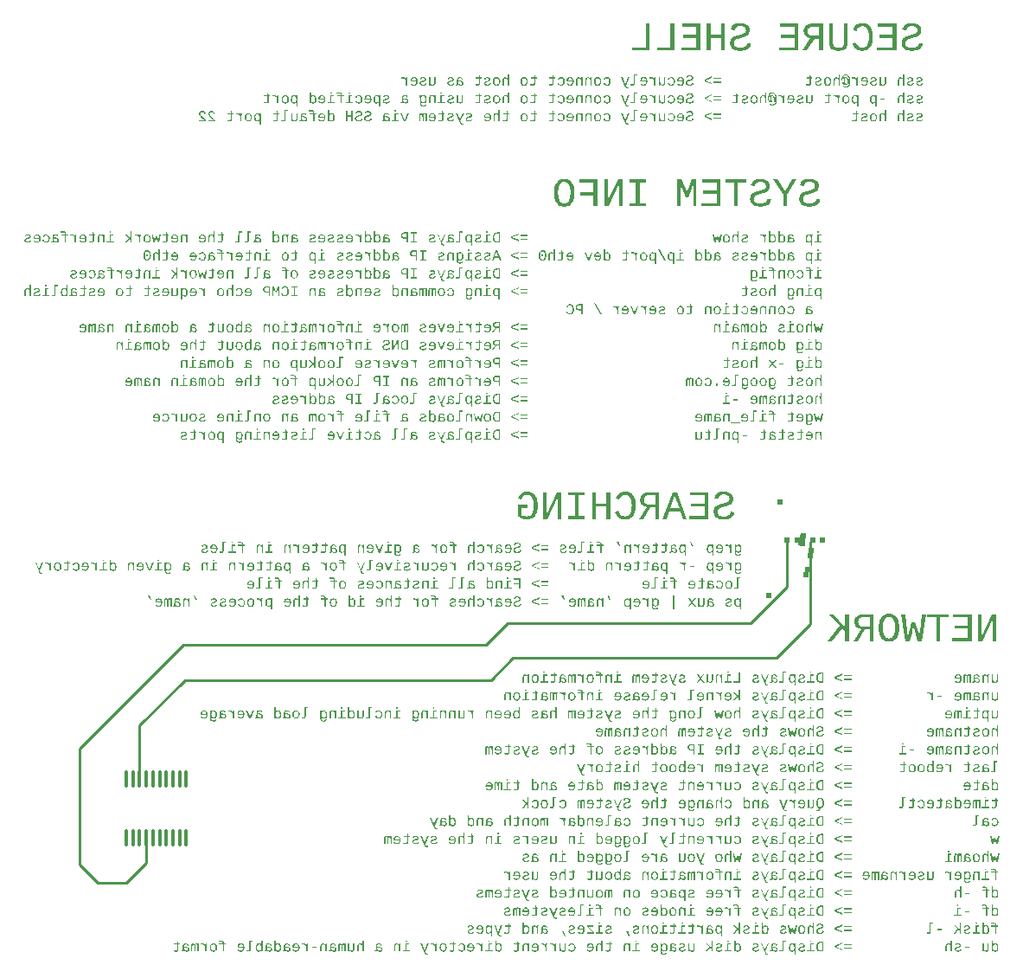
<source format=gbl>
G04 Layer: BottomLayer*
G04 EasyEDA v6.4.25, 2022-05-19T19:16:08--7:00*
G04 0dbdd77669684f62939db12cf9e3c97e,10*
G04 Gerber Generator version 0.2*
G04 Scale: 100 percent, Rotated: No, Reflected: No *
G04 Dimensions in millimeters *
G04 leading zeros omitted , absolute positions ,4 integer and 5 decimal *
%FSLAX45Y45*%
%MOMM*%

%ADD10C,0.2540*%
%ADD13C,0.6096*%
%ADD18C,0.3640*%

%LPD*%
G36*
X4850638Y9138412D02*
G01*
X4850688Y9107220D01*
X4851400Y9095486D01*
X4851146Y9095486D01*
X4840986Y9106712D01*
X4826254Y9110472D01*
X4815027Y9108744D01*
X4807000Y9103461D01*
X4802225Y9094774D01*
X4800600Y9082532D01*
X4800600Y9029700D01*
X4813808Y9029700D01*
X4813808Y9080500D01*
X4814062Y9085224D01*
X4814773Y9089339D01*
X4815941Y9092742D01*
X4817618Y9095486D01*
X4819904Y9097619D01*
X4822748Y9099092D01*
X4826152Y9100007D01*
X4830064Y9100312D01*
X4834331Y9099905D01*
X4838192Y9098686D01*
X4841697Y9096603D01*
X4844796Y9093708D01*
X4847336Y9089999D01*
X4849164Y9085783D01*
X4850282Y9081008D01*
X4850638Y9075674D01*
X4850638Y9029700D01*
X4863846Y9029700D01*
X4863846Y9138412D01*
G37*
G36*
X6083808Y9138412D02*
G01*
X6083808Y9046972D01*
X6083249Y9044127D01*
X6082030Y9042146D01*
X6079744Y9041079D01*
X6076442Y9040368D01*
X6055868Y9040114D01*
X6055868Y9029700D01*
X6083046Y9029954D01*
X6086856Y9030919D01*
X6090107Y9032392D01*
X6092799Y9034221D01*
X6094984Y9036558D01*
X6095796Y9038183D01*
X6096406Y9040672D01*
X6096812Y9044127D01*
X6097016Y9048496D01*
X6097016Y9127998D01*
X6118098Y9127998D01*
X6118098Y9138412D01*
G37*
G36*
X8091170Y9138412D02*
G01*
X8091220Y9107220D01*
X8091931Y9095486D01*
X8091678Y9095486D01*
X8081518Y9106712D01*
X8066786Y9110472D01*
X8055559Y9108744D01*
X8047532Y9103461D01*
X8042757Y9094774D01*
X8041131Y9082532D01*
X8041131Y9029700D01*
X8054340Y9029700D01*
X8054340Y9080500D01*
X8054594Y9085224D01*
X8055305Y9089339D01*
X8056473Y9092742D01*
X8058150Y9095486D01*
X8060334Y9097619D01*
X8063179Y9099092D01*
X8066582Y9100007D01*
X8070596Y9100312D01*
X8074863Y9099905D01*
X8078724Y9098686D01*
X8082229Y9096603D01*
X8085328Y9093708D01*
X8087868Y9089999D01*
X8089696Y9085783D01*
X8090814Y9081008D01*
X8091170Y9075674D01*
X8091170Y9029700D01*
X8104378Y9029700D01*
X8104378Y9138412D01*
G37*
G36*
X8158734Y9138412D02*
G01*
X8153196Y9138005D01*
X8148015Y9136786D01*
X8143138Y9134703D01*
X8138668Y9131808D01*
X8134603Y9128150D01*
X8131048Y9123832D01*
X8128000Y9118752D01*
X8125459Y9113012D01*
X8122056Y9099956D01*
X8120888Y9085072D01*
X8122412Y9065463D01*
X8126984Y9050274D01*
X8130286Y9044584D01*
X8134096Y9040571D01*
X8138414Y9038132D01*
X8143240Y9037320D01*
X8147812Y9038031D01*
X8151063Y9040164D01*
X8152993Y9043771D01*
X8153653Y9048750D01*
X8153653Y9051544D01*
X8153908Y9051544D01*
X8155330Y9048496D01*
X8156956Y9045752D01*
X8158886Y9043314D01*
X8161020Y9041130D01*
X8163356Y9039453D01*
X8165846Y9038285D01*
X8168436Y9037574D01*
X8171180Y9037320D01*
X8174888Y9037777D01*
X8178190Y9039148D01*
X8180984Y9041485D01*
X8183372Y9044686D01*
X8185251Y9048750D01*
X8186623Y9053576D01*
X8187436Y9059164D01*
X8187690Y9065514D01*
X8187486Y9071305D01*
X8186826Y9076944D01*
X8185708Y9082481D01*
X8184134Y9087866D01*
X8182203Y9092793D01*
X8179968Y9097213D01*
X8177377Y9101074D01*
X8174481Y9104376D01*
X8171332Y9106916D01*
X8167979Y9108744D01*
X8164474Y9109862D01*
X8160766Y9110218D01*
X8158327Y9110065D01*
X8156143Y9109506D01*
X8154162Y9108643D01*
X8152384Y9107424D01*
X8150707Y9105696D01*
X8149336Y9103512D01*
X8148218Y9100870D01*
X8147303Y9097772D01*
X8147050Y9097772D01*
X8144509Y9108694D01*
X8136128Y9108694D01*
X8140416Y9087104D01*
X8151114Y9087104D01*
X8151266Y9090812D01*
X8151825Y9093962D01*
X8152688Y9096654D01*
X8153908Y9098788D01*
X8155279Y9100566D01*
X8156905Y9101836D01*
X8158734Y9102598D01*
X8160766Y9102852D01*
X8163001Y9102547D01*
X8165134Y9101632D01*
X8167217Y9100159D01*
X8169148Y9098026D01*
X8170976Y9095384D01*
X8172653Y9092184D01*
X8174126Y9088526D01*
X8175498Y9084310D01*
X8176514Y9079839D01*
X8177225Y9075216D01*
X8177631Y9070543D01*
X8177784Y9065768D01*
X8175701Y9050324D01*
X8169402Y9045194D01*
X8166811Y9045600D01*
X8164322Y9046921D01*
X8161985Y9049054D01*
X8159750Y9052052D01*
X8157718Y9055760D01*
X8155990Y9060129D01*
X8154568Y9065056D01*
X8152384Y9075928D01*
X8151266Y9084157D01*
X8151114Y9087104D01*
X8140416Y9087104D01*
X8144713Y9064548D01*
X8146135Y9054388D01*
X8146288Y9051290D01*
X8146084Y9048394D01*
X8145373Y9046362D01*
X8144306Y9045092D01*
X8142731Y9044686D01*
X8139938Y9045346D01*
X8137448Y9047429D01*
X8135264Y9050832D01*
X8133334Y9055608D01*
X8130641Y9068358D01*
X8129778Y9084818D01*
X8131759Y9103004D01*
X8137652Y9117330D01*
X8147050Y9126677D01*
X8158988Y9129776D01*
X8164169Y9129268D01*
X8169097Y9127794D01*
X8173720Y9125356D01*
X8178038Y9121902D01*
X8185454Y9112453D01*
X8190992Y9099804D01*
X8194395Y9084564D01*
X8195564Y9067292D01*
X8195005Y9056573D01*
X8193379Y9046972D01*
X8190687Y9038539D01*
X8186928Y9031224D01*
X8176971Y9020962D01*
X8163814Y9017508D01*
X8160410Y9017660D01*
X8157108Y9018219D01*
X8153806Y9019082D01*
X8147253Y9021826D01*
X8143798Y9023807D01*
X8140293Y9026245D01*
X8136636Y9029192D01*
X8131556Y9022842D01*
X8135721Y9019387D01*
X8139836Y9016492D01*
X8143849Y9014104D01*
X8147812Y9012174D01*
X8151825Y9010751D01*
X8155940Y9009684D01*
X8160207Y9009075D01*
X8164575Y9008872D01*
X8170367Y9009329D01*
X8175802Y9010650D01*
X8180933Y9012885D01*
X8185658Y9015984D01*
X8193938Y9024670D01*
X8199881Y9036558D01*
X8203488Y9050985D01*
X8204708Y9067292D01*
X8204352Y9077553D01*
X8203336Y9087154D01*
X8201558Y9096197D01*
X8199120Y9104630D01*
X8192312Y9118854D01*
X8183118Y9129522D01*
X8171688Y9136176D01*
G37*
G36*
X8721344Y9138412D02*
G01*
X8721394Y9107220D01*
X8721852Y9095486D01*
X8721598Y9095486D01*
X8711641Y9106712D01*
X8696960Y9110472D01*
X8685733Y9108744D01*
X8677706Y9103461D01*
X8672931Y9094774D01*
X8671306Y9082532D01*
X8671306Y9029700D01*
X8684514Y9029700D01*
X8684514Y9080500D01*
X8684768Y9085224D01*
X8685479Y9089339D01*
X8686647Y9092742D01*
X8688324Y9095486D01*
X8690508Y9097619D01*
X8693302Y9099092D01*
X8696604Y9100007D01*
X8700516Y9100312D01*
X8704884Y9099905D01*
X8708847Y9098686D01*
X8712352Y9096603D01*
X8715502Y9093708D01*
X8718042Y9089999D01*
X8719870Y9085783D01*
X8720988Y9081008D01*
X8721344Y9075674D01*
X8721344Y9029700D01*
X8734552Y9029700D01*
X8734552Y9138412D01*
G37*
G36*
X6632702Y9130030D02*
G01*
X6625437Y9129674D01*
X6619036Y9128709D01*
X6613601Y9127032D01*
X6609080Y9124696D01*
X6605219Y9121444D01*
X6602018Y9117330D01*
X6599529Y9112300D01*
X6597650Y9106408D01*
X6611366Y9103868D01*
X6612483Y9107678D01*
X6613956Y9110929D01*
X6615887Y9113621D01*
X6618224Y9115806D01*
X6621119Y9117482D01*
X6624523Y9118650D01*
X6628384Y9119362D01*
X6632702Y9119616D01*
X6648297Y9115653D01*
X6653530Y9103868D01*
X6653022Y9099905D01*
X6652361Y9098229D01*
X6650481Y9095435D01*
X6647840Y9093149D01*
X6644436Y9091320D01*
X6640626Y9089796D01*
X6620256Y9084513D01*
X6614414Y9082532D01*
X6610146Y9080652D01*
X6603238Y9076182D01*
X6600444Y9073388D01*
X6598208Y9070086D01*
X6596634Y9066276D01*
X6595465Y9061907D01*
X6595109Y9056878D01*
X6597599Y9044889D01*
X6605016Y9035796D01*
X6616953Y9030055D01*
X6632956Y9028176D01*
X6647992Y9029801D01*
X6659524Y9034729D01*
X6667550Y9042908D01*
X6672072Y9054338D01*
X6658356Y9057132D01*
X6657086Y9052763D01*
X6655257Y9049004D01*
X6652869Y9045905D01*
X6649974Y9043416D01*
X6646418Y9041536D01*
X6642353Y9040164D01*
X6637781Y9039352D01*
X6632702Y9039098D01*
X6627215Y9039402D01*
X6622440Y9040215D01*
X6618325Y9041688D01*
X6614922Y9043670D01*
X6612381Y9046210D01*
X6610553Y9049207D01*
X6609435Y9052661D01*
X6609080Y9056624D01*
X6609232Y9059062D01*
X6609638Y9061246D01*
X6610350Y9063228D01*
X6611366Y9065006D01*
X6614109Y9067800D01*
X6615785Y9069019D01*
X6619697Y9071152D01*
X6624015Y9072930D01*
X6641693Y9077655D01*
X6650075Y9080347D01*
X6653022Y9081516D01*
X6657594Y9084208D01*
X6661150Y9087104D01*
X6663639Y9090406D01*
X6665468Y9094216D01*
X6666636Y9098584D01*
X6666992Y9103614D01*
X6666433Y9109608D01*
X6664756Y9114840D01*
X6662013Y9119362D01*
X6658102Y9123172D01*
X6647281Y9128302D01*
G37*
G36*
X4567936Y9129522D02*
G01*
X4567936Y9108948D01*
X4536440Y9108948D01*
X4536440Y9098534D01*
X4567936Y9098534D01*
X4567936Y9050782D01*
X4567732Y9048038D01*
X4567174Y9045702D01*
X4566208Y9043720D01*
X4564888Y9042146D01*
X4563110Y9040926D01*
X4560824Y9040063D01*
X4558030Y9039504D01*
X4554728Y9039352D01*
X4549648Y9039504D01*
X4544314Y9039961D01*
X4538726Y9040774D01*
X4532884Y9041892D01*
X4532884Y9031986D01*
X4539081Y9030411D01*
X4545279Y9029293D01*
X4551426Y9028633D01*
X4557522Y9028430D01*
X4563008Y9028734D01*
X4567834Y9029700D01*
X4571898Y9031274D01*
X4575302Y9033510D01*
X4577842Y9036405D01*
X4579670Y9040063D01*
X4580788Y9044432D01*
X4581144Y9049512D01*
X4581144Y9098534D01*
X4593590Y9098534D01*
X4593590Y9108948D01*
X4581144Y9108948D01*
X4576826Y9129522D01*
G37*
G36*
X5108194Y9129522D02*
G01*
X5108194Y9108948D01*
X5076444Y9108948D01*
X5076444Y9098534D01*
X5108194Y9098534D01*
X5108194Y9050782D01*
X5107990Y9048038D01*
X5107381Y9045702D01*
X5106314Y9043720D01*
X5104892Y9042146D01*
X5103114Y9040926D01*
X5100828Y9040063D01*
X5098034Y9039504D01*
X5094732Y9039352D01*
X5089652Y9039504D01*
X5084318Y9039961D01*
X5078730Y9040774D01*
X5072888Y9041892D01*
X5072888Y9031986D01*
X5079085Y9030411D01*
X5085283Y9029293D01*
X5091430Y9028633D01*
X5097526Y9028430D01*
X5103114Y9028734D01*
X5107940Y9029700D01*
X5112004Y9031274D01*
X5115306Y9033510D01*
X5117846Y9036405D01*
X5119674Y9040063D01*
X5120792Y9044432D01*
X5121148Y9049512D01*
X5121148Y9098534D01*
X5133594Y9098534D01*
X5133594Y9108948D01*
X5121148Y9108948D01*
X5116830Y9129522D01*
G37*
G36*
X5288026Y9129522D02*
G01*
X5288026Y9108948D01*
X5256530Y9108948D01*
X5256530Y9098534D01*
X5288026Y9098534D01*
X5288026Y9050782D01*
X5287822Y9048038D01*
X5287264Y9045702D01*
X5286298Y9043720D01*
X5284978Y9042146D01*
X5283200Y9040926D01*
X5280914Y9040063D01*
X5278120Y9039504D01*
X5274818Y9039352D01*
X5269738Y9039504D01*
X5264404Y9039961D01*
X5258816Y9040774D01*
X5252974Y9041892D01*
X5252974Y9031986D01*
X5259171Y9030411D01*
X5265369Y9029293D01*
X5271516Y9028633D01*
X5277612Y9028430D01*
X5283200Y9028734D01*
X5288026Y9029700D01*
X5292090Y9031274D01*
X5295392Y9033510D01*
X5297932Y9036405D01*
X5299760Y9040063D01*
X5300878Y9044432D01*
X5301234Y9049512D01*
X5301234Y9098534D01*
X5313680Y9098534D01*
X5313680Y9108948D01*
X5301234Y9108948D01*
X5296916Y9129522D01*
G37*
G36*
X7808468Y9129522D02*
G01*
X7808468Y9108948D01*
X7776972Y9108948D01*
X7776972Y9098534D01*
X7808468Y9098534D01*
X7808468Y9050782D01*
X7808264Y9048038D01*
X7807706Y9045702D01*
X7806740Y9043720D01*
X7805420Y9042146D01*
X7803642Y9040926D01*
X7801356Y9040063D01*
X7798562Y9039504D01*
X7795259Y9039352D01*
X7790180Y9039504D01*
X7784846Y9039961D01*
X7779258Y9040774D01*
X7773416Y9041892D01*
X7773416Y9031986D01*
X7779613Y9030411D01*
X7785811Y9029293D01*
X7791958Y9028633D01*
X7798053Y9028430D01*
X7803540Y9028734D01*
X7808315Y9029700D01*
X7812430Y9031274D01*
X7815834Y9033510D01*
X7818374Y9036405D01*
X7820202Y9040063D01*
X7821320Y9044432D01*
X7821675Y9049512D01*
X7821675Y9098534D01*
X7834122Y9098534D01*
X7834122Y9108948D01*
X7821675Y9108948D01*
X7817358Y9129522D01*
G37*
G36*
X6849364Y9117076D02*
G01*
X6776466Y9086596D01*
X6776466Y9071610D01*
X6849364Y9040876D01*
X6849364Y9052306D01*
X6786372Y9078976D01*
X6849364Y9105900D01*
G37*
G36*
X3825748Y9110472D02*
G01*
X3818178Y9110167D01*
X3810762Y9109202D01*
X3810762Y9097010D01*
X3818686Y9097975D01*
X3826256Y9098280D01*
X3831844Y9097721D01*
X3836873Y9096044D01*
X3841343Y9093301D01*
X3845306Y9089390D01*
X3848506Y9084665D01*
X3850843Y9079280D01*
X3852214Y9073337D01*
X3852672Y9066784D01*
X3852672Y9029700D01*
X3865626Y9029700D01*
X3865676Y9083903D01*
X3866184Y9090558D01*
X3867200Y9097873D01*
X3869436Y9108948D01*
X3856990Y9108948D01*
X3854704Y9099296D01*
X3853434Y9090660D01*
X3853179Y9090660D01*
X3849522Y9097721D01*
X3846068Y9102598D01*
X3842207Y9105950D01*
X3840022Y9107322D01*
X3837686Y9108440D01*
X3835146Y9109303D01*
X3832301Y9109964D01*
G37*
G36*
X3932174Y9110472D02*
G01*
X3916984Y9107881D01*
X3906012Y9100058D01*
X3899357Y9086799D01*
X3898135Y9076690D01*
X3910837Y9076690D01*
X3912920Y9087154D01*
X3917137Y9094622D01*
X3923436Y9099092D01*
X3931920Y9100566D01*
X3936593Y9100159D01*
X3940759Y9098991D01*
X3944365Y9097010D01*
X3947414Y9094216D01*
X3950004Y9090761D01*
X3951884Y9086646D01*
X3953052Y9081973D01*
X3953510Y9076690D01*
X3898135Y9076690D01*
X3897122Y9068308D01*
X3897122Y9066530D01*
X3953764Y9066530D01*
X3953408Y9060281D01*
X3952290Y9054693D01*
X3950462Y9049867D01*
X3947922Y9045702D01*
X3944620Y9042349D01*
X3940810Y9040012D01*
X3936492Y9038539D01*
X3931665Y9038082D01*
X3928008Y9038285D01*
X3924554Y9038894D01*
X3921404Y9039961D01*
X3918458Y9041384D01*
X3915867Y9043162D01*
X3913784Y9045244D01*
X3912057Y9047632D01*
X3910837Y9050274D01*
X3899408Y9046972D01*
X3901287Y9042654D01*
X3903827Y9038894D01*
X3907129Y9035694D01*
X3911092Y9033002D01*
X3915613Y9030868D01*
X3920540Y9029395D01*
X3925925Y9028480D01*
X3931665Y9028176D01*
X3946956Y9030919D01*
X3958336Y9039098D01*
X3965194Y9052102D01*
X3967479Y9069832D01*
X3965194Y9087104D01*
X3958336Y9099804D01*
X3947210Y9107779D01*
G37*
G36*
X4383532Y9110472D02*
G01*
X4376623Y9110065D01*
X4370628Y9108744D01*
X4365599Y9106611D01*
X4361434Y9103614D01*
X4358233Y9099804D01*
X4355896Y9095232D01*
X4354525Y9089898D01*
X4354068Y9083802D01*
X4354068Y9068816D01*
X4381246Y9068562D01*
X4389018Y9067952D01*
X4392015Y9067342D01*
X4394454Y9066530D01*
X4396638Y9065514D01*
X4398518Y9064294D01*
X4400194Y9062872D01*
X4401566Y9061196D01*
X4402683Y9059265D01*
X4403445Y9056979D01*
X4403953Y9054439D01*
X4404106Y9051544D01*
X4403902Y9048750D01*
X4403293Y9046210D01*
X4402226Y9043924D01*
X4400804Y9041892D01*
X4399076Y9040317D01*
X4396943Y9039250D01*
X4394352Y9038539D01*
X4391406Y9038336D01*
X4387951Y9038539D01*
X4384751Y9039148D01*
X4381754Y9040215D01*
X4378960Y9041638D01*
X4376318Y9043416D01*
X4374083Y9045498D01*
X4372152Y9047886D01*
X4370578Y9050528D01*
X4369257Y9053474D01*
X4368292Y9056370D01*
X4367733Y9059265D01*
X4367530Y9062212D01*
X4367530Y9068816D01*
X4354068Y9068816D01*
X4353966Y9046768D01*
X4353204Y9042450D01*
X4352544Y9040876D01*
X4351629Y9039555D01*
X4350308Y9038590D01*
X4348683Y9038031D01*
X4345787Y9037878D01*
X4342384Y9038336D01*
X4342384Y9030208D01*
X4347464Y9029242D01*
X4352544Y9028938D01*
X4355947Y9029192D01*
X4358894Y9029903D01*
X4361281Y9031071D01*
X4363212Y9032748D01*
X4364685Y9034932D01*
X4365802Y9037726D01*
X4366615Y9041028D01*
X4367022Y9044940D01*
X4367530Y9044940D01*
X4369968Y9040825D01*
X4372610Y9037320D01*
X4375556Y9034475D01*
X4378706Y9032240D01*
X4382109Y9030462D01*
X4385868Y9029192D01*
X4390085Y9028430D01*
X4394708Y9028176D01*
X4400194Y9028582D01*
X4404918Y9029750D01*
X4408932Y9031732D01*
X4412234Y9034526D01*
X4414774Y9037980D01*
X4416602Y9041993D01*
X4417720Y9046616D01*
X4418076Y9051798D01*
X4415993Y9063024D01*
X4409744Y9071102D01*
X4399381Y9075978D01*
X4384802Y9077706D01*
X4367530Y9077960D01*
X4367784Y9086748D01*
X4368495Y9090609D01*
X4369663Y9093758D01*
X4371340Y9096248D01*
X4373524Y9098026D01*
X4376369Y9099296D01*
X4379772Y9100058D01*
X4383786Y9100312D01*
X4387799Y9100108D01*
X4391202Y9099550D01*
X4394047Y9098584D01*
X4396232Y9097264D01*
X4397959Y9095536D01*
X4399280Y9093403D01*
X4400245Y9090812D01*
X4400804Y9087866D01*
X4414520Y9089136D01*
X4411370Y9098483D01*
X4405122Y9105138D01*
X4395876Y9109151D01*
G37*
G36*
X4742434Y9110472D02*
G01*
X4726736Y9107932D01*
X4715764Y9100312D01*
X4709261Y9087510D01*
X4707128Y9069324D01*
X4720844Y9069324D01*
X4721148Y9076690D01*
X4722114Y9083090D01*
X4723688Y9088526D01*
X4725924Y9092946D01*
X4728870Y9096298D01*
X4732528Y9098686D01*
X4736947Y9100108D01*
X4742180Y9100566D01*
X4747514Y9100058D01*
X4752035Y9098584D01*
X4755743Y9096146D01*
X4758690Y9092692D01*
X4761026Y9088272D01*
X4762703Y9082887D01*
X4763668Y9076588D01*
X4764024Y9069324D01*
X4763668Y9062161D01*
X4762703Y9055862D01*
X4761026Y9050477D01*
X4758690Y9045956D01*
X4755794Y9042501D01*
X4752187Y9040063D01*
X4747920Y9038590D01*
X4742942Y9038082D01*
X4737506Y9038539D01*
X4732934Y9039961D01*
X4729124Y9042349D01*
X4726178Y9045702D01*
X4723841Y9050121D01*
X4722164Y9055557D01*
X4721199Y9061958D01*
X4720844Y9069324D01*
X4707128Y9069324D01*
X4709414Y9051798D01*
X4716272Y9038844D01*
X4727498Y9030868D01*
X4742942Y9028176D01*
X4757826Y9030868D01*
X4768850Y9038844D01*
X4775708Y9051798D01*
X4777994Y9069324D01*
X4775657Y9087307D01*
X4768596Y9100058D01*
X4757470Y9107881D01*
G37*
G36*
X5012436Y9110472D02*
G01*
X4996891Y9107932D01*
X4985766Y9100312D01*
X4979263Y9087510D01*
X4977130Y9069324D01*
X4990846Y9069324D01*
X4991150Y9076690D01*
X4992116Y9083090D01*
X4993690Y9088526D01*
X4995926Y9092946D01*
X4998872Y9096298D01*
X5002530Y9098686D01*
X5007000Y9100108D01*
X5012182Y9100566D01*
X5017516Y9100058D01*
X5022088Y9098584D01*
X5025898Y9096146D01*
X5028946Y9092692D01*
X5031181Y9088272D01*
X5032756Y9082887D01*
X5033721Y9076588D01*
X5034026Y9069324D01*
X5033721Y9062161D01*
X5032756Y9055862D01*
X5031181Y9050477D01*
X5028946Y9045956D01*
X5025948Y9042501D01*
X5022291Y9040063D01*
X5017922Y9038590D01*
X5012944Y9038082D01*
X5007508Y9038539D01*
X5002936Y9039961D01*
X4999126Y9042349D01*
X4996180Y9045702D01*
X4993843Y9050121D01*
X4992166Y9055557D01*
X4991201Y9061958D01*
X4990846Y9069324D01*
X4977130Y9069324D01*
X4979416Y9051798D01*
X4986274Y9038844D01*
X4997500Y9030868D01*
X5012944Y9028176D01*
X5027930Y9030868D01*
X5038852Y9038844D01*
X5045710Y9051798D01*
X5047996Y9069324D01*
X5045659Y9087307D01*
X5038598Y9100058D01*
X5027472Y9107881D01*
G37*
G36*
X5371338Y9110472D02*
G01*
X5364886Y9110065D01*
X5359095Y9108897D01*
X5353862Y9106916D01*
X5349240Y9104122D01*
X5345328Y9100566D01*
X5342280Y9096502D01*
X5339994Y9091930D01*
X5338572Y9086850D01*
X5352542Y9085834D01*
X5353405Y9088983D01*
X5354624Y9091726D01*
X5356301Y9094165D01*
X5358384Y9096248D01*
X5361025Y9097924D01*
X5364175Y9099092D01*
X5367782Y9099804D01*
X5371846Y9100058D01*
X5377180Y9099600D01*
X5381802Y9098280D01*
X5385714Y9096044D01*
X5388864Y9092946D01*
X5391200Y9088831D01*
X5392877Y9083548D01*
X5393842Y9077147D01*
X5394198Y9069578D01*
X5393842Y9062008D01*
X5392877Y9055557D01*
X5391200Y9050172D01*
X5388864Y9045956D01*
X5385714Y9042603D01*
X5381802Y9040215D01*
X5377180Y9038793D01*
X5371846Y9038336D01*
X5368086Y9038590D01*
X5364683Y9039352D01*
X5361584Y9040622D01*
X5358892Y9042400D01*
X5356453Y9044584D01*
X5354574Y9047226D01*
X5353202Y9050426D01*
X5352288Y9054084D01*
X5338318Y9053322D01*
X5339029Y9049867D01*
X5340146Y9046565D01*
X5341721Y9043517D01*
X5343652Y9040622D01*
X5345988Y9037878D01*
X5348732Y9035389D01*
X5351830Y9033306D01*
X5355336Y9031478D01*
X5358993Y9030055D01*
X5362905Y9028988D01*
X5367020Y9028379D01*
X5371338Y9028176D01*
X5387136Y9030868D01*
X5398516Y9038844D01*
X5405577Y9051645D01*
X5407914Y9069324D01*
X5405577Y9086850D01*
X5398516Y9099804D01*
X5387035Y9107779D01*
G37*
G36*
X5462270Y9110472D02*
G01*
X5447284Y9107881D01*
X5436362Y9100058D01*
X5429707Y9086799D01*
X5428485Y9076690D01*
X5440934Y9076690D01*
X5443016Y9087154D01*
X5447284Y9094622D01*
X5453684Y9099092D01*
X5462270Y9100566D01*
X5466842Y9100159D01*
X5470956Y9098991D01*
X5474614Y9097010D01*
X5477764Y9094216D01*
X5480253Y9090761D01*
X5482082Y9086646D01*
X5483301Y9081973D01*
X5483860Y9076690D01*
X5428485Y9076690D01*
X5427472Y9068308D01*
X5427472Y9066530D01*
X5483860Y9066530D01*
X5483504Y9060281D01*
X5482386Y9054693D01*
X5480558Y9049867D01*
X5478018Y9045702D01*
X5474817Y9042349D01*
X5471109Y9040012D01*
X5466842Y9038539D01*
X5462016Y9038082D01*
X5458358Y9038285D01*
X5454904Y9038894D01*
X5451754Y9039961D01*
X5448808Y9041384D01*
X5446115Y9043162D01*
X5443982Y9045244D01*
X5442356Y9047632D01*
X5441188Y9050274D01*
X5429504Y9046972D01*
X5431485Y9042654D01*
X5434126Y9038894D01*
X5437479Y9035694D01*
X5441442Y9033002D01*
X5445963Y9030868D01*
X5450890Y9029395D01*
X5456275Y9028480D01*
X5462016Y9028176D01*
X5477256Y9030919D01*
X5488432Y9039098D01*
X5495493Y9052102D01*
X5497830Y9069832D01*
X5495544Y9087104D01*
X5488686Y9099804D01*
X5477510Y9107779D01*
G37*
G36*
X5545836Y9110472D02*
G01*
X5539892Y9110065D01*
X5534812Y9108744D01*
X5530494Y9106611D01*
X5527040Y9103614D01*
X5524246Y9099702D01*
X5522264Y9094927D01*
X5521096Y9089186D01*
X5520690Y9082532D01*
X5520690Y9029700D01*
X5533898Y9029700D01*
X5533898Y9080500D01*
X5534152Y9085224D01*
X5534863Y9089339D01*
X5536031Y9092742D01*
X5537708Y9095486D01*
X5539994Y9097619D01*
X5542838Y9099092D01*
X5546242Y9100007D01*
X5550154Y9100312D01*
X5554522Y9099905D01*
X5558434Y9098686D01*
X5561888Y9096603D01*
X5564886Y9093708D01*
X5567426Y9089999D01*
X5569254Y9085783D01*
X5570372Y9081008D01*
X5570728Y9075674D01*
X5570728Y9029700D01*
X5583936Y9029700D01*
X5583986Y9098229D01*
X5584444Y9108948D01*
X5571998Y9108948D01*
X5571744Y9106916D01*
X5571490Y9095486D01*
X5571236Y9095486D01*
X5561076Y9106712D01*
G37*
G36*
X5635752Y9110472D02*
G01*
X5629910Y9110065D01*
X5624830Y9108744D01*
X5620512Y9106611D01*
X5616956Y9103614D01*
X5614263Y9099702D01*
X5612384Y9094927D01*
X5611215Y9089186D01*
X5610860Y9082532D01*
X5610860Y9029700D01*
X5624068Y9029700D01*
X5624068Y9080500D01*
X5624322Y9085224D01*
X5625033Y9089339D01*
X5626201Y9092742D01*
X5627878Y9095486D01*
X5630062Y9097619D01*
X5632856Y9099092D01*
X5636158Y9100007D01*
X5640070Y9100312D01*
X5644438Y9099905D01*
X5648401Y9098686D01*
X5651906Y9096603D01*
X5655056Y9093708D01*
X5657596Y9089999D01*
X5659424Y9085783D01*
X5660542Y9081008D01*
X5660898Y9075674D01*
X5660898Y9029700D01*
X5674106Y9029700D01*
X5674156Y9103156D01*
X5674360Y9108948D01*
X5661914Y9108948D01*
X5661406Y9095486D01*
X5661152Y9095486D01*
X5650992Y9106712D01*
G37*
G36*
X5732526Y9110472D02*
G01*
X5716981Y9107932D01*
X5705856Y9100312D01*
X5699404Y9087510D01*
X5697220Y9069324D01*
X5711190Y9069324D01*
X5711494Y9076690D01*
X5712409Y9083090D01*
X5713882Y9088526D01*
X5716016Y9092946D01*
X5718962Y9096298D01*
X5722620Y9098686D01*
X5727090Y9100108D01*
X5732272Y9100566D01*
X5737606Y9100058D01*
X5742178Y9098584D01*
X5745988Y9096146D01*
X5749036Y9092692D01*
X5751271Y9088272D01*
X5752846Y9082887D01*
X5753811Y9076588D01*
X5754116Y9069324D01*
X5753811Y9062161D01*
X5752846Y9055862D01*
X5751271Y9050477D01*
X5749036Y9045956D01*
X5746038Y9042501D01*
X5742381Y9040063D01*
X5738012Y9038590D01*
X5733034Y9038082D01*
X5727700Y9038539D01*
X5723128Y9039961D01*
X5719318Y9042349D01*
X5716270Y9045702D01*
X5714034Y9050121D01*
X5712460Y9055557D01*
X5711494Y9061958D01*
X5711190Y9069324D01*
X5697220Y9069324D01*
X5699506Y9051798D01*
X5706364Y9038844D01*
X5717590Y9030868D01*
X5733034Y9028176D01*
X5748020Y9030868D01*
X5758942Y9038844D01*
X5765800Y9051798D01*
X5768086Y9069324D01*
X5765749Y9087307D01*
X5758688Y9100058D01*
X5747562Y9107881D01*
G37*
G36*
X5821426Y9110472D02*
G01*
X5814974Y9110065D01*
X5809183Y9108897D01*
X5803950Y9106916D01*
X5799328Y9104122D01*
X5795416Y9100566D01*
X5792368Y9096502D01*
X5790082Y9091930D01*
X5788660Y9086850D01*
X5802630Y9085834D01*
X5803493Y9088983D01*
X5804712Y9091726D01*
X5806389Y9094165D01*
X5808472Y9096248D01*
X5811113Y9097924D01*
X5814263Y9099092D01*
X5817870Y9099804D01*
X5821934Y9100058D01*
X5827268Y9099600D01*
X5831890Y9098280D01*
X5835802Y9096044D01*
X5838952Y9092946D01*
X5841288Y9088831D01*
X5842965Y9083548D01*
X5843930Y9077147D01*
X5844286Y9069578D01*
X5843930Y9062008D01*
X5842965Y9055557D01*
X5841288Y9050172D01*
X5838952Y9045956D01*
X5835802Y9042603D01*
X5831890Y9040215D01*
X5827268Y9038793D01*
X5821934Y9038336D01*
X5818174Y9038590D01*
X5814771Y9039352D01*
X5811672Y9040622D01*
X5808980Y9042400D01*
X5806541Y9044584D01*
X5804662Y9047226D01*
X5803290Y9050426D01*
X5802376Y9054084D01*
X5788406Y9053322D01*
X5789117Y9049867D01*
X5790234Y9046565D01*
X5791809Y9043517D01*
X5793740Y9040622D01*
X5796076Y9037878D01*
X5798820Y9035389D01*
X5801918Y9033306D01*
X5805424Y9031478D01*
X5809081Y9030055D01*
X5812993Y9028988D01*
X5817108Y9028379D01*
X5821426Y9028176D01*
X5837123Y9030868D01*
X5848604Y9038844D01*
X5855665Y9051645D01*
X5858002Y9069324D01*
X5855665Y9086850D01*
X5848604Y9099804D01*
X5837123Y9107779D01*
G37*
G36*
X6182360Y9110472D02*
G01*
X6167374Y9107881D01*
X6156452Y9100058D01*
X6149797Y9086799D01*
X6148575Y9076690D01*
X6161278Y9076690D01*
X6163360Y9087154D01*
X6167577Y9094622D01*
X6173876Y9099092D01*
X6182360Y9100566D01*
X6186932Y9100159D01*
X6191046Y9098991D01*
X6194704Y9097010D01*
X6197854Y9094216D01*
X6200343Y9090761D01*
X6202172Y9086646D01*
X6203391Y9081973D01*
X6203950Y9076690D01*
X6148575Y9076690D01*
X6147562Y9068308D01*
X6147562Y9066530D01*
X6203950Y9066530D01*
X6203594Y9060281D01*
X6202476Y9054693D01*
X6200648Y9049867D01*
X6198108Y9045702D01*
X6194907Y9042349D01*
X6191199Y9040012D01*
X6186932Y9038539D01*
X6182106Y9038082D01*
X6178397Y9038285D01*
X6174994Y9038894D01*
X6171844Y9039961D01*
X6168898Y9041384D01*
X6166256Y9043162D01*
X6164072Y9045244D01*
X6162395Y9047632D01*
X6161278Y9050274D01*
X6149594Y9046972D01*
X6151575Y9042654D01*
X6154216Y9038894D01*
X6157569Y9035694D01*
X6161532Y9033002D01*
X6166053Y9030868D01*
X6170980Y9029395D01*
X6176365Y9028480D01*
X6182106Y9028176D01*
X6197346Y9030919D01*
X6208522Y9039098D01*
X6215583Y9052102D01*
X6217920Y9069832D01*
X6215634Y9087104D01*
X6208776Y9099804D01*
X6197600Y9107779D01*
G37*
G36*
X6256274Y9110472D02*
G01*
X6248654Y9110167D01*
X6241034Y9109202D01*
X6241034Y9097010D01*
X6249162Y9097975D01*
X6256782Y9098280D01*
X6262370Y9097721D01*
X6267399Y9096044D01*
X6271869Y9093301D01*
X6275832Y9089390D01*
X6278930Y9084665D01*
X6281166Y9079280D01*
X6282486Y9073337D01*
X6282944Y9066784D01*
X6282944Y9029700D01*
X6296152Y9029700D01*
X6296202Y9083903D01*
X6296710Y9090558D01*
X6297726Y9097873D01*
X6299962Y9108948D01*
X6287516Y9108948D01*
X6285077Y9099296D01*
X6284366Y9094876D01*
X6283960Y9090660D01*
X6283452Y9090660D01*
X6279896Y9097721D01*
X6278118Y9100413D01*
X6276340Y9102598D01*
X6272479Y9105950D01*
X6270294Y9107322D01*
X6267958Y9108440D01*
X6265418Y9109303D01*
X6262624Y9109964D01*
G37*
G36*
X6451346Y9110472D02*
G01*
X6445046Y9110065D01*
X6439306Y9108897D01*
X6434124Y9106916D01*
X6429502Y9104122D01*
X6425590Y9100566D01*
X6422491Y9096502D01*
X6420256Y9091930D01*
X6418834Y9086850D01*
X6432804Y9085834D01*
X6433667Y9088983D01*
X6434886Y9091726D01*
X6436563Y9094165D01*
X6438646Y9096248D01*
X6441287Y9097924D01*
X6444437Y9099092D01*
X6448044Y9099804D01*
X6452108Y9100058D01*
X6457442Y9099600D01*
X6462014Y9098280D01*
X6465824Y9096044D01*
X6468872Y9092946D01*
X6471310Y9088831D01*
X6473037Y9083548D01*
X6474104Y9077147D01*
X6474460Y9069578D01*
X6473037Y9055557D01*
X6468872Y9045956D01*
X6465824Y9042603D01*
X6462014Y9040215D01*
X6457442Y9038793D01*
X6452108Y9038336D01*
X6448348Y9038590D01*
X6444894Y9039352D01*
X6441744Y9040622D01*
X6438900Y9042400D01*
X6436614Y9044584D01*
X6434785Y9047226D01*
X6433413Y9050426D01*
X6432550Y9054084D01*
X6418580Y9053322D01*
X6419291Y9049867D01*
X6420408Y9046565D01*
X6421983Y9043517D01*
X6423914Y9040622D01*
X6426250Y9037878D01*
X6428943Y9035389D01*
X6431940Y9033306D01*
X6435344Y9031478D01*
X6439103Y9030055D01*
X6443065Y9028988D01*
X6447231Y9028379D01*
X6451600Y9028176D01*
X6467297Y9030868D01*
X6478778Y9038844D01*
X6485839Y9051645D01*
X6488176Y9069324D01*
X6485839Y9086850D01*
X6478778Y9099804D01*
X6467195Y9107779D01*
G37*
G36*
X6542531Y9110472D02*
G01*
X6527342Y9107881D01*
X6516370Y9100058D01*
X6509715Y9086799D01*
X6508493Y9076690D01*
X6521196Y9076690D01*
X6523278Y9087154D01*
X6527495Y9094622D01*
X6533794Y9099092D01*
X6542278Y9100566D01*
X6547002Y9100159D01*
X6551168Y9098991D01*
X6554876Y9097010D01*
X6558025Y9094216D01*
X6560464Y9090761D01*
X6562293Y9086646D01*
X6563410Y9081973D01*
X6563868Y9076690D01*
X6508493Y9076690D01*
X6507480Y9068308D01*
X6507480Y9066530D01*
X6564122Y9066530D01*
X6563766Y9060281D01*
X6562648Y9054693D01*
X6560820Y9049867D01*
X6558280Y9045702D01*
X6555079Y9042349D01*
X6551320Y9040012D01*
X6546951Y9038539D01*
X6542024Y9038082D01*
X6538417Y9038285D01*
X6535064Y9038894D01*
X6531813Y9039961D01*
X6528816Y9041384D01*
X6526225Y9043162D01*
X6524091Y9045244D01*
X6522415Y9047632D01*
X6521196Y9050274D01*
X6509766Y9046972D01*
X6511645Y9042654D01*
X6514236Y9038894D01*
X6517487Y9035694D01*
X6521450Y9033002D01*
X6525971Y9030868D01*
X6530898Y9029395D01*
X6536283Y9028480D01*
X6542024Y9028176D01*
X6557314Y9030919D01*
X6568694Y9039098D01*
X6575755Y9052102D01*
X6578092Y9069832D01*
X6575806Y9087104D01*
X6568948Y9099804D01*
X6557772Y9107779D01*
G37*
G36*
X7982966Y9110472D02*
G01*
X7967268Y9107932D01*
X7956296Y9100312D01*
X7949793Y9087510D01*
X7947659Y9069324D01*
X7961375Y9069324D01*
X7961680Y9076690D01*
X7962646Y9083090D01*
X7964220Y9088526D01*
X7966456Y9092946D01*
X7969402Y9096298D01*
X7973059Y9098686D01*
X7977479Y9100108D01*
X7982712Y9100566D01*
X7988046Y9100058D01*
X7992567Y9098584D01*
X7996275Y9096146D01*
X7999222Y9092692D01*
X8001558Y9088272D01*
X8003235Y9082887D01*
X8004200Y9076588D01*
X8004556Y9069324D01*
X8004200Y9062161D01*
X8003235Y9055862D01*
X8001558Y9050477D01*
X7999222Y9045956D01*
X7996326Y9042501D01*
X7992770Y9040063D01*
X7988452Y9038590D01*
X7983474Y9038082D01*
X7978038Y9038539D01*
X7973466Y9039961D01*
X7969656Y9042349D01*
X7966709Y9045702D01*
X7964373Y9050121D01*
X7962696Y9055557D01*
X7961731Y9061958D01*
X7961375Y9069324D01*
X7947659Y9069324D01*
X7949946Y9051798D01*
X7956803Y9038844D01*
X7968030Y9030868D01*
X7983474Y9028176D01*
X7998358Y9030868D01*
X8009381Y9038844D01*
X8016240Y9051798D01*
X8018525Y9069324D01*
X8016189Y9087307D01*
X8009128Y9100058D01*
X7998002Y9107881D01*
G37*
G36*
X8236458Y9110472D02*
G01*
X8228888Y9110167D01*
X8221472Y9109202D01*
X8221472Y9097010D01*
X8229396Y9097975D01*
X8236966Y9098280D01*
X8242655Y9097721D01*
X8247684Y9096044D01*
X8252155Y9093301D01*
X8256016Y9089390D01*
X8259216Y9084665D01*
X8261553Y9079280D01*
X8262924Y9073337D01*
X8263381Y9066784D01*
X8263381Y9029700D01*
X8276590Y9029700D01*
X8276640Y9083903D01*
X8276996Y9090558D01*
X8277910Y9097873D01*
X8280146Y9108948D01*
X8267700Y9108948D01*
X8265414Y9099296D01*
X8264144Y9090660D01*
X8263890Y9090660D01*
X8260181Y9097721D01*
X8256778Y9102598D01*
X8252917Y9105950D01*
X8250732Y9107322D01*
X8248396Y9108440D01*
X8245856Y9109303D01*
X8243011Y9109964D01*
G37*
G36*
X8342884Y9110472D02*
G01*
X8327694Y9107881D01*
X8316722Y9100058D01*
X8310067Y9086799D01*
X8308845Y9076690D01*
X8321548Y9076690D01*
X8323630Y9087154D01*
X8327847Y9094622D01*
X8334146Y9099092D01*
X8342630Y9100566D01*
X8347303Y9100159D01*
X8351469Y9098991D01*
X8355075Y9097010D01*
X8358124Y9094216D01*
X8360714Y9090761D01*
X8362543Y9086646D01*
X8363762Y9081973D01*
X8364220Y9076690D01*
X8308845Y9076690D01*
X8307831Y9068308D01*
X8307831Y9066530D01*
X8364474Y9066530D01*
X8364118Y9060281D01*
X8363000Y9054693D01*
X8361172Y9049867D01*
X8358631Y9045702D01*
X8355330Y9042349D01*
X8351520Y9040012D01*
X8347202Y9038539D01*
X8342375Y9038082D01*
X8338718Y9038285D01*
X8335264Y9038894D01*
X8332063Y9039961D01*
X8329168Y9041384D01*
X8326577Y9043162D01*
X8324443Y9045244D01*
X8322767Y9047632D01*
X8321548Y9050274D01*
X8310118Y9046972D01*
X8311997Y9042654D01*
X8314588Y9038894D01*
X8317839Y9035694D01*
X8321802Y9033002D01*
X8326323Y9030868D01*
X8331250Y9029395D01*
X8336635Y9028480D01*
X8342375Y9028176D01*
X8357666Y9030919D01*
X8369046Y9039098D01*
X8375903Y9052102D01*
X8378190Y9069832D01*
X8375903Y9087104D01*
X8369046Y9099804D01*
X8358073Y9107779D01*
G37*
G36*
X4021582Y9110218D02*
G01*
X4015536Y9109913D01*
X4010101Y9108998D01*
X4005224Y9107525D01*
X4001008Y9105392D01*
X3997553Y9102699D01*
X3994861Y9099397D01*
X3992879Y9095587D01*
X3991610Y9091168D01*
X4003294Y9089644D01*
X4003903Y9092133D01*
X4005021Y9094368D01*
X4006596Y9096197D01*
X4008628Y9097772D01*
X4011066Y9098889D01*
X4014012Y9099702D01*
X4017518Y9100159D01*
X4021582Y9100312D01*
X4035094Y9097568D01*
X4039615Y9089390D01*
X4039412Y9087205D01*
X4038854Y9085326D01*
X4037888Y9083700D01*
X4036568Y9082278D01*
X4034840Y9081058D01*
X4030014Y9078874D01*
X4012488Y9074302D01*
X4003954Y9071508D01*
X4001008Y9070086D01*
X3998468Y9068460D01*
X3996232Y9066733D01*
X3994302Y9064802D01*
X3992626Y9062720D01*
X3991305Y9060535D01*
X3990340Y9058097D01*
X3989781Y9055354D01*
X3989578Y9052306D01*
X3990136Y9047022D01*
X3991711Y9042247D01*
X3994454Y9038132D01*
X3998214Y9034526D01*
X4008424Y9029750D01*
X4021836Y9028176D01*
X4028897Y9028480D01*
X4035044Y9029395D01*
X4040327Y9030868D01*
X4044696Y9033002D01*
X4048302Y9035643D01*
X4051249Y9039047D01*
X4053484Y9043162D01*
X4055110Y9047988D01*
X4043426Y9050020D01*
X4042562Y9047175D01*
X4041343Y9044686D01*
X4039666Y9042603D01*
X4037584Y9040876D01*
X4034891Y9039656D01*
X4031386Y9038793D01*
X4027017Y9038234D01*
X4021836Y9038082D01*
X4007002Y9041180D01*
X4002024Y9050528D01*
X4002227Y9052814D01*
X4002938Y9054846D01*
X4004005Y9056624D01*
X4005579Y9058148D01*
X4007612Y9059519D01*
X4013047Y9061907D01*
X4016501Y9062974D01*
X4032453Y9067088D01*
X4041140Y9070340D01*
X4043629Y9071813D01*
X4045813Y9073438D01*
X4047693Y9075267D01*
X4049268Y9077198D01*
X4050385Y9079331D01*
X4051198Y9081770D01*
X4051655Y9084411D01*
X4051808Y9087358D01*
X4051350Y9092387D01*
X4049928Y9096908D01*
X4047540Y9100769D01*
X4044187Y9104122D01*
X4039819Y9106763D01*
X4034586Y9108694D01*
X4028541Y9109811D01*
G37*
G36*
X4291838Y9110218D02*
G01*
X4285691Y9109913D01*
X4280204Y9108998D01*
X4275429Y9107525D01*
X4271264Y9105392D01*
X4267708Y9102699D01*
X4264914Y9099397D01*
X4262882Y9095587D01*
X4261612Y9091168D01*
X4273296Y9089644D01*
X4274007Y9092133D01*
X4275124Y9094368D01*
X4276699Y9096197D01*
X4278630Y9097772D01*
X4281068Y9098889D01*
X4284065Y9099702D01*
X4287672Y9100159D01*
X4291838Y9100312D01*
X4305198Y9097568D01*
X4309618Y9089390D01*
X4309414Y9087205D01*
X4308856Y9085326D01*
X4307890Y9083700D01*
X4306570Y9082278D01*
X4304842Y9081058D01*
X4300016Y9078874D01*
X4282490Y9074302D01*
X4273956Y9071508D01*
X4271010Y9070086D01*
X4268470Y9068460D01*
X4266234Y9066733D01*
X4264304Y9064802D01*
X4262628Y9062720D01*
X4261408Y9060535D01*
X4260545Y9058097D01*
X4259986Y9055354D01*
X4259834Y9052306D01*
X4260342Y9047022D01*
X4261916Y9042247D01*
X4264558Y9038132D01*
X4268216Y9034526D01*
X4278426Y9029750D01*
X4291838Y9028176D01*
X4299000Y9028480D01*
X4305249Y9029395D01*
X4310532Y9030868D01*
X4314952Y9033002D01*
X4318558Y9035643D01*
X4321403Y9039047D01*
X4323638Y9043162D01*
X4325112Y9047988D01*
X4313428Y9050020D01*
X4312564Y9047175D01*
X4311345Y9044686D01*
X4309668Y9042603D01*
X4307586Y9040876D01*
X4304893Y9039656D01*
X4301388Y9038793D01*
X4297019Y9038234D01*
X4291838Y9038082D01*
X4276953Y9041180D01*
X4272026Y9050528D01*
X4272229Y9052814D01*
X4272940Y9054846D01*
X4274007Y9056624D01*
X4275582Y9058148D01*
X4277715Y9059519D01*
X4283303Y9061907D01*
X4286758Y9062974D01*
X4302506Y9067088D01*
X4311142Y9070340D01*
X4313631Y9071813D01*
X4315815Y9073438D01*
X4317695Y9075267D01*
X4319270Y9077198D01*
X4320489Y9079331D01*
X4321352Y9081770D01*
X4321911Y9084411D01*
X4322064Y9087358D01*
X4321556Y9092387D01*
X4320082Y9096908D01*
X4317644Y9100769D01*
X4314190Y9104122D01*
X4309922Y9106763D01*
X4304792Y9108694D01*
X4298746Y9109811D01*
G37*
G36*
X4651756Y9110218D02*
G01*
X4645609Y9109913D01*
X4640122Y9108998D01*
X4635347Y9107525D01*
X4631182Y9105392D01*
X4627727Y9102699D01*
X4624984Y9099397D01*
X4622901Y9095587D01*
X4621530Y9091168D01*
X4633468Y9089644D01*
X4634077Y9092133D01*
X4635093Y9094368D01*
X4636617Y9096197D01*
X4638548Y9097772D01*
X4641088Y9098889D01*
X4644136Y9099702D01*
X4647692Y9100159D01*
X4651756Y9100312D01*
X4665268Y9097568D01*
X4669790Y9089390D01*
X4669586Y9087205D01*
X4669028Y9085326D01*
X4668062Y9083700D01*
X4666742Y9082278D01*
X4664964Y9081058D01*
X4660036Y9078874D01*
X4637887Y9072880D01*
X4634026Y9071508D01*
X4630928Y9070086D01*
X4626356Y9066733D01*
X4622800Y9062720D01*
X4621479Y9060535D01*
X4620514Y9058097D01*
X4619955Y9055354D01*
X4619752Y9052306D01*
X4620310Y9047022D01*
X4621936Y9042247D01*
X4624628Y9038132D01*
X4628388Y9034526D01*
X4638497Y9029750D01*
X4652010Y9028176D01*
X4659071Y9028480D01*
X4665218Y9029395D01*
X4670501Y9030868D01*
X4674870Y9033002D01*
X4678476Y9035643D01*
X4681423Y9039047D01*
X4683658Y9043162D01*
X4685284Y9047988D01*
X4673600Y9050020D01*
X4672634Y9047175D01*
X4671314Y9044686D01*
X4669586Y9042603D01*
X4667504Y9040876D01*
X4664811Y9039656D01*
X4661357Y9038793D01*
X4657090Y9038234D01*
X4652010Y9038082D01*
X4637125Y9041180D01*
X4632198Y9050528D01*
X4632401Y9052814D01*
X4633112Y9054846D01*
X4634179Y9056624D01*
X4635754Y9058148D01*
X4637786Y9059519D01*
X4643221Y9061907D01*
X4646676Y9062974D01*
X4662474Y9067088D01*
X4671314Y9070340D01*
X4673701Y9071813D01*
X4675835Y9073438D01*
X4677664Y9075267D01*
X4679188Y9077198D01*
X4680407Y9079331D01*
X4681270Y9081770D01*
X4681829Y9084411D01*
X4681982Y9087358D01*
X4681524Y9092387D01*
X4680102Y9096908D01*
X4677714Y9100769D01*
X4674362Y9104122D01*
X4669993Y9106763D01*
X4664760Y9108694D01*
X4658715Y9109811D01*
G37*
G36*
X7892288Y9110218D02*
G01*
X7886141Y9109913D01*
X7880654Y9108998D01*
X7875879Y9107525D01*
X7871714Y9105392D01*
X7868259Y9102699D01*
X7865465Y9099397D01*
X7863433Y9095587D01*
X7862062Y9091168D01*
X7874000Y9089644D01*
X7874609Y9092133D01*
X7875625Y9094368D01*
X7877149Y9096197D01*
X7879080Y9097772D01*
X7881620Y9098889D01*
X7884668Y9099702D01*
X7888224Y9100159D01*
X7892288Y9100312D01*
X7905800Y9097568D01*
X7910322Y9089390D01*
X7910118Y9087205D01*
X7909559Y9085326D01*
X7908594Y9083700D01*
X7907274Y9082278D01*
X7905496Y9081058D01*
X7900568Y9078874D01*
X7878419Y9072880D01*
X7874558Y9071508D01*
X7871459Y9070086D01*
X7869021Y9068460D01*
X7866888Y9066733D01*
X7863331Y9062720D01*
X7862011Y9060535D01*
X7861046Y9058097D01*
X7860487Y9055354D01*
X7860284Y9052306D01*
X7860842Y9047022D01*
X7862468Y9042247D01*
X7865160Y9038132D01*
X7868920Y9034526D01*
X7879029Y9029750D01*
X7892542Y9028176D01*
X7899603Y9028480D01*
X7905750Y9029395D01*
X7911033Y9030868D01*
X7915402Y9033002D01*
X7919008Y9035643D01*
X7921955Y9039047D01*
X7924190Y9043162D01*
X7925816Y9047988D01*
X7914131Y9050020D01*
X7913166Y9047175D01*
X7911846Y9044686D01*
X7910118Y9042603D01*
X7908036Y9040876D01*
X7905343Y9039656D01*
X7901889Y9038793D01*
X7897622Y9038234D01*
X7892542Y9038082D01*
X7877657Y9041180D01*
X7872730Y9050528D01*
X7872933Y9052814D01*
X7873593Y9054846D01*
X7874711Y9056624D01*
X7876286Y9058148D01*
X7878318Y9059519D01*
X7883753Y9061907D01*
X7887208Y9062974D01*
X7903006Y9067088D01*
X7911846Y9070340D01*
X7914233Y9071813D01*
X7916367Y9073438D01*
X7918196Y9075267D01*
X7919720Y9077198D01*
X7920939Y9079331D01*
X7921802Y9081770D01*
X7922361Y9084411D01*
X7922514Y9087358D01*
X7922056Y9092387D01*
X7920634Y9096908D01*
X7918246Y9100769D01*
X7914894Y9104122D01*
X7910525Y9106763D01*
X7905292Y9108694D01*
X7899247Y9109811D01*
G37*
G36*
X8432292Y9110218D02*
G01*
X8426246Y9109913D01*
X8420811Y9108998D01*
X8415934Y9107525D01*
X8411718Y9105392D01*
X8408263Y9102699D01*
X8405571Y9099397D01*
X8403590Y9095587D01*
X8402320Y9091168D01*
X8414004Y9089644D01*
X8414613Y9092133D01*
X8415731Y9094368D01*
X8417306Y9096197D01*
X8419338Y9097772D01*
X8421776Y9098889D01*
X8424722Y9099702D01*
X8428228Y9100159D01*
X8432292Y9100312D01*
X8445804Y9097568D01*
X8450326Y9089390D01*
X8450122Y9087205D01*
X8449564Y9085326D01*
X8448598Y9083700D01*
X8447278Y9082278D01*
X8445550Y9081058D01*
X8440724Y9078874D01*
X8423198Y9074302D01*
X8414664Y9071508D01*
X8411718Y9070086D01*
X8409178Y9068460D01*
X8406942Y9066733D01*
X8405012Y9064802D01*
X8403336Y9062720D01*
X8402015Y9060535D01*
X8401050Y9058097D01*
X8400491Y9055354D01*
X8400288Y9052306D01*
X8400846Y9047022D01*
X8402472Y9042247D01*
X8405164Y9038132D01*
X8408924Y9034526D01*
X8419134Y9029750D01*
X8432546Y9028176D01*
X8439607Y9028480D01*
X8445754Y9029395D01*
X8451037Y9030868D01*
X8455406Y9033002D01*
X8459012Y9035643D01*
X8461959Y9039047D01*
X8464194Y9043162D01*
X8465820Y9047988D01*
X8454136Y9050020D01*
X8453272Y9047175D01*
X8452053Y9044686D01*
X8450376Y9042603D01*
X8448294Y9040876D01*
X8445601Y9039656D01*
X8442045Y9038793D01*
X8437727Y9038234D01*
X8432546Y9038082D01*
X8417661Y9041180D01*
X8412734Y9050528D01*
X8412937Y9052814D01*
X8413648Y9054846D01*
X8414715Y9056624D01*
X8416290Y9058148D01*
X8418322Y9059519D01*
X8423910Y9061907D01*
X8443214Y9067088D01*
X8451850Y9070340D01*
X8454339Y9071813D01*
X8456523Y9073438D01*
X8458403Y9075267D01*
X8459978Y9077198D01*
X8461197Y9079331D01*
X8462060Y9081770D01*
X8462619Y9084411D01*
X8462772Y9087358D01*
X8462264Y9092387D01*
X8460790Y9096908D01*
X8458352Y9100769D01*
X8454898Y9104122D01*
X8450529Y9106763D01*
X8445296Y9108694D01*
X8439251Y9109811D01*
G37*
G36*
X8792464Y9110218D02*
G01*
X8786317Y9109913D01*
X8780830Y9108998D01*
X8776055Y9107525D01*
X8771890Y9105392D01*
X8768435Y9102699D01*
X8765692Y9099397D01*
X8763609Y9095587D01*
X8762238Y9091168D01*
X8774176Y9089644D01*
X8774785Y9092133D01*
X8775852Y9094368D01*
X8777325Y9096197D01*
X8779256Y9097772D01*
X8781796Y9098889D01*
X8784844Y9099702D01*
X8788400Y9100159D01*
X8792464Y9100312D01*
X8805976Y9097568D01*
X8810498Y9089390D01*
X8810294Y9087205D01*
X8809736Y9085326D01*
X8808770Y9083700D01*
X8807450Y9082278D01*
X8805672Y9081058D01*
X8800744Y9078874D01*
X8778595Y9072880D01*
X8774734Y9071508D01*
X8771636Y9070086D01*
X8769197Y9068460D01*
X8767064Y9066733D01*
X8763508Y9062720D01*
X8762187Y9060535D01*
X8761222Y9058097D01*
X8760663Y9055354D01*
X8760460Y9052306D01*
X8761018Y9047022D01*
X8762593Y9042247D01*
X8765336Y9038132D01*
X8769096Y9034526D01*
X8779205Y9029750D01*
X8792718Y9028176D01*
X8799779Y9028480D01*
X8805926Y9029395D01*
X8811209Y9030868D01*
X8815578Y9033002D01*
X8819184Y9035643D01*
X8822029Y9039047D01*
X8824264Y9043162D01*
X8825738Y9047988D01*
X8814308Y9050020D01*
X8813342Y9047175D01*
X8812022Y9044686D01*
X8810294Y9042603D01*
X8808212Y9040876D01*
X8805519Y9039656D01*
X8802065Y9038793D01*
X8797798Y9038234D01*
X8792718Y9038082D01*
X8777884Y9041180D01*
X8772906Y9050528D01*
X8773109Y9052814D01*
X8773820Y9054846D01*
X8774887Y9056624D01*
X8776462Y9058148D01*
X8778494Y9059519D01*
X8783929Y9061907D01*
X8787384Y9062974D01*
X8803182Y9067088D01*
X8812022Y9070340D01*
X8814409Y9071813D01*
X8816543Y9073438D01*
X8818372Y9075267D01*
X8819896Y9077198D01*
X8821115Y9079331D01*
X8821978Y9081770D01*
X8822537Y9084411D01*
X8822690Y9087358D01*
X8822182Y9092387D01*
X8820708Y9096908D01*
X8818270Y9100769D01*
X8814816Y9104122D01*
X8810548Y9106763D01*
X8805418Y9108694D01*
X8799372Y9109811D01*
G37*
G36*
X8882380Y9110218D02*
G01*
X8876334Y9109913D01*
X8870899Y9108998D01*
X8866022Y9107525D01*
X8861806Y9105392D01*
X8858351Y9102699D01*
X8855659Y9099397D01*
X8853678Y9095587D01*
X8852408Y9091168D01*
X8864092Y9089644D01*
X8864701Y9092133D01*
X8865819Y9094368D01*
X8867394Y9096197D01*
X8869426Y9097772D01*
X8871864Y9098889D01*
X8874810Y9099702D01*
X8878316Y9100159D01*
X8882380Y9100312D01*
X8895892Y9097568D01*
X8900414Y9089390D01*
X8900210Y9087205D01*
X8899652Y9085326D01*
X8898686Y9083700D01*
X8897366Y9082278D01*
X8895638Y9081058D01*
X8890812Y9078874D01*
X8873286Y9074302D01*
X8864752Y9071508D01*
X8861806Y9070086D01*
X8859266Y9068460D01*
X8857030Y9066733D01*
X8855100Y9064802D01*
X8853424Y9062720D01*
X8852103Y9060535D01*
X8851138Y9058097D01*
X8850579Y9055354D01*
X8850376Y9052306D01*
X8850934Y9047022D01*
X8852509Y9042247D01*
X8855252Y9038132D01*
X8859012Y9034526D01*
X8869222Y9029750D01*
X8882634Y9028176D01*
X8889695Y9028480D01*
X8895842Y9029395D01*
X8901125Y9030868D01*
X8905494Y9033002D01*
X8909100Y9035643D01*
X8912047Y9039047D01*
X8914282Y9043162D01*
X8915908Y9047988D01*
X8904224Y9050020D01*
X8903360Y9047175D01*
X8902090Y9044686D01*
X8900312Y9042603D01*
X8898128Y9040876D01*
X8895435Y9039656D01*
X8891981Y9038793D01*
X8887714Y9038234D01*
X8882634Y9038082D01*
X8867800Y9041180D01*
X8862822Y9050528D01*
X8863025Y9052814D01*
X8863736Y9054846D01*
X8864803Y9056624D01*
X8866378Y9058148D01*
X8868410Y9059519D01*
X8873845Y9061907D01*
X8877300Y9062974D01*
X8893251Y9067088D01*
X8901938Y9070340D01*
X8904427Y9071813D01*
X8906560Y9073438D01*
X8908389Y9075267D01*
X8909812Y9077198D01*
X8911031Y9079331D01*
X8911894Y9081770D01*
X8912453Y9084411D01*
X8912606Y9087358D01*
X8912148Y9092387D01*
X8910726Y9096908D01*
X8908338Y9100769D01*
X8904986Y9104122D01*
X8900617Y9106763D01*
X8895384Y9108694D01*
X8889339Y9109811D01*
G37*
G36*
X4080510Y9108948D02*
G01*
X4080459Y9040418D01*
X4080001Y9029700D01*
X4092448Y9029700D01*
X4092651Y9030360D01*
X4093210Y9043162D01*
X4095597Y9039402D01*
X4098137Y9036253D01*
X4100931Y9033662D01*
X4103878Y9031732D01*
X4106976Y9030157D01*
X4110482Y9029039D01*
X4114342Y9028379D01*
X4118610Y9028176D01*
X4124655Y9028582D01*
X4129836Y9029852D01*
X4134205Y9031884D01*
X4137660Y9034780D01*
X4140352Y9038488D01*
X4142232Y9043263D01*
X4143400Y9049156D01*
X4143756Y9056116D01*
X4143756Y9108948D01*
X4130548Y9108948D01*
X4130548Y9058656D01*
X4130344Y9053372D01*
X4129684Y9049004D01*
X4128566Y9045498D01*
X4126992Y9042908D01*
X4124858Y9040926D01*
X4122013Y9039504D01*
X4118508Y9038640D01*
X4114292Y9038336D01*
X4109720Y9038742D01*
X4105706Y9040012D01*
X4102252Y9042044D01*
X4099306Y9044940D01*
X4096867Y9048445D01*
X4095140Y9052610D01*
X4094073Y9057487D01*
X4093718Y9062974D01*
X4093718Y9108948D01*
G37*
G36*
X5962650Y9108948D02*
G01*
X5995924Y9029700D01*
X6002578Y9015018D01*
X6009386Y9005570D01*
X6013094Y9002471D01*
X6017158Y9000236D01*
X6021476Y8998915D01*
X6026150Y8998458D01*
X6031230Y8998712D01*
X6035294Y8999474D01*
X6035294Y9009380D01*
X6032347Y9008973D01*
X6029198Y9008872D01*
X6026302Y9009126D01*
X6023559Y9009938D01*
X6020866Y9011310D01*
X6018276Y9013190D01*
X6015837Y9015679D01*
X6013551Y9018778D01*
X6011519Y9022537D01*
X6009640Y9026906D01*
X6008370Y9030462D01*
X6042914Y9108948D01*
X6028690Y9108948D01*
X6006439Y9054592D01*
X6002274Y9043416D01*
X5976620Y9108948D01*
G37*
G36*
X6330950Y9108948D02*
G01*
X6330899Y9040418D01*
X6330442Y9029700D01*
X6342888Y9029700D01*
X6343142Y9031732D01*
X6343396Y9043162D01*
X6343650Y9043162D01*
X6346037Y9039402D01*
X6348526Y9036253D01*
X6351219Y9033662D01*
X6354064Y9031732D01*
X6357264Y9030157D01*
X6360871Y9029039D01*
X6364782Y9028379D01*
X6369050Y9028176D01*
X6375095Y9028582D01*
X6380276Y9029852D01*
X6384645Y9031884D01*
X6388100Y9034780D01*
X6390792Y9038488D01*
X6392672Y9043263D01*
X6393789Y9049156D01*
X6394196Y9056116D01*
X6394196Y9108948D01*
X6380988Y9108948D01*
X6380988Y9058656D01*
X6380784Y9053372D01*
X6380073Y9049004D01*
X6379006Y9045498D01*
X6377432Y9042908D01*
X6375298Y9040926D01*
X6372402Y9039504D01*
X6368796Y9038640D01*
X6364478Y9038336D01*
X6360007Y9038742D01*
X6356045Y9040012D01*
X6352540Y9042044D01*
X6349492Y9044940D01*
X6347155Y9048445D01*
X6345478Y9052610D01*
X6344513Y9057487D01*
X6344158Y9062974D01*
X6344158Y9108948D01*
G37*
G36*
X8491220Y9108948D02*
G01*
X8491169Y9040418D01*
X8490712Y9029700D01*
X8503158Y9029700D01*
X8503361Y9030360D01*
X8503920Y9043162D01*
X8506307Y9039402D01*
X8508847Y9036253D01*
X8511641Y9033662D01*
X8514588Y9031732D01*
X8517686Y9030157D01*
X8521192Y9029039D01*
X8525052Y9028379D01*
X8529320Y9028176D01*
X8535466Y9028582D01*
X8540699Y9029852D01*
X8544966Y9031884D01*
X8548370Y9034780D01*
X8551011Y9038488D01*
X8552942Y9043263D01*
X8554059Y9049156D01*
X8554466Y9056116D01*
X8554466Y9108948D01*
X8541258Y9108948D01*
X8541258Y9058656D01*
X8541054Y9053372D01*
X8540394Y9049004D01*
X8539276Y9045498D01*
X8537702Y9042908D01*
X8535568Y9040926D01*
X8532774Y9039504D01*
X8529218Y9038640D01*
X8525002Y9038336D01*
X8520430Y9038742D01*
X8516416Y9040012D01*
X8512962Y9042044D01*
X8510016Y9044940D01*
X8507577Y9048445D01*
X8505850Y9052610D01*
X8504783Y9057487D01*
X8504428Y9062974D01*
X8504428Y9108948D01*
G37*
G36*
X6866381Y9103360D02*
G01*
X6866381Y9092438D01*
X6939280Y9092438D01*
X6939280Y9103360D01*
G37*
G36*
X6866381Y9065768D02*
G01*
X6866381Y9054846D01*
X6939280Y9054846D01*
X6939280Y9065768D01*
G37*
G36*
X2910840Y8962898D02*
G01*
X2910840Y8894826D01*
X2924048Y8894826D01*
X2924352Y8902141D01*
X2925267Y8908389D01*
X2926740Y8913571D01*
X2928874Y8917686D01*
X2931668Y8920886D01*
X2935224Y8923223D01*
X2939542Y8924594D01*
X2944622Y8925052D01*
X2949244Y8924594D01*
X2953207Y8923121D01*
X2956458Y8920784D01*
X2959100Y8917432D01*
X2960979Y8913114D01*
X2962351Y8907729D01*
X2963164Y8901277D01*
X2963418Y8893810D01*
X2963164Y8886240D01*
X2962351Y8879738D01*
X2960979Y8874302D01*
X2959100Y8869934D01*
X2956610Y8866733D01*
X2953359Y8864396D01*
X2949498Y8863025D01*
X2944876Y8862568D01*
X2939897Y8863025D01*
X2935579Y8864447D01*
X2932023Y8866835D01*
X2929128Y8870188D01*
X2925318Y8880297D01*
X2924048Y8894826D01*
X2910840Y8894826D01*
X2910789Y8865006D01*
X2910332Y8854186D01*
X2922778Y8854186D01*
X2923184Y8856167D01*
X2923540Y8867140D01*
X2924048Y8867140D01*
X2925978Y8863482D01*
X2928162Y8860434D01*
X2930652Y8857894D01*
X2933446Y8855964D01*
X2936646Y8854389D01*
X2940253Y8853322D01*
X2944164Y8852611D01*
X2948432Y8852408D01*
X2961182Y8854948D01*
X2970022Y8862568D01*
X2975356Y8875318D01*
X2977134Y8893302D01*
X2976321Y8905951D01*
X2973933Y8916314D01*
X2969971Y8924340D01*
X2964383Y8930081D01*
X2957220Y8933535D01*
X2948432Y8934704D01*
X2944164Y8934500D01*
X2940253Y8933942D01*
X2936646Y8932976D01*
X2933446Y8931656D01*
X2930652Y8929776D01*
X2928162Y8927388D01*
X2925978Y8924544D01*
X2924048Y8921242D01*
X2923794Y8921242D01*
X2924048Y8932418D01*
X2924048Y8962898D01*
G37*
G36*
X3112516Y8962898D02*
G01*
X3112516Y8948928D01*
X3127248Y8948928D01*
X3127248Y8962898D01*
G37*
G36*
X3197352Y8962898D02*
G01*
X3191814Y8962796D01*
X3180588Y8962034D01*
X3176778Y8961374D01*
X3176778Y8950960D01*
X3185668Y8951722D01*
X3195828Y8951976D01*
X3202482Y8951620D01*
X3205124Y8951112D01*
X3207258Y8950452D01*
X3209036Y8949436D01*
X3210560Y8948166D01*
X3211830Y8946642D01*
X3212846Y8944864D01*
X3213608Y8942781D01*
X3214166Y8940292D01*
X3214522Y8937447D01*
X3214624Y8933434D01*
X3178810Y8933434D01*
X3178810Y8923274D01*
X3214624Y8923274D01*
X3214624Y8854186D01*
X3227832Y8854186D01*
X3227832Y8923274D01*
X3247136Y8923274D01*
X3247136Y8933434D01*
X3227832Y8933434D01*
X3227374Y8942425D01*
X3226054Y8948318D01*
X3223818Y8953093D01*
X3220720Y8956802D01*
X3211474Y8961374D01*
G37*
G36*
X3292601Y8962898D02*
G01*
X3292601Y8948928D01*
X3307334Y8948928D01*
X3307334Y8962898D01*
G37*
G36*
X4192778Y8962898D02*
G01*
X4192778Y8948928D01*
X4207510Y8948928D01*
X4207510Y8962898D01*
G37*
G36*
X4850638Y8962898D02*
G01*
X4850688Y8931910D01*
X4851400Y8919972D01*
X4851146Y8919972D01*
X4840986Y8931198D01*
X4826254Y8934958D01*
X4815027Y8933230D01*
X4807000Y8927947D01*
X4802225Y8919260D01*
X4800600Y8907018D01*
X4800600Y8854186D01*
X4813808Y8854186D01*
X4813808Y8905240D01*
X4814062Y8909862D01*
X4814773Y8913876D01*
X4815941Y8917228D01*
X4817618Y8919972D01*
X4819904Y8922105D01*
X4822748Y8923578D01*
X4826152Y8924493D01*
X4830064Y8924798D01*
X4834331Y8924391D01*
X4838192Y8923172D01*
X4841697Y8921089D01*
X4844796Y8918194D01*
X4847336Y8914587D01*
X4849164Y8910370D01*
X4850282Y8905595D01*
X4850638Y8900160D01*
X4850638Y8854186D01*
X4863846Y8854186D01*
X4863846Y8962898D01*
G37*
G36*
X6083808Y8962898D02*
G01*
X6083808Y8871712D01*
X6083249Y8868765D01*
X6082030Y8866632D01*
X6079744Y8865616D01*
X6076442Y8865108D01*
X6055868Y8864600D01*
X6055868Y8854186D01*
X6083046Y8854694D01*
X6086856Y8855608D01*
X6090107Y8856980D01*
X6092799Y8858859D01*
X6094984Y8861298D01*
X6095796Y8862822D01*
X6096406Y8865311D01*
X6096812Y8868765D01*
X6097016Y8873236D01*
X6097016Y8952484D01*
X6118098Y8952484D01*
X6118098Y8962898D01*
G37*
G36*
X7371080Y8962898D02*
G01*
X7371130Y8931910D01*
X7371588Y8919972D01*
X7361428Y8931198D01*
X7346696Y8934958D01*
X7335469Y8933230D01*
X7327442Y8927947D01*
X7322667Y8919260D01*
X7321042Y8907018D01*
X7321042Y8854186D01*
X7334250Y8854186D01*
X7334250Y8905240D01*
X7334503Y8909862D01*
X7335215Y8913876D01*
X7336383Y8917228D01*
X7338059Y8919972D01*
X7340244Y8922105D01*
X7343089Y8923578D01*
X7346492Y8924493D01*
X7350506Y8924798D01*
X7354773Y8924391D01*
X7358634Y8923172D01*
X7362139Y8921089D01*
X7365238Y8918194D01*
X7367778Y8914587D01*
X7369606Y8910370D01*
X7370724Y8905595D01*
X7371080Y8900160D01*
X7371080Y8854186D01*
X7384288Y8854186D01*
X7384288Y8962898D01*
G37*
G36*
X7438644Y8962898D02*
G01*
X7433005Y8962491D01*
X7427772Y8961272D01*
X7422997Y8959189D01*
X7418578Y8956294D01*
X7414514Y8952636D01*
X7410958Y8948318D01*
X7407909Y8943238D01*
X7405370Y8937498D01*
X7401915Y8924544D01*
X7400798Y8909558D01*
X7402322Y8889949D01*
X7406894Y8874760D01*
X7410196Y8869070D01*
X7414006Y8865057D01*
X7418324Y8862618D01*
X7423150Y8861806D01*
X7427722Y8862517D01*
X7430973Y8864752D01*
X7432903Y8868359D01*
X7433564Y8873490D01*
X7433564Y8876284D01*
X7433818Y8876284D01*
X7435189Y8873134D01*
X7436866Y8870391D01*
X7438745Y8867952D01*
X7440930Y8865870D01*
X7443266Y8864092D01*
X7445756Y8862822D01*
X7448346Y8862060D01*
X7451090Y8861806D01*
X7454798Y8862263D01*
X7458100Y8863634D01*
X7460894Y8865971D01*
X7463281Y8869172D01*
X7465161Y8873236D01*
X7466533Y8878062D01*
X7467346Y8883650D01*
X7467600Y8890000D01*
X7467396Y8895892D01*
X7466736Y8901531D01*
X7465618Y8907068D01*
X7464044Y8912352D01*
X7462113Y8917279D01*
X7459827Y8921699D01*
X7457287Y8925560D01*
X7454392Y8928862D01*
X7451242Y8931503D01*
X7447889Y8933434D01*
X7444384Y8934602D01*
X7440675Y8934958D01*
X7438237Y8934754D01*
X7435951Y8934196D01*
X7433919Y8933230D01*
X7432040Y8931910D01*
X7430516Y8930182D01*
X7429195Y8927998D01*
X7428077Y8925356D01*
X7427214Y8922258D01*
X7426959Y8922258D01*
X7424420Y8933434D01*
X7416038Y8933434D01*
X7420150Y8911844D01*
X7431024Y8911844D01*
X7431176Y8915450D01*
X7431684Y8918600D01*
X7432446Y8921292D01*
X7433564Y8923528D01*
X7434986Y8925306D01*
X7436612Y8926576D01*
X7438491Y8927338D01*
X7440675Y8927592D01*
X7442911Y8927287D01*
X7445044Y8926322D01*
X7447127Y8924747D01*
X7449058Y8922512D01*
X7450886Y8919819D01*
X7452563Y8916670D01*
X7455408Y8908796D01*
X7456424Y8904325D01*
X7457135Y8899702D01*
X7457541Y8895029D01*
X7457694Y8890254D01*
X7455611Y8874810D01*
X7449312Y8869680D01*
X7446721Y8870086D01*
X7444231Y8871407D01*
X7441895Y8873540D01*
X7439659Y8876538D01*
X7437628Y8880348D01*
X7435900Y8884716D01*
X7434478Y8889644D01*
X7432294Y8900414D01*
X7431176Y8908796D01*
X7431024Y8911844D01*
X7420150Y8911844D01*
X7424470Y8889136D01*
X7425994Y8878976D01*
X7426198Y8875776D01*
X7425994Y8872982D01*
X7425334Y8871000D01*
X7424216Y8869832D01*
X7422642Y8869426D01*
X7419848Y8870086D01*
X7417358Y8872169D01*
X7415174Y8875572D01*
X7413244Y8880348D01*
X7410602Y8893098D01*
X7409688Y8909558D01*
X7411669Y8927693D01*
X7417562Y8942070D01*
X7426959Y8951417D01*
X7438898Y8954516D01*
X7444079Y8954008D01*
X7449007Y8952534D01*
X7453630Y8950096D01*
X7457948Y8946642D01*
X7465364Y8937193D01*
X7470902Y8924544D01*
X7474356Y8909202D01*
X7475474Y8892032D01*
X7474915Y8881262D01*
X7473340Y8871661D01*
X7470597Y8863126D01*
X7466838Y8855710D01*
X7456881Y8845600D01*
X7443724Y8842248D01*
X7440320Y8842400D01*
X7436916Y8842908D01*
X7433564Y8843670D01*
X7430262Y8844788D01*
X7427010Y8846312D01*
X7423658Y8848293D01*
X7420152Y8850731D01*
X7416546Y8853678D01*
X7411466Y8847328D01*
X7415631Y8844026D01*
X7419695Y8841181D01*
X7423759Y8838793D01*
X7427722Y8836914D01*
X7431735Y8835491D01*
X7435850Y8834424D01*
X7440117Y8833815D01*
X7444486Y8833612D01*
X7450277Y8834069D01*
X7455712Y8835390D01*
X7460843Y8837625D01*
X7465568Y8840724D01*
X7473696Y8849360D01*
X7479792Y8861044D01*
X7483398Y8875522D01*
X7484618Y8892032D01*
X7483195Y8911742D01*
X7479030Y8929116D01*
X7472172Y8943543D01*
X7462774Y8954262D01*
X7451547Y8960713D01*
G37*
G36*
X8721344Y8962898D02*
G01*
X8721394Y8931910D01*
X8721852Y8919972D01*
X8721598Y8919972D01*
X8711641Y8931198D01*
X8696960Y8934958D01*
X8685733Y8933230D01*
X8677706Y8927947D01*
X8672931Y8919260D01*
X8671306Y8907018D01*
X8671306Y8854186D01*
X8684514Y8854186D01*
X8684514Y8905240D01*
X8684768Y8909862D01*
X8685479Y8913876D01*
X8686647Y8917228D01*
X8688324Y8919972D01*
X8690508Y8922105D01*
X8693302Y8923578D01*
X8696604Y8924493D01*
X8700516Y8924798D01*
X8704884Y8924391D01*
X8708847Y8923172D01*
X8712352Y8921089D01*
X8715502Y8918194D01*
X8718042Y8914587D01*
X8719870Y8910370D01*
X8720988Y8905595D01*
X8721344Y8900160D01*
X8721344Y8854186D01*
X8734552Y8854186D01*
X8734552Y8962898D01*
G37*
G36*
X6632702Y8954516D02*
G01*
X6625437Y8954160D01*
X6619036Y8953195D01*
X6613601Y8951518D01*
X6609080Y8949182D01*
X6605219Y8946032D01*
X6602018Y8941968D01*
X6599529Y8936888D01*
X6597650Y8930894D01*
X6611366Y8928608D01*
X6612483Y8932367D01*
X6613956Y8935618D01*
X6615887Y8938209D01*
X6618224Y8940292D01*
X6621119Y8941968D01*
X6624523Y8943136D01*
X6628384Y8943848D01*
X6632702Y8944102D01*
X6648297Y8940241D01*
X6653530Y8928608D01*
X6653022Y8924493D01*
X6652361Y8922766D01*
X6651498Y8921242D01*
X6649262Y8918905D01*
X6647840Y8917838D01*
X6644436Y8915958D01*
X6640626Y8914434D01*
X6624320Y8910116D01*
X6616953Y8907932D01*
X6612229Y8906103D01*
X6608267Y8904224D01*
X6604812Y8902039D01*
X6601764Y8899347D01*
X6599275Y8896299D01*
X6597345Y8892895D01*
X6595973Y8888882D01*
X6595465Y8886545D01*
X6595109Y8881364D01*
X6597599Y8869375D01*
X6605016Y8860282D01*
X6616953Y8854744D01*
X6632956Y8852916D01*
X6647992Y8854541D01*
X6659524Y8859469D01*
X6667550Y8867648D01*
X6672072Y8879078D01*
X6658356Y8881872D01*
X6657086Y8877401D01*
X6655257Y8873642D01*
X6652869Y8870543D01*
X6649974Y8868156D01*
X6646418Y8866276D01*
X6642353Y8864904D01*
X6637781Y8864092D01*
X6632702Y8863838D01*
X6627215Y8864142D01*
X6622440Y8864955D01*
X6618325Y8866428D01*
X6614922Y8868410D01*
X6612381Y8870848D01*
X6610553Y8873744D01*
X6609435Y8877198D01*
X6609080Y8881110D01*
X6609232Y8883548D01*
X6609638Y8885732D01*
X6610350Y8887714D01*
X6611366Y8889492D01*
X6614109Y8892489D01*
X6617716Y8894826D01*
X6621780Y8896654D01*
X6626352Y8898128D01*
X6636258Y8900668D01*
X6646265Y8903563D01*
X6650075Y8904935D01*
X6655409Y8907424D01*
X6659473Y8910116D01*
X6661150Y8911590D01*
X6663639Y8914993D01*
X6665468Y8918702D01*
X6666636Y8923121D01*
X6666992Y8928354D01*
X6666433Y8934348D01*
X6664756Y8939580D01*
X6662013Y8944102D01*
X6658102Y8947912D01*
X6647281Y8952890D01*
G37*
G36*
X2497582Y8954262D02*
G01*
X2497582Y8933434D01*
X2466086Y8933434D01*
X2466086Y8923274D01*
X2497582Y8923274D01*
X2497582Y8875268D01*
X2497378Y8872626D01*
X2496820Y8870391D01*
X2495854Y8868460D01*
X2494534Y8866886D01*
X2492756Y8865666D01*
X2490470Y8864803D01*
X2487676Y8864244D01*
X2484374Y8864092D01*
X2479294Y8864244D01*
X2468372Y8865514D01*
X2462530Y8866632D01*
X2462530Y8856472D01*
X2468727Y8855049D01*
X2474925Y8853982D01*
X2481072Y8853373D01*
X2487168Y8853170D01*
X2492654Y8853474D01*
X2497429Y8854440D01*
X2501544Y8856014D01*
X2504948Y8858250D01*
X2507488Y8861044D01*
X2509316Y8864600D01*
X2510434Y8868918D01*
X2510790Y8873998D01*
X2510790Y8923274D01*
X2523236Y8923274D01*
X2523236Y8933434D01*
X2510790Y8933434D01*
X2506472Y8954262D01*
G37*
G36*
X4567936Y8954262D02*
G01*
X4567936Y8933434D01*
X4536440Y8933434D01*
X4536440Y8923274D01*
X4567936Y8923274D01*
X4567936Y8875268D01*
X4567732Y8872626D01*
X4567174Y8870391D01*
X4566208Y8868460D01*
X4564888Y8866886D01*
X4563110Y8865666D01*
X4560824Y8864803D01*
X4558030Y8864244D01*
X4554728Y8864092D01*
X4549648Y8864244D01*
X4538726Y8865514D01*
X4532884Y8866632D01*
X4532884Y8856472D01*
X4539081Y8855049D01*
X4545279Y8853982D01*
X4551426Y8853373D01*
X4557522Y8853170D01*
X4563008Y8853474D01*
X4567834Y8854440D01*
X4571898Y8856014D01*
X4575302Y8858250D01*
X4577842Y8861044D01*
X4579670Y8864600D01*
X4580788Y8868918D01*
X4581144Y8873998D01*
X4581144Y8923274D01*
X4593590Y8923274D01*
X4593590Y8933434D01*
X4581144Y8933434D01*
X4576826Y8954262D01*
G37*
G36*
X5108194Y8954262D02*
G01*
X5108194Y8933434D01*
X5076444Y8933434D01*
X5076444Y8923274D01*
X5108194Y8923274D01*
X5108194Y8875268D01*
X5107990Y8872626D01*
X5107381Y8870391D01*
X5106314Y8868460D01*
X5104892Y8866886D01*
X5103114Y8865666D01*
X5100828Y8864803D01*
X5098034Y8864244D01*
X5094732Y8864092D01*
X5089652Y8864244D01*
X5078730Y8865514D01*
X5072888Y8866632D01*
X5072888Y8856472D01*
X5079085Y8855049D01*
X5085283Y8853982D01*
X5091430Y8853373D01*
X5097526Y8853170D01*
X5103114Y8853474D01*
X5107940Y8854440D01*
X5112004Y8856014D01*
X5115306Y8858250D01*
X5117846Y8861044D01*
X5119674Y8864600D01*
X5120792Y8868918D01*
X5121148Y8873998D01*
X5121148Y8923274D01*
X5133594Y8923274D01*
X5133594Y8933434D01*
X5121148Y8933434D01*
X5116830Y8954262D01*
G37*
G36*
X5288026Y8954262D02*
G01*
X5288026Y8933434D01*
X5256530Y8933434D01*
X5256530Y8923274D01*
X5288026Y8923274D01*
X5288026Y8875268D01*
X5287822Y8872626D01*
X5287264Y8870391D01*
X5286298Y8868460D01*
X5284978Y8866886D01*
X5283200Y8865666D01*
X5280914Y8864803D01*
X5278120Y8864244D01*
X5274818Y8864092D01*
X5269738Y8864244D01*
X5258816Y8865514D01*
X5252974Y8866632D01*
X5252974Y8856472D01*
X5259171Y8855049D01*
X5265369Y8853982D01*
X5271516Y8853373D01*
X5277612Y8853170D01*
X5283200Y8853474D01*
X5288026Y8854440D01*
X5292090Y8856014D01*
X5295392Y8858250D01*
X5297932Y8861044D01*
X5299760Y8864600D01*
X5300878Y8868918D01*
X5301234Y8873998D01*
X5301234Y8923274D01*
X5313680Y8923274D01*
X5313680Y8933434D01*
X5301234Y8933434D01*
X5296916Y8954262D01*
G37*
G36*
X7088378Y8954262D02*
G01*
X7088378Y8933434D01*
X7056881Y8933434D01*
X7056881Y8923274D01*
X7088378Y8923274D01*
X7088378Y8875268D01*
X7088174Y8872626D01*
X7087616Y8870391D01*
X7086650Y8868460D01*
X7085330Y8866886D01*
X7083552Y8865666D01*
X7081266Y8864803D01*
X7078472Y8864244D01*
X7075170Y8864092D01*
X7070090Y8864244D01*
X7059168Y8865514D01*
X7053325Y8866632D01*
X7053325Y8856472D01*
X7059523Y8855049D01*
X7065721Y8853982D01*
X7071868Y8853373D01*
X7077964Y8853170D01*
X7083450Y8853474D01*
X7088225Y8854440D01*
X7092340Y8856014D01*
X7095744Y8858250D01*
X7098284Y8861044D01*
X7100112Y8864600D01*
X7101230Y8868918D01*
X7101586Y8873998D01*
X7101586Y8923274D01*
X7113778Y8923274D01*
X7113778Y8933434D01*
X7101331Y8933434D01*
X7097268Y8954262D01*
G37*
G36*
X7988553Y8954262D02*
G01*
X7988553Y8933434D01*
X7956803Y8933434D01*
X7956803Y8923274D01*
X7988553Y8923274D01*
X7988553Y8875268D01*
X7988350Y8872626D01*
X7987792Y8870391D01*
X7986826Y8868460D01*
X7985506Y8866886D01*
X7983626Y8865666D01*
X7981340Y8864803D01*
X7978546Y8864244D01*
X7975346Y8864092D01*
X7970266Y8864244D01*
X7959344Y8865514D01*
X7953502Y8866632D01*
X7953502Y8856472D01*
X7959699Y8855049D01*
X7965795Y8853982D01*
X7971891Y8853373D01*
X7977886Y8853170D01*
X7983474Y8853474D01*
X7988350Y8854440D01*
X7992516Y8856014D01*
X7995920Y8858250D01*
X7998459Y8861044D01*
X8000288Y8864600D01*
X8001406Y8868918D01*
X8001762Y8873998D01*
X8001762Y8923274D01*
X8013953Y8923274D01*
X8013953Y8933434D01*
X8001508Y8933434D01*
X7997444Y8954262D01*
G37*
G36*
X6849364Y8941816D02*
G01*
X6776466Y8911082D01*
X6776466Y8896096D01*
X6849364Y8865616D01*
X6849364Y8876792D01*
X6786372Y8903716D01*
X6849364Y8930386D01*
G37*
G36*
X2755900Y8935212D02*
G01*
X2743250Y8932672D01*
X2734310Y8925052D01*
X2728976Y8912402D01*
X2727198Y8894318D01*
X2740914Y8894318D01*
X2741218Y8901988D01*
X2742031Y8908491D01*
X2743504Y8913774D01*
X2745486Y8917940D01*
X2747975Y8921038D01*
X2751124Y8923274D01*
X2754985Y8924594D01*
X2759456Y8925052D01*
X2764536Y8924544D01*
X2768904Y8923020D01*
X2772562Y8920480D01*
X2775458Y8916924D01*
X2779064Y8906967D01*
X2780284Y8892794D01*
X2779979Y8885478D01*
X2779064Y8879179D01*
X2777591Y8874048D01*
X2775458Y8869934D01*
X2772562Y8866733D01*
X2768904Y8864396D01*
X2764536Y8863025D01*
X2759456Y8862568D01*
X2754985Y8863025D01*
X2751124Y8864396D01*
X2747975Y8866733D01*
X2745486Y8869934D01*
X2742031Y8879687D01*
X2740914Y8894318D01*
X2727198Y8894318D01*
X2728010Y8881668D01*
X2730398Y8871305D01*
X2734360Y8863279D01*
X2739948Y8857538D01*
X2747111Y8854084D01*
X2755900Y8852916D01*
X2771038Y8856268D01*
X2780284Y8866378D01*
X2780538Y8866378D01*
X2780334Y8862923D01*
X2780284Y8823198D01*
X2793492Y8823198D01*
X2793542Y8922867D01*
X2794000Y8933434D01*
X2781300Y8933434D01*
X2780538Y8925814D01*
X2780538Y8920480D01*
X2780030Y8920480D01*
X2778150Y8924036D01*
X2775966Y8927084D01*
X2773527Y8929624D01*
X2770886Y8931656D01*
X2767736Y8933230D01*
X2764231Y8934348D01*
X2760268Y8935008D01*
G37*
G36*
X3566160Y8935212D02*
G01*
X3553510Y8932672D01*
X3544570Y8925052D01*
X3539236Y8912402D01*
X3537458Y8894318D01*
X3550920Y8894318D01*
X3551224Y8901988D01*
X3552088Y8908491D01*
X3553510Y8913774D01*
X3555492Y8917940D01*
X3558082Y8921038D01*
X3561283Y8923274D01*
X3565042Y8924594D01*
X3569462Y8925052D01*
X3574643Y8924544D01*
X3579063Y8923020D01*
X3582670Y8920480D01*
X3585464Y8916924D01*
X3589274Y8906967D01*
X3590544Y8892794D01*
X3590239Y8885478D01*
X3589274Y8879179D01*
X3587699Y8874048D01*
X3585464Y8869934D01*
X3582670Y8866733D01*
X3579114Y8864396D01*
X3574796Y8863025D01*
X3569715Y8862568D01*
X3565194Y8863025D01*
X3561334Y8864396D01*
X3558082Y8866733D01*
X3555492Y8869934D01*
X3552088Y8879687D01*
X3550920Y8894318D01*
X3537458Y8894318D01*
X3538270Y8881668D01*
X3540658Y8871305D01*
X3544620Y8863279D01*
X3550208Y8857538D01*
X3557371Y8854084D01*
X3566160Y8852916D01*
X3581196Y8856268D01*
X3590290Y8866378D01*
X3590798Y8866378D01*
X3590594Y8862923D01*
X3590544Y8823198D01*
X3603751Y8823198D01*
X3603802Y8927490D01*
X3604006Y8933434D01*
X3591306Y8933434D01*
X3590544Y8920480D01*
X3590290Y8920480D01*
X3588359Y8924036D01*
X3586175Y8927084D01*
X3583686Y8929624D01*
X3580892Y8931656D01*
X3577894Y8933230D01*
X3574440Y8934348D01*
X3570528Y8935008D01*
G37*
G36*
X8246872Y8935212D02*
G01*
X8234222Y8932672D01*
X8225281Y8925052D01*
X8219948Y8912402D01*
X8218170Y8894318D01*
X8231886Y8894318D01*
X8232140Y8901988D01*
X8232952Y8908491D01*
X8234324Y8913774D01*
X8236203Y8917940D01*
X8238794Y8921038D01*
X8242046Y8923274D01*
X8245906Y8924594D01*
X8250428Y8925052D01*
X8255508Y8924544D01*
X8259825Y8923020D01*
X8263381Y8920480D01*
X8266175Y8916924D01*
X8269986Y8906967D01*
X8271256Y8892794D01*
X8270951Y8885478D01*
X8269986Y8879179D01*
X8268411Y8874048D01*
X8266175Y8869934D01*
X8263381Y8866733D01*
X8259825Y8864396D01*
X8255508Y8863025D01*
X8250428Y8862568D01*
X8245906Y8863025D01*
X8242046Y8864396D01*
X8238794Y8866733D01*
X8236203Y8869934D01*
X8232952Y8879687D01*
X8231886Y8894318D01*
X8218170Y8894318D01*
X8218982Y8881668D01*
X8221370Y8871305D01*
X8225332Y8863279D01*
X8230920Y8857538D01*
X8238083Y8854084D01*
X8246872Y8852916D01*
X8261908Y8856268D01*
X8271002Y8866378D01*
X8271509Y8866378D01*
X8271306Y8862923D01*
X8271256Y8823198D01*
X8284464Y8823198D01*
X8284514Y8922867D01*
X8284972Y8933434D01*
X8272018Y8933434D01*
X8271256Y8920480D01*
X8271002Y8920480D01*
X8269071Y8924036D01*
X8266887Y8927084D01*
X8264398Y8929624D01*
X8261603Y8931656D01*
X8258606Y8933230D01*
X8255152Y8934348D01*
X8251240Y8935008D01*
G37*
G36*
X8426958Y8935212D02*
G01*
X8414308Y8932672D01*
X8405368Y8925052D01*
X8400034Y8912402D01*
X8398256Y8894318D01*
X8411718Y8894318D01*
X8412022Y8901988D01*
X8412886Y8908491D01*
X8414308Y8913774D01*
X8416290Y8917940D01*
X8418880Y8921038D01*
X8422081Y8923274D01*
X8425840Y8924594D01*
X8430260Y8925052D01*
X8435441Y8924544D01*
X8439861Y8923020D01*
X8443468Y8920480D01*
X8446262Y8916924D01*
X8450072Y8906967D01*
X8451342Y8892794D01*
X8451037Y8885478D01*
X8450072Y8879179D01*
X8448497Y8874048D01*
X8446262Y8869934D01*
X8443468Y8866733D01*
X8439912Y8864396D01*
X8435594Y8863025D01*
X8430514Y8862568D01*
X8425992Y8863025D01*
X8422132Y8864396D01*
X8418880Y8866733D01*
X8416290Y8869934D01*
X8412886Y8879687D01*
X8411718Y8894318D01*
X8398256Y8894318D01*
X8399068Y8881668D01*
X8401456Y8871305D01*
X8405418Y8863279D01*
X8411006Y8857538D01*
X8418169Y8854084D01*
X8426958Y8852916D01*
X8441994Y8856268D01*
X8451088Y8866378D01*
X8451596Y8866378D01*
X8451392Y8862923D01*
X8451342Y8823198D01*
X8464550Y8823198D01*
X8464600Y8927490D01*
X8464804Y8933434D01*
X8452104Y8933434D01*
X8451342Y8920480D01*
X8451088Y8920480D01*
X8449157Y8924036D01*
X8446973Y8927084D01*
X8444484Y8929624D01*
X8441690Y8931656D01*
X8438692Y8933230D01*
X8435238Y8934348D01*
X8431326Y8935008D01*
G37*
G36*
X2565654Y8934958D02*
G01*
X2558034Y8934653D01*
X2550414Y8933688D01*
X2550414Y8921496D01*
X2558542Y8922613D01*
X2566162Y8923020D01*
X2571750Y8922461D01*
X2576779Y8920784D01*
X2581249Y8918041D01*
X2585212Y8914130D01*
X2588310Y8909405D01*
X2590546Y8904020D01*
X2591866Y8898077D01*
X2592324Y8891524D01*
X2592324Y8854186D01*
X2605532Y8854186D01*
X2605582Y8908643D01*
X2606090Y8915146D01*
X2607106Y8922461D01*
X2609342Y8933434D01*
X2596896Y8933434D01*
X2595524Y8928557D01*
X2593746Y8919413D01*
X2593340Y8915146D01*
X2592832Y8915146D01*
X2589276Y8922410D01*
X2587498Y8925153D01*
X2585720Y8927338D01*
X2581859Y8930690D01*
X2579674Y8932062D01*
X2577338Y8933180D01*
X2574798Y8933942D01*
X2568956Y8934856D01*
G37*
G36*
X2672080Y8934958D02*
G01*
X2656535Y8932418D01*
X2645410Y8924798D01*
X2638958Y8912047D01*
X2636774Y8894064D01*
X2650490Y8894064D01*
X2650794Y8901430D01*
X2651760Y8907780D01*
X2653334Y8913114D01*
X2655570Y8917432D01*
X2658465Y8920886D01*
X2662174Y8923324D01*
X2666593Y8924798D01*
X2671826Y8925306D01*
X2677160Y8924798D01*
X2681681Y8923324D01*
X2685389Y8920886D01*
X2688336Y8917432D01*
X2690672Y8913012D01*
X2692349Y8907627D01*
X2693314Y8901328D01*
X2693670Y8894064D01*
X2693314Y8886799D01*
X2692349Y8880500D01*
X2690672Y8875115D01*
X2688336Y8870696D01*
X2685440Y8867140D01*
X2681884Y8864600D01*
X2677566Y8863076D01*
X2672588Y8862568D01*
X2667152Y8863076D01*
X2662580Y8864549D01*
X2658770Y8866987D01*
X2655824Y8870442D01*
X2653487Y8874861D01*
X2651810Y8880297D01*
X2650845Y8886698D01*
X2650490Y8894064D01*
X2636774Y8894064D01*
X2639060Y8876334D01*
X2645918Y8863330D01*
X2657144Y8855506D01*
X2672588Y8852916D01*
X2687472Y8855557D01*
X2698496Y8863584D01*
X2705354Y8876538D01*
X2707640Y8894064D01*
X2705303Y8911894D01*
X2698242Y8924798D01*
X2687116Y8932418D01*
G37*
G36*
X3031998Y8934958D02*
G01*
X3016808Y8932367D01*
X3005836Y8924544D01*
X2999181Y8911386D01*
X2997953Y8901176D01*
X3010662Y8901176D01*
X3012744Y8911742D01*
X3016961Y8919260D01*
X3023260Y8923782D01*
X3031744Y8925306D01*
X3036417Y8924899D01*
X3040583Y8923731D01*
X3044190Y8921750D01*
X3047238Y8918956D01*
X3049828Y8915349D01*
X3051657Y8911234D01*
X3052876Y8906459D01*
X3053334Y8901176D01*
X2997953Y8901176D01*
X2996946Y8892794D01*
X2996946Y8891016D01*
X3053588Y8891016D01*
X3053232Y8884767D01*
X3052114Y8879179D01*
X3050286Y8874353D01*
X3047746Y8870188D01*
X3044444Y8866987D01*
X3040634Y8864650D01*
X3036316Y8863279D01*
X3031490Y8862822D01*
X3027781Y8863025D01*
X3024378Y8863584D01*
X3021177Y8864549D01*
X3018282Y8865870D01*
X3015691Y8867648D01*
X3013557Y8869730D01*
X3011881Y8872118D01*
X3010662Y8874760D01*
X2999232Y8871712D01*
X3001111Y8867394D01*
X3003702Y8863634D01*
X3006953Y8860434D01*
X3010916Y8857742D01*
X3015437Y8855608D01*
X3020364Y8854135D01*
X3025749Y8853220D01*
X3031490Y8852916D01*
X3046780Y8855557D01*
X3058160Y8863584D01*
X3065018Y8876588D01*
X3067304Y8894318D01*
X3065068Y8911640D01*
X3058414Y8924544D01*
X3047238Y8932367D01*
G37*
G36*
X3390900Y8934958D02*
G01*
X3384600Y8934551D01*
X3378809Y8933383D01*
X3373678Y8931402D01*
X3369056Y8928608D01*
X3365144Y8925153D01*
X3361994Y8921089D01*
X3359658Y8916517D01*
X3358134Y8911336D01*
X3372358Y8910320D01*
X3373120Y8913469D01*
X3374339Y8916212D01*
X3376015Y8918651D01*
X3378200Y8920734D01*
X3380740Y8922512D01*
X3383787Y8923782D01*
X3387344Y8924544D01*
X3391408Y8924798D01*
X3396843Y8924340D01*
X3401517Y8922969D01*
X3405378Y8920632D01*
X3408426Y8917432D01*
X3410762Y8913317D01*
X3412439Y8908084D01*
X3413404Y8901785D01*
X3413760Y8894318D01*
X3412439Y8880195D01*
X3408426Y8870442D01*
X3405378Y8867241D01*
X3401568Y8864904D01*
X3396996Y8863533D01*
X3391662Y8863076D01*
X3387902Y8863330D01*
X3384448Y8864041D01*
X3381298Y8865209D01*
X3378454Y8866886D01*
X3376168Y8869070D01*
X3374339Y8871762D01*
X3372967Y8875014D01*
X3372104Y8878824D01*
X3358134Y8877808D01*
X3358845Y8874455D01*
X3359962Y8871204D01*
X3361537Y8868105D01*
X3363468Y8865108D01*
X3365804Y8862364D01*
X3368497Y8859977D01*
X3371494Y8857894D01*
X3374898Y8856218D01*
X3378555Y8854795D01*
X3382467Y8853728D01*
X3386582Y8853119D01*
X3390900Y8852916D01*
X3406800Y8855506D01*
X3418332Y8863330D01*
X3425393Y8876334D01*
X3427729Y8894064D01*
X3425393Y8911539D01*
X3418332Y8924290D01*
X3406648Y8932265D01*
G37*
G36*
X3482086Y8934958D02*
G01*
X3466896Y8932367D01*
X3455924Y8924544D01*
X3449269Y8911386D01*
X3448041Y8901176D01*
X3460750Y8901176D01*
X3462832Y8911742D01*
X3467049Y8919260D01*
X3473348Y8923782D01*
X3481832Y8925306D01*
X3486505Y8924899D01*
X3490671Y8923731D01*
X3494278Y8921750D01*
X3497326Y8918956D01*
X3499916Y8915349D01*
X3501745Y8911234D01*
X3502964Y8906459D01*
X3503422Y8901176D01*
X3448041Y8901176D01*
X3447034Y8892794D01*
X3447034Y8891016D01*
X3503676Y8891016D01*
X3503320Y8884767D01*
X3502202Y8879179D01*
X3500374Y8874353D01*
X3497834Y8870188D01*
X3494532Y8866987D01*
X3490722Y8864650D01*
X3486404Y8863279D01*
X3481578Y8862822D01*
X3477920Y8863025D01*
X3474465Y8863584D01*
X3471316Y8864549D01*
X3468370Y8865870D01*
X3465779Y8867648D01*
X3463645Y8869730D01*
X3461969Y8872118D01*
X3460750Y8874760D01*
X3449320Y8871712D01*
X3451199Y8867394D01*
X3453790Y8863634D01*
X3457041Y8860434D01*
X3461004Y8857742D01*
X3465525Y8855608D01*
X3470452Y8854135D01*
X3475837Y8853220D01*
X3481578Y8852916D01*
X3496868Y8855557D01*
X3508248Y8863584D01*
X3515106Y8876588D01*
X3517392Y8894318D01*
X3515106Y8911640D01*
X3508248Y8924544D01*
X3497275Y8932367D01*
G37*
G36*
X3843528Y8934958D02*
G01*
X3836619Y8934551D01*
X3830624Y8933230D01*
X3825595Y8931097D01*
X3821429Y8928100D01*
X3818229Y8924290D01*
X3815892Y8919718D01*
X3814521Y8914384D01*
X3814064Y8908288D01*
X3814064Y8893302D01*
X3845306Y8892946D01*
X3848862Y8892590D01*
X3851910Y8892032D01*
X3854450Y8891270D01*
X3856634Y8890254D01*
X3858514Y8889034D01*
X3860190Y8887612D01*
X3861562Y8885936D01*
X3862679Y8883904D01*
X3863492Y8881618D01*
X3863949Y8879078D01*
X3864101Y8876284D01*
X3863898Y8873388D01*
X3863289Y8870797D01*
X3862222Y8868562D01*
X3860800Y8866632D01*
X3858971Y8864955D01*
X3856736Y8863787D01*
X3854145Y8863076D01*
X3851148Y8862822D01*
X3847795Y8863025D01*
X3844594Y8863634D01*
X3841597Y8864701D01*
X3838701Y8866124D01*
X3836162Y8868003D01*
X3833926Y8870188D01*
X3831996Y8872575D01*
X3830320Y8875268D01*
X3828999Y8878112D01*
X3828034Y8881008D01*
X3827475Y8883954D01*
X3827272Y8886952D01*
X3827272Y8893302D01*
X3814064Y8893302D01*
X3813962Y8871508D01*
X3813708Y8869121D01*
X3813200Y8867038D01*
X3812540Y8865362D01*
X3811625Y8864041D01*
X3810304Y8863076D01*
X3808679Y8862517D01*
X3805682Y8862364D01*
X3802379Y8862822D01*
X3802379Y8854694D01*
X3807358Y8853932D01*
X3812540Y8853678D01*
X3815994Y8853932D01*
X3818890Y8854643D01*
X3821328Y8855811D01*
X3823208Y8857488D01*
X3824681Y8859672D01*
X3825798Y8862364D01*
X3826611Y8865616D01*
X3827018Y8869426D01*
X3827272Y8869426D01*
X3829812Y8865311D01*
X3832555Y8861806D01*
X3835501Y8858961D01*
X3838701Y8856726D01*
X3842105Y8855049D01*
X3845864Y8853881D01*
X3850081Y8853170D01*
X3854704Y8852916D01*
X3860088Y8853271D01*
X3864711Y8854440D01*
X3868724Y8856370D01*
X3871976Y8859012D01*
X3874515Y8862466D01*
X3876344Y8866581D01*
X3877462Y8871254D01*
X3877818Y8876538D01*
X3875735Y8887663D01*
X3869486Y8895689D01*
X3859123Y8900617D01*
X3844544Y8902446D01*
X3827272Y8902700D01*
X3827526Y8911488D01*
X3828287Y8915247D01*
X3829558Y8918346D01*
X3831336Y8920734D01*
X3833520Y8922613D01*
X3836263Y8923985D01*
X3839616Y8924798D01*
X3843528Y8925052D01*
X3847541Y8924848D01*
X3850944Y8924290D01*
X3853789Y8923324D01*
X3855974Y8922004D01*
X3857701Y8920175D01*
X3859022Y8917940D01*
X3859987Y8915349D01*
X3860546Y8912352D01*
X3874515Y8913622D01*
X3871264Y8922969D01*
X3864965Y8929624D01*
X3855770Y8933637D01*
G37*
G36*
X4105656Y8934958D02*
G01*
X4099712Y8934551D01*
X4094530Y8933230D01*
X4090162Y8931097D01*
X4086606Y8928100D01*
X4083913Y8924188D01*
X4082034Y8919413D01*
X4080865Y8913672D01*
X4080510Y8907018D01*
X4080510Y8854186D01*
X4093718Y8854186D01*
X4093718Y8905240D01*
X4093972Y8909862D01*
X4094683Y8913876D01*
X4095851Y8917228D01*
X4097528Y8919972D01*
X4099712Y8922105D01*
X4102557Y8923578D01*
X4105960Y8924493D01*
X4109974Y8924798D01*
X4114241Y8924391D01*
X4118101Y8923172D01*
X4121607Y8921089D01*
X4124706Y8918194D01*
X4127246Y8914587D01*
X4129074Y8910370D01*
X4130192Y8905595D01*
X4130548Y8900160D01*
X4130548Y8854186D01*
X4143756Y8854186D01*
X4143806Y8922867D01*
X4144264Y8933434D01*
X4131818Y8933434D01*
X4131614Y8932875D01*
X4131056Y8919972D01*
X4120743Y8931198D01*
G37*
G36*
X4742434Y8934958D02*
G01*
X4726736Y8932418D01*
X4715764Y8924798D01*
X4709261Y8912047D01*
X4707128Y8894064D01*
X4720844Y8894064D01*
X4721148Y8901430D01*
X4722114Y8907780D01*
X4723688Y8913114D01*
X4725924Y8917432D01*
X4728870Y8920886D01*
X4732528Y8923324D01*
X4736947Y8924798D01*
X4742180Y8925306D01*
X4747514Y8924798D01*
X4752035Y8923324D01*
X4755743Y8920886D01*
X4758690Y8917432D01*
X4761026Y8913012D01*
X4762703Y8907627D01*
X4763668Y8901328D01*
X4764024Y8894064D01*
X4763668Y8886799D01*
X4762703Y8880500D01*
X4761026Y8875115D01*
X4758690Y8870696D01*
X4755794Y8867140D01*
X4752187Y8864600D01*
X4747920Y8863076D01*
X4742942Y8862568D01*
X4737506Y8863076D01*
X4732934Y8864549D01*
X4729124Y8866987D01*
X4726178Y8870442D01*
X4723841Y8874861D01*
X4722164Y8880297D01*
X4721199Y8886698D01*
X4720844Y8894064D01*
X4707128Y8894064D01*
X4709414Y8876334D01*
X4716272Y8863330D01*
X4727498Y8855506D01*
X4742942Y8852916D01*
X4757826Y8855557D01*
X4768850Y8863584D01*
X4775708Y8876538D01*
X4777994Y8894064D01*
X4775657Y8911894D01*
X4768596Y8924798D01*
X4757470Y8932418D01*
G37*
G36*
X5012436Y8934958D02*
G01*
X4996891Y8932418D01*
X4985766Y8924798D01*
X4979263Y8912047D01*
X4977130Y8894064D01*
X4990846Y8894064D01*
X4991150Y8901430D01*
X4992116Y8907780D01*
X4993690Y8913114D01*
X4995926Y8917432D01*
X4998872Y8920886D01*
X5002530Y8923324D01*
X5007000Y8924798D01*
X5012182Y8925306D01*
X5017516Y8924798D01*
X5022088Y8923324D01*
X5025898Y8920886D01*
X5028946Y8917432D01*
X5031181Y8913012D01*
X5032756Y8907627D01*
X5033721Y8901328D01*
X5034026Y8894064D01*
X5033721Y8886799D01*
X5032756Y8880500D01*
X5031181Y8875115D01*
X5028946Y8870696D01*
X5025948Y8867140D01*
X5022291Y8864600D01*
X5017922Y8863076D01*
X5012944Y8862568D01*
X5007508Y8863076D01*
X5002936Y8864549D01*
X4999126Y8866987D01*
X4996180Y8870442D01*
X4993843Y8874861D01*
X4992166Y8880297D01*
X4991201Y8886698D01*
X4990846Y8894064D01*
X4977130Y8894064D01*
X4979416Y8876334D01*
X4986274Y8863330D01*
X4997500Y8855506D01*
X5012944Y8852916D01*
X5027930Y8855557D01*
X5038852Y8863584D01*
X5045710Y8876538D01*
X5047996Y8894064D01*
X5045659Y8911894D01*
X5038598Y8924798D01*
X5027472Y8932418D01*
G37*
G36*
X5371338Y8934958D02*
G01*
X5364886Y8934551D01*
X5359095Y8933383D01*
X5353862Y8931402D01*
X5349240Y8928608D01*
X5345328Y8925153D01*
X5342280Y8921089D01*
X5339994Y8916517D01*
X5338572Y8911336D01*
X5352542Y8910320D01*
X5353405Y8913469D01*
X5354624Y8916212D01*
X5356301Y8918651D01*
X5358384Y8920734D01*
X5361025Y8922512D01*
X5364175Y8923782D01*
X5367782Y8924544D01*
X5371846Y8924798D01*
X5377180Y8924340D01*
X5381802Y8922969D01*
X5385714Y8920632D01*
X5388864Y8917432D01*
X5391200Y8913317D01*
X5392877Y8908084D01*
X5393842Y8901785D01*
X5394198Y8894318D01*
X5392877Y8880195D01*
X5388864Y8870442D01*
X5385714Y8867241D01*
X5381802Y8864904D01*
X5377180Y8863533D01*
X5371846Y8863076D01*
X5368086Y8863330D01*
X5364683Y8864041D01*
X5361584Y8865209D01*
X5358892Y8866886D01*
X5356453Y8869070D01*
X5354574Y8871762D01*
X5353202Y8875014D01*
X5352288Y8878824D01*
X5338318Y8877808D01*
X5339029Y8874455D01*
X5340146Y8871204D01*
X5341721Y8868105D01*
X5343652Y8865108D01*
X5345988Y8862364D01*
X5348732Y8859977D01*
X5351830Y8857894D01*
X5355336Y8856218D01*
X5358993Y8854795D01*
X5362905Y8853728D01*
X5367020Y8853119D01*
X5371338Y8852916D01*
X5387136Y8855506D01*
X5398516Y8863330D01*
X5405577Y8876334D01*
X5407914Y8894064D01*
X5405577Y8911539D01*
X5398516Y8924290D01*
X5387035Y8932265D01*
G37*
G36*
X5462270Y8934958D02*
G01*
X5447284Y8932367D01*
X5436362Y8924544D01*
X5429707Y8911386D01*
X5428479Y8901176D01*
X5440934Y8901176D01*
X5443016Y8911742D01*
X5447284Y8919260D01*
X5453684Y8923782D01*
X5462270Y8925306D01*
X5466842Y8924899D01*
X5470956Y8923731D01*
X5474614Y8921750D01*
X5477764Y8918956D01*
X5480253Y8915349D01*
X5482082Y8911234D01*
X5483301Y8906459D01*
X5483860Y8901176D01*
X5428479Y8901176D01*
X5427472Y8892794D01*
X5427472Y8891016D01*
X5483860Y8891016D01*
X5483504Y8884767D01*
X5482386Y8879179D01*
X5480558Y8874353D01*
X5478018Y8870188D01*
X5474817Y8866987D01*
X5471109Y8864650D01*
X5466842Y8863279D01*
X5462016Y8862822D01*
X5458358Y8863025D01*
X5454904Y8863584D01*
X5451754Y8864549D01*
X5448808Y8865870D01*
X5446115Y8867648D01*
X5443982Y8869730D01*
X5442356Y8872118D01*
X5441188Y8874760D01*
X5429504Y8871712D01*
X5431485Y8867394D01*
X5434126Y8863634D01*
X5437479Y8860434D01*
X5441442Y8857742D01*
X5445963Y8855608D01*
X5450890Y8854135D01*
X5456275Y8853220D01*
X5462016Y8852916D01*
X5477256Y8855557D01*
X5488432Y8863584D01*
X5495493Y8876588D01*
X5497830Y8894318D01*
X5495544Y8911640D01*
X5488686Y8924544D01*
X5477510Y8932367D01*
G37*
G36*
X5545836Y8934958D02*
G01*
X5539892Y8934551D01*
X5534812Y8933230D01*
X5530494Y8931097D01*
X5527040Y8928100D01*
X5524246Y8924188D01*
X5522264Y8919413D01*
X5521096Y8913672D01*
X5520690Y8907018D01*
X5520690Y8854186D01*
X5533898Y8854186D01*
X5533898Y8905240D01*
X5534152Y8909862D01*
X5534863Y8913876D01*
X5536031Y8917228D01*
X5537708Y8919972D01*
X5539994Y8922105D01*
X5542838Y8923578D01*
X5546242Y8924493D01*
X5550154Y8924798D01*
X5554522Y8924391D01*
X5558434Y8923172D01*
X5561888Y8921089D01*
X5564886Y8918194D01*
X5567426Y8914587D01*
X5569254Y8910370D01*
X5570372Y8905595D01*
X5570728Y8900160D01*
X5570728Y8854186D01*
X5583936Y8854186D01*
X5583986Y8922867D01*
X5584444Y8933434D01*
X5571998Y8933434D01*
X5571744Y8931656D01*
X5571490Y8919972D01*
X5571236Y8919972D01*
X5561076Y8931198D01*
G37*
G36*
X5635752Y8934958D02*
G01*
X5629910Y8934551D01*
X5624830Y8933230D01*
X5620512Y8931097D01*
X5616956Y8928100D01*
X5614263Y8924188D01*
X5612384Y8919413D01*
X5611215Y8913672D01*
X5610860Y8907018D01*
X5610860Y8854186D01*
X5624068Y8854186D01*
X5624068Y8905240D01*
X5624322Y8909862D01*
X5625033Y8913876D01*
X5626201Y8917228D01*
X5627878Y8919972D01*
X5630062Y8922105D01*
X5632856Y8923578D01*
X5636158Y8924493D01*
X5640070Y8924798D01*
X5644438Y8924391D01*
X5648401Y8923172D01*
X5651906Y8921089D01*
X5655056Y8918194D01*
X5657596Y8914587D01*
X5659424Y8910370D01*
X5660542Y8905595D01*
X5660898Y8900160D01*
X5660898Y8854186D01*
X5674106Y8854186D01*
X5674156Y8927693D01*
X5674360Y8933434D01*
X5661914Y8933434D01*
X5661406Y8919972D01*
X5661152Y8919972D01*
X5650992Y8931198D01*
G37*
G36*
X5732526Y8934958D02*
G01*
X5716981Y8932418D01*
X5705856Y8924798D01*
X5699404Y8912047D01*
X5697220Y8894064D01*
X5711190Y8894064D01*
X5711494Y8901430D01*
X5712409Y8907780D01*
X5713882Y8913114D01*
X5716016Y8917432D01*
X5718962Y8920886D01*
X5722620Y8923324D01*
X5727090Y8924798D01*
X5732272Y8925306D01*
X5737606Y8924798D01*
X5742178Y8923324D01*
X5745988Y8920886D01*
X5749036Y8917432D01*
X5751271Y8913012D01*
X5752846Y8907627D01*
X5753811Y8901328D01*
X5754116Y8894064D01*
X5753811Y8886799D01*
X5752846Y8880500D01*
X5751271Y8875115D01*
X5749036Y8870696D01*
X5746038Y8867140D01*
X5742381Y8864600D01*
X5738012Y8863076D01*
X5733034Y8862568D01*
X5727700Y8863076D01*
X5723128Y8864549D01*
X5719318Y8866987D01*
X5716270Y8870442D01*
X5714034Y8874861D01*
X5712460Y8880297D01*
X5711494Y8886698D01*
X5711190Y8894064D01*
X5697220Y8894064D01*
X5699506Y8876334D01*
X5706364Y8863330D01*
X5717590Y8855506D01*
X5733034Y8852916D01*
X5748020Y8855557D01*
X5758942Y8863584D01*
X5765800Y8876538D01*
X5768086Y8894064D01*
X5765749Y8911894D01*
X5758688Y8924798D01*
X5747562Y8932418D01*
G37*
G36*
X5821426Y8934958D02*
G01*
X5814974Y8934551D01*
X5809183Y8933383D01*
X5803950Y8931402D01*
X5799328Y8928608D01*
X5795416Y8925153D01*
X5792368Y8921089D01*
X5790082Y8916517D01*
X5788660Y8911336D01*
X5802630Y8910320D01*
X5803493Y8913469D01*
X5804712Y8916212D01*
X5806389Y8918651D01*
X5808472Y8920734D01*
X5811113Y8922512D01*
X5814263Y8923782D01*
X5817870Y8924544D01*
X5821934Y8924798D01*
X5827268Y8924340D01*
X5831890Y8922969D01*
X5835802Y8920632D01*
X5838952Y8917432D01*
X5841288Y8913317D01*
X5842965Y8908084D01*
X5843930Y8901785D01*
X5844286Y8894318D01*
X5842965Y8880195D01*
X5838952Y8870442D01*
X5835802Y8867241D01*
X5831890Y8864904D01*
X5827268Y8863533D01*
X5821934Y8863076D01*
X5818174Y8863330D01*
X5814771Y8864041D01*
X5811672Y8865209D01*
X5808980Y8866886D01*
X5806541Y8869070D01*
X5804662Y8871762D01*
X5803290Y8875014D01*
X5802376Y8878824D01*
X5788406Y8877808D01*
X5789117Y8874455D01*
X5790234Y8871204D01*
X5791809Y8868105D01*
X5793740Y8865108D01*
X5796076Y8862364D01*
X5798820Y8859977D01*
X5801918Y8857894D01*
X5805424Y8856218D01*
X5809081Y8854795D01*
X5812993Y8853728D01*
X5817108Y8853119D01*
X5821426Y8852916D01*
X5837123Y8855506D01*
X5848604Y8863330D01*
X5855665Y8876334D01*
X5858002Y8894064D01*
X5855665Y8911539D01*
X5848604Y8924290D01*
X5837123Y8932265D01*
G37*
G36*
X6182360Y8934958D02*
G01*
X6167374Y8932367D01*
X6156452Y8924544D01*
X6149797Y8911386D01*
X6148569Y8901176D01*
X6161278Y8901176D01*
X6163360Y8911742D01*
X6167577Y8919260D01*
X6173876Y8923782D01*
X6182360Y8925306D01*
X6186932Y8924899D01*
X6191046Y8923731D01*
X6194704Y8921750D01*
X6197854Y8918956D01*
X6200343Y8915349D01*
X6202172Y8911234D01*
X6203391Y8906459D01*
X6203950Y8901176D01*
X6148569Y8901176D01*
X6147562Y8892794D01*
X6147562Y8891016D01*
X6203950Y8891016D01*
X6203594Y8884767D01*
X6202476Y8879179D01*
X6200648Y8874353D01*
X6198108Y8870188D01*
X6194907Y8866987D01*
X6191199Y8864650D01*
X6186932Y8863279D01*
X6182106Y8862822D01*
X6178397Y8863025D01*
X6174994Y8863584D01*
X6171844Y8864549D01*
X6168898Y8865870D01*
X6166256Y8867648D01*
X6164072Y8869730D01*
X6162395Y8872118D01*
X6161278Y8874760D01*
X6149594Y8871712D01*
X6151575Y8867394D01*
X6154216Y8863634D01*
X6157569Y8860434D01*
X6161532Y8857742D01*
X6166053Y8855608D01*
X6170980Y8854135D01*
X6176365Y8853220D01*
X6182106Y8852916D01*
X6197346Y8855557D01*
X6208522Y8863584D01*
X6215583Y8876588D01*
X6217920Y8894318D01*
X6215634Y8911640D01*
X6208776Y8924544D01*
X6197600Y8932367D01*
G37*
G36*
X6256274Y8934958D02*
G01*
X6248654Y8934653D01*
X6241034Y8933688D01*
X6241034Y8921496D01*
X6249162Y8922613D01*
X6256782Y8923020D01*
X6262370Y8922461D01*
X6267399Y8920784D01*
X6271869Y8918041D01*
X6275832Y8914130D01*
X6278930Y8909405D01*
X6281166Y8904020D01*
X6282486Y8898077D01*
X6282944Y8891524D01*
X6282944Y8854186D01*
X6296152Y8854186D01*
X6296202Y8908643D01*
X6296710Y8915146D01*
X6297726Y8922461D01*
X6299962Y8933434D01*
X6287516Y8933434D01*
X6285077Y8923934D01*
X6284366Y8919413D01*
X6283960Y8915146D01*
X6283452Y8915146D01*
X6279896Y8922410D01*
X6278118Y8925153D01*
X6276340Y8927338D01*
X6272479Y8930690D01*
X6270294Y8932062D01*
X6267958Y8933180D01*
X6265418Y8933942D01*
X6259576Y8934856D01*
G37*
G36*
X6451346Y8934958D02*
G01*
X6445046Y8934551D01*
X6439306Y8933383D01*
X6434124Y8931402D01*
X6429502Y8928608D01*
X6425590Y8925153D01*
X6422491Y8921089D01*
X6420256Y8916517D01*
X6418834Y8911336D01*
X6432804Y8910320D01*
X6433667Y8913469D01*
X6434886Y8916212D01*
X6436563Y8918651D01*
X6438646Y8920734D01*
X6441287Y8922512D01*
X6444437Y8923782D01*
X6448044Y8924544D01*
X6452108Y8924798D01*
X6457442Y8924340D01*
X6462014Y8922969D01*
X6465824Y8920632D01*
X6468872Y8917432D01*
X6471310Y8913317D01*
X6473037Y8908084D01*
X6474104Y8901785D01*
X6474460Y8894318D01*
X6473037Y8880195D01*
X6468872Y8870442D01*
X6465824Y8867241D01*
X6462014Y8864904D01*
X6457442Y8863533D01*
X6452108Y8863076D01*
X6448348Y8863330D01*
X6444894Y8864041D01*
X6441744Y8865209D01*
X6438900Y8866886D01*
X6436614Y8869070D01*
X6434785Y8871762D01*
X6433413Y8875014D01*
X6432550Y8878824D01*
X6418580Y8877808D01*
X6419291Y8874455D01*
X6420408Y8871204D01*
X6421983Y8868105D01*
X6423914Y8865108D01*
X6426250Y8862364D01*
X6428943Y8859977D01*
X6431940Y8857894D01*
X6435344Y8856218D01*
X6439103Y8854795D01*
X6443065Y8853728D01*
X6447231Y8853119D01*
X6451600Y8852916D01*
X6467297Y8855506D01*
X6478778Y8863330D01*
X6485839Y8876334D01*
X6488176Y8894064D01*
X6485839Y8911539D01*
X6478778Y8924290D01*
X6467195Y8932265D01*
G37*
G36*
X6542531Y8934958D02*
G01*
X6527342Y8932367D01*
X6516370Y8924544D01*
X6509715Y8911386D01*
X6508487Y8901176D01*
X6521196Y8901176D01*
X6523278Y8911742D01*
X6527495Y8919260D01*
X6533794Y8923782D01*
X6542278Y8925306D01*
X6547002Y8924899D01*
X6551168Y8923731D01*
X6554876Y8921750D01*
X6558025Y8918956D01*
X6560464Y8915349D01*
X6562293Y8911234D01*
X6563410Y8906459D01*
X6563868Y8901176D01*
X6508487Y8901176D01*
X6507480Y8892794D01*
X6507480Y8891016D01*
X6564122Y8891016D01*
X6563766Y8884767D01*
X6562648Y8879179D01*
X6560820Y8874353D01*
X6558280Y8870188D01*
X6555079Y8866987D01*
X6551320Y8864650D01*
X6546951Y8863279D01*
X6542024Y8862822D01*
X6538417Y8863025D01*
X6535064Y8863584D01*
X6531813Y8864549D01*
X6528816Y8865870D01*
X6526225Y8867648D01*
X6524091Y8869730D01*
X6522415Y8872118D01*
X6521196Y8874760D01*
X6509766Y8871712D01*
X6511645Y8867394D01*
X6514236Y8863634D01*
X6517487Y8860434D01*
X6521450Y8857742D01*
X6525971Y8855608D01*
X6530898Y8854135D01*
X6536283Y8853220D01*
X6542024Y8852916D01*
X6557314Y8855557D01*
X6568694Y8863584D01*
X6575755Y8876588D01*
X6578092Y8894318D01*
X6575806Y8911640D01*
X6568948Y8924544D01*
X6557772Y8932367D01*
G37*
G36*
X7262875Y8934958D02*
G01*
X7247178Y8932418D01*
X7236206Y8924798D01*
X7229754Y8912047D01*
X7227570Y8894064D01*
X7241286Y8894064D01*
X7241590Y8901430D01*
X7242556Y8907780D01*
X7244130Y8913114D01*
X7246366Y8917432D01*
X7249312Y8920886D01*
X7252970Y8923324D01*
X7257440Y8924798D01*
X7262622Y8925306D01*
X7267956Y8924798D01*
X7272477Y8923324D01*
X7276185Y8920886D01*
X7279131Y8917432D01*
X7281468Y8913012D01*
X7283145Y8907627D01*
X7284110Y8901328D01*
X7284466Y8894064D01*
X7284110Y8886799D01*
X7283145Y8880500D01*
X7281468Y8875115D01*
X7279131Y8870696D01*
X7276236Y8867140D01*
X7272629Y8864600D01*
X7268362Y8863076D01*
X7263384Y8862568D01*
X7257948Y8863076D01*
X7253325Y8864549D01*
X7249566Y8866987D01*
X7246620Y8870442D01*
X7244283Y8874861D01*
X7242606Y8880297D01*
X7241641Y8886698D01*
X7241286Y8894064D01*
X7227570Y8894064D01*
X7229856Y8876334D01*
X7236714Y8863330D01*
X7247890Y8855506D01*
X7263130Y8852916D01*
X7278166Y8855557D01*
X7289292Y8863584D01*
X7296150Y8876538D01*
X7298436Y8894064D01*
X7296099Y8911894D01*
X7289038Y8924798D01*
X7277912Y8932418D01*
G37*
G36*
X7516368Y8934958D02*
G01*
X7508798Y8934653D01*
X7501381Y8933688D01*
X7501381Y8921496D01*
X7509306Y8922613D01*
X7516875Y8923020D01*
X7522464Y8922461D01*
X7527493Y8920784D01*
X7531963Y8918041D01*
X7535925Y8914130D01*
X7539024Y8909405D01*
X7541259Y8904020D01*
X7542580Y8898077D01*
X7543038Y8891524D01*
X7543038Y8854186D01*
X7556246Y8854186D01*
X7556296Y8908643D01*
X7556804Y8915146D01*
X7557820Y8922461D01*
X7560056Y8933434D01*
X7547609Y8933434D01*
X7545324Y8923934D01*
X7544053Y8915146D01*
X7543800Y8915146D01*
X7540142Y8922410D01*
X7536688Y8927338D01*
X7532827Y8930690D01*
X7530642Y8932062D01*
X7528306Y8933180D01*
X7525766Y8933942D01*
X7519771Y8934856D01*
G37*
G36*
X7622794Y8934958D02*
G01*
X7607604Y8932367D01*
X7596631Y8924544D01*
X7589977Y8911386D01*
X7588749Y8901176D01*
X7601458Y8901176D01*
X7603540Y8911742D01*
X7607757Y8919260D01*
X7614056Y8923782D01*
X7622540Y8925306D01*
X7627213Y8924899D01*
X7631379Y8923731D01*
X7634986Y8921750D01*
X7638034Y8918956D01*
X7640624Y8915349D01*
X7642504Y8911234D01*
X7643672Y8906459D01*
X7644130Y8901176D01*
X7588749Y8901176D01*
X7587742Y8892794D01*
X7587742Y8891016D01*
X7644384Y8891016D01*
X7643977Y8884767D01*
X7642859Y8879179D01*
X7640980Y8874353D01*
X7638288Y8870188D01*
X7635087Y8866987D01*
X7631379Y8864650D01*
X7627112Y8863279D01*
X7622286Y8862822D01*
X7618577Y8863025D01*
X7615174Y8863584D01*
X7611973Y8864549D01*
X7609078Y8865870D01*
X7606487Y8867648D01*
X7604404Y8869730D01*
X7602677Y8872118D01*
X7601458Y8874760D01*
X7589774Y8871712D01*
X7591755Y8867394D01*
X7594396Y8863634D01*
X7597749Y8860434D01*
X7601712Y8857742D01*
X7606233Y8855608D01*
X7611160Y8854135D01*
X7616545Y8853220D01*
X7622286Y8852916D01*
X7637576Y8855557D01*
X7648956Y8863584D01*
X7655814Y8876588D01*
X7658100Y8894318D01*
X7655814Y8911640D01*
X7648956Y8924544D01*
X7637830Y8932367D01*
G37*
G36*
X8056625Y8934958D02*
G01*
X8049006Y8934653D01*
X8041386Y8933688D01*
X8041386Y8921496D01*
X8049310Y8922613D01*
X8056880Y8923020D01*
X8062569Y8922461D01*
X8067598Y8920784D01*
X8072069Y8918041D01*
X8075930Y8914130D01*
X8079130Y8909405D01*
X8081467Y8904020D01*
X8082838Y8898077D01*
X8083296Y8891524D01*
X8083296Y8854186D01*
X8096503Y8854186D01*
X8096554Y8908643D01*
X8097062Y8915146D01*
X8098078Y8922461D01*
X8100314Y8933434D01*
X8087614Y8933434D01*
X8085378Y8923934D01*
X8084312Y8915146D01*
X8083803Y8915146D01*
X8080248Y8922410D01*
X8078470Y8925153D01*
X8076692Y8927338D01*
X8072831Y8930690D01*
X8070646Y8932062D01*
X8068309Y8933180D01*
X8065770Y8933942D01*
X8059928Y8934856D01*
G37*
G36*
X8163052Y8934958D02*
G01*
X8147354Y8932418D01*
X8136381Y8924798D01*
X8129879Y8912047D01*
X8127746Y8894064D01*
X8141462Y8894064D01*
X8141766Y8901430D01*
X8142731Y8907780D01*
X8144306Y8913114D01*
X8146542Y8917432D01*
X8149437Y8920886D01*
X8153146Y8923324D01*
X8157565Y8924798D01*
X8162798Y8925306D01*
X8168030Y8924798D01*
X8172500Y8923324D01*
X8176259Y8920886D01*
X8179308Y8917432D01*
X8181644Y8913012D01*
X8183321Y8907627D01*
X8184286Y8901328D01*
X8184642Y8894064D01*
X8184286Y8886799D01*
X8183321Y8880500D01*
X8181644Y8875115D01*
X8179308Y8870696D01*
X8176310Y8867140D01*
X8172703Y8864600D01*
X8168436Y8863076D01*
X8163559Y8862568D01*
X8158124Y8863076D01*
X8153501Y8864549D01*
X8149742Y8866987D01*
X8146796Y8870442D01*
X8144459Y8874861D01*
X8142782Y8880297D01*
X8141817Y8886698D01*
X8141462Y8894064D01*
X8127746Y8894064D01*
X8130031Y8876334D01*
X8136890Y8863330D01*
X8148066Y8855506D01*
X8163306Y8852916D01*
X8178342Y8855557D01*
X8189468Y8863584D01*
X8196122Y8876538D01*
X8198358Y8894064D01*
X8196072Y8911894D01*
X8189214Y8924798D01*
X8177987Y8932418D01*
G37*
G36*
X3661664Y8934704D02*
G01*
X3655517Y8934399D01*
X3650030Y8933484D01*
X3645255Y8932011D01*
X3641090Y8929878D01*
X3637635Y8927185D01*
X3634892Y8923934D01*
X3632809Y8920073D01*
X3631437Y8915654D01*
X3643376Y8914384D01*
X3643985Y8916771D01*
X3645052Y8918905D01*
X3646525Y8920734D01*
X3648456Y8922258D01*
X3650996Y8923477D01*
X3654044Y8924340D01*
X3657600Y8924899D01*
X3661664Y8925052D01*
X3674973Y8922258D01*
X3679444Y8913876D01*
X3679291Y8911793D01*
X3678732Y8909913D01*
X3677869Y8908237D01*
X3676650Y8906764D01*
X3674872Y8905544D01*
X3672636Y8904478D01*
X3669944Y8903512D01*
X3658108Y8900414D01*
X3647795Y8897416D01*
X3643934Y8895994D01*
X3640836Y8894572D01*
X3638346Y8893098D01*
X3636162Y8891371D01*
X3634282Y8889542D01*
X3632708Y8887460D01*
X3631387Y8885174D01*
X3630422Y8882684D01*
X3629863Y8879992D01*
X3629660Y8877046D01*
X3630168Y8871661D01*
X3631742Y8866886D01*
X3634384Y8862771D01*
X3638042Y8859266D01*
X3648252Y8854490D01*
X3661664Y8852916D01*
X3668826Y8853220D01*
X3675075Y8854033D01*
X3680358Y8855506D01*
X3684778Y8857488D01*
X3688384Y8860231D01*
X3691229Y8863634D01*
X3693464Y8867749D01*
X3694937Y8872474D01*
X3683254Y8874760D01*
X3682390Y8871813D01*
X3681171Y8869324D01*
X3679494Y8867241D01*
X3677412Y8865616D01*
X3674719Y8864295D01*
X3671163Y8863330D01*
X3666845Y8862771D01*
X3661664Y8862568D01*
X3646982Y8865768D01*
X3642106Y8875268D01*
X3642309Y8877452D01*
X3643020Y8879382D01*
X3644087Y8881110D01*
X3645662Y8882634D01*
X3647694Y8884056D01*
X3650183Y8885377D01*
X3653129Y8886494D01*
X3672382Y8891727D01*
X3681222Y8894826D01*
X3683609Y8896299D01*
X3685743Y8897924D01*
X3687572Y8899753D01*
X3689096Y8901684D01*
X3690315Y8903868D01*
X3691178Y8906256D01*
X3691737Y8908897D01*
X3691890Y8911844D01*
X3691382Y8916873D01*
X3689908Y8921394D01*
X3687470Y8925255D01*
X3684015Y8928608D01*
X3679748Y8931300D01*
X3674618Y8933180D01*
X3668572Y8934348D01*
G37*
G36*
X4027424Y8934704D02*
G01*
X4023461Y8934450D01*
X4019804Y8933738D01*
X4016400Y8932570D01*
X4013200Y8930894D01*
X4010304Y8928760D01*
X4007815Y8926271D01*
X4005630Y8923324D01*
X4003801Y8919972D01*
X4003548Y8919972D01*
X4002989Y8931554D01*
X4002532Y8933434D01*
X3990086Y8933434D01*
X3990441Y8927439D01*
X3990594Y8894572D01*
X4003548Y8894572D01*
X4003903Y8901277D01*
X4004970Y8907272D01*
X4006697Y8912504D01*
X4009136Y8916924D01*
X4012184Y8920480D01*
X4015689Y8923020D01*
X4019651Y8924544D01*
X4024122Y8925052D01*
X4028846Y8924594D01*
X4032859Y8923274D01*
X4036212Y8921038D01*
X4038854Y8917940D01*
X4040733Y8913926D01*
X4042105Y8908694D01*
X4042918Y8902242D01*
X4043172Y8894572D01*
X4043070Y8889390D01*
X4042714Y8884818D01*
X4042156Y8880754D01*
X4041394Y8877300D01*
X4040276Y8874252D01*
X4038904Y8871661D01*
X4037329Y8869527D01*
X4035551Y8867902D01*
X4033316Y8866581D01*
X4030726Y8865616D01*
X4027728Y8865057D01*
X4024376Y8864854D01*
X4021429Y8865057D01*
X4018584Y8865768D01*
X4015943Y8866835D01*
X4013454Y8868410D01*
X4011320Y8870391D01*
X4009390Y8872728D01*
X4007713Y8875471D01*
X4006342Y8878570D01*
X4005122Y8882024D01*
X4004259Y8885885D01*
X4003700Y8890050D01*
X4003548Y8894572D01*
X3990594Y8894572D01*
X3990594Y8856726D01*
X3992473Y8842044D01*
X3998214Y8831580D01*
X4008170Y8825280D01*
X4022344Y8823198D01*
X4028135Y8823502D01*
X4033418Y8824468D01*
X4038041Y8826042D01*
X4042156Y8828278D01*
X4045508Y8831072D01*
X4048201Y8834424D01*
X4050182Y8838336D01*
X4051554Y8842756D01*
X4038092Y8844534D01*
X4037279Y8841994D01*
X4036110Y8839758D01*
X4034637Y8837828D01*
X4032758Y8836152D01*
X4030472Y8834831D01*
X4027881Y8833866D01*
X4024985Y8833307D01*
X4021836Y8833104D01*
X4013809Y8834526D01*
X4008120Y8838895D01*
X4004665Y8846108D01*
X4003548Y8856218D01*
X4003548Y8870442D01*
X4003801Y8870442D01*
X4005732Y8866886D01*
X4008069Y8863787D01*
X4010710Y8861145D01*
X4013708Y8859012D01*
X4017060Y8857335D01*
X4020718Y8856167D01*
X4024680Y8855456D01*
X4028948Y8855202D01*
X4041444Y8857538D01*
X4050029Y8864600D01*
X4055160Y8876944D01*
X4056887Y8894572D01*
X4055110Y8912504D01*
X4049776Y8925052D01*
X4040479Y8932316D01*
G37*
G36*
X4291838Y8934704D02*
G01*
X4285691Y8934399D01*
X4280204Y8933484D01*
X4275429Y8932011D01*
X4271264Y8929878D01*
X4267708Y8927185D01*
X4264914Y8923934D01*
X4262882Y8920073D01*
X4261612Y8915654D01*
X4273296Y8914384D01*
X4274007Y8916771D01*
X4275124Y8918905D01*
X4276699Y8920734D01*
X4278630Y8922258D01*
X4281068Y8923477D01*
X4284065Y8924340D01*
X4287672Y8924899D01*
X4291838Y8925052D01*
X4305198Y8922258D01*
X4309618Y8913876D01*
X4309414Y8911793D01*
X4308856Y8909913D01*
X4307890Y8908237D01*
X4306570Y8906764D01*
X4304842Y8905544D01*
X4302658Y8904478D01*
X4300016Y8903512D01*
X4288028Y8900414D01*
X4277817Y8897416D01*
X4273956Y8895994D01*
X4268470Y8893098D01*
X4266234Y8891371D01*
X4264304Y8889542D01*
X4262628Y8887460D01*
X4261408Y8885174D01*
X4260545Y8882684D01*
X4259986Y8879992D01*
X4259834Y8877046D01*
X4260342Y8871661D01*
X4261916Y8866886D01*
X4264558Y8862771D01*
X4268216Y8859266D01*
X4278426Y8854490D01*
X4291838Y8852916D01*
X4299000Y8853220D01*
X4305249Y8854033D01*
X4310532Y8855506D01*
X4314952Y8857488D01*
X4318558Y8860231D01*
X4321403Y8863634D01*
X4323638Y8867749D01*
X4325112Y8872474D01*
X4313428Y8874760D01*
X4312564Y8871813D01*
X4311345Y8869324D01*
X4309668Y8867241D01*
X4307586Y8865616D01*
X4304893Y8864295D01*
X4301388Y8863330D01*
X4297019Y8862771D01*
X4291838Y8862568D01*
X4276953Y8865768D01*
X4272026Y8875268D01*
X4272229Y8877452D01*
X4272940Y8879382D01*
X4274007Y8881110D01*
X4275582Y8882634D01*
X4277715Y8884056D01*
X4280255Y8885377D01*
X4283303Y8886494D01*
X4302506Y8891727D01*
X4311142Y8894826D01*
X4313631Y8896299D01*
X4315815Y8897924D01*
X4317695Y8899753D01*
X4319270Y8901684D01*
X4320489Y8903868D01*
X4321352Y8906256D01*
X4321911Y8908897D01*
X4322064Y8911844D01*
X4321556Y8916873D01*
X4320082Y8921394D01*
X4317644Y8925255D01*
X4314190Y8928608D01*
X4309922Y8931300D01*
X4304792Y8933180D01*
X4298746Y8934348D01*
G37*
G36*
X4651756Y8934704D02*
G01*
X4645609Y8934399D01*
X4640122Y8933484D01*
X4635347Y8932011D01*
X4631182Y8929878D01*
X4627727Y8927185D01*
X4624984Y8923934D01*
X4622901Y8920073D01*
X4621530Y8915654D01*
X4633468Y8914384D01*
X4634077Y8916771D01*
X4635093Y8918905D01*
X4636617Y8920734D01*
X4638548Y8922258D01*
X4641088Y8923477D01*
X4644136Y8924340D01*
X4647692Y8924899D01*
X4651756Y8925052D01*
X4665268Y8922258D01*
X4669790Y8913876D01*
X4669586Y8911793D01*
X4669028Y8909913D01*
X4668062Y8908237D01*
X4666742Y8906764D01*
X4664964Y8905544D01*
X4662728Y8904478D01*
X4660036Y8903512D01*
X4648200Y8900414D01*
X4637887Y8897416D01*
X4634026Y8895994D01*
X4630928Y8894572D01*
X4628540Y8893098D01*
X4626356Y8891371D01*
X4624476Y8889542D01*
X4622800Y8887460D01*
X4621479Y8885174D01*
X4620514Y8882684D01*
X4619955Y8879992D01*
X4619752Y8877046D01*
X4620310Y8871661D01*
X4621936Y8866886D01*
X4624628Y8862771D01*
X4628388Y8859266D01*
X4638497Y8854490D01*
X4652010Y8852916D01*
X4659071Y8853220D01*
X4665218Y8854033D01*
X4670501Y8855506D01*
X4674870Y8857488D01*
X4678476Y8860231D01*
X4681423Y8863634D01*
X4683658Y8867749D01*
X4685284Y8872474D01*
X4673600Y8874760D01*
X4672634Y8871813D01*
X4671314Y8869324D01*
X4669586Y8867241D01*
X4667504Y8865616D01*
X4664811Y8864295D01*
X4661357Y8863330D01*
X4657090Y8862771D01*
X4652010Y8862568D01*
X4637125Y8865768D01*
X4632198Y8875268D01*
X4632401Y8877452D01*
X4633112Y8879382D01*
X4634179Y8881110D01*
X4635754Y8882634D01*
X4637786Y8884056D01*
X4640275Y8885377D01*
X4643221Y8886494D01*
X4662474Y8891727D01*
X4671314Y8894826D01*
X4673701Y8896299D01*
X4675835Y8897924D01*
X4677664Y8899753D01*
X4679188Y8901684D01*
X4680407Y8903868D01*
X4681270Y8906256D01*
X4681829Y8908897D01*
X4681982Y8911844D01*
X4681524Y8916873D01*
X4680102Y8921394D01*
X4677714Y8925255D01*
X4674362Y8928608D01*
X4669993Y8931300D01*
X4664760Y8933180D01*
X4658715Y8934348D01*
G37*
G36*
X7172198Y8934704D02*
G01*
X7166051Y8934399D01*
X7160564Y8933484D01*
X7155789Y8932011D01*
X7151624Y8929878D01*
X7148169Y8927185D01*
X7145426Y8923934D01*
X7143343Y8920073D01*
X7141972Y8915654D01*
X7153909Y8914384D01*
X7154519Y8916771D01*
X7155586Y8918905D01*
X7157059Y8920734D01*
X7158990Y8922258D01*
X7161530Y8923477D01*
X7164578Y8924340D01*
X7168134Y8924899D01*
X7172198Y8925052D01*
X7185710Y8922258D01*
X7190231Y8913876D01*
X7190028Y8911793D01*
X7189470Y8909913D01*
X7188504Y8908237D01*
X7187184Y8906764D01*
X7185406Y8905544D01*
X7183170Y8904478D01*
X7180478Y8903512D01*
X7168642Y8900414D01*
X7158329Y8897416D01*
X7154468Y8895994D01*
X7151370Y8894572D01*
X7148931Y8893098D01*
X7144918Y8889542D01*
X7143242Y8887460D01*
X7141921Y8885174D01*
X7140956Y8882684D01*
X7140397Y8879992D01*
X7140194Y8877046D01*
X7140752Y8871661D01*
X7142327Y8866886D01*
X7145070Y8862771D01*
X7148830Y8859266D01*
X7158939Y8854490D01*
X7172452Y8852916D01*
X7179513Y8853220D01*
X7185659Y8854033D01*
X7190943Y8855506D01*
X7195312Y8857488D01*
X7198918Y8860231D01*
X7201763Y8863634D01*
X7203998Y8867749D01*
X7205472Y8872474D01*
X7194042Y8874760D01*
X7193076Y8871813D01*
X7191756Y8869324D01*
X7190028Y8867241D01*
X7187946Y8865616D01*
X7185253Y8864295D01*
X7181799Y8863330D01*
X7177531Y8862771D01*
X7172452Y8862568D01*
X7157618Y8865768D01*
X7152640Y8875268D01*
X7152843Y8877452D01*
X7153554Y8879382D01*
X7154621Y8881110D01*
X7156196Y8882634D01*
X7158228Y8884056D01*
X7160717Y8885377D01*
X7163663Y8886494D01*
X7182916Y8891727D01*
X7191756Y8894826D01*
X7194143Y8896299D01*
X7196277Y8897924D01*
X7198106Y8899753D01*
X7199630Y8901684D01*
X7200849Y8903868D01*
X7201712Y8906256D01*
X7202271Y8908897D01*
X7202424Y8911844D01*
X7201966Y8916873D01*
X7200544Y8921394D01*
X7198156Y8925255D01*
X7194803Y8928608D01*
X7190435Y8931300D01*
X7185202Y8933180D01*
X7179157Y8934348D01*
G37*
G36*
X7712202Y8934704D02*
G01*
X7706156Y8934399D01*
X7700721Y8933484D01*
X7695844Y8932011D01*
X7691628Y8929878D01*
X7688173Y8927185D01*
X7685481Y8923934D01*
X7683500Y8920073D01*
X7682230Y8915654D01*
X7693914Y8914384D01*
X7694523Y8916771D01*
X7695641Y8918905D01*
X7697216Y8920734D01*
X7699248Y8922258D01*
X7701686Y8923477D01*
X7704632Y8924340D01*
X7708138Y8924899D01*
X7712202Y8925052D01*
X7725714Y8922258D01*
X7730236Y8913876D01*
X7730032Y8911793D01*
X7729474Y8909913D01*
X7728508Y8908237D01*
X7727188Y8906764D01*
X7725409Y8905544D01*
X7723174Y8904478D01*
X7720482Y8903512D01*
X7708646Y8900414D01*
X7698435Y8897416D01*
X7694574Y8895994D01*
X7689088Y8893098D01*
X7686852Y8891371D01*
X7684922Y8889542D01*
X7683246Y8887460D01*
X7681925Y8885174D01*
X7680959Y8882684D01*
X7680401Y8879992D01*
X7680198Y8877046D01*
X7680756Y8871661D01*
X7682331Y8866886D01*
X7685074Y8862771D01*
X7688834Y8859266D01*
X7698943Y8854490D01*
X7712456Y8852916D01*
X7719517Y8853220D01*
X7725664Y8854033D01*
X7730947Y8855506D01*
X7735316Y8857488D01*
X7738922Y8860231D01*
X7741869Y8863634D01*
X7744104Y8867749D01*
X7745730Y8872474D01*
X7734046Y8874760D01*
X7733080Y8871813D01*
X7731759Y8869324D01*
X7730032Y8867241D01*
X7727950Y8865616D01*
X7725257Y8864295D01*
X7721803Y8863330D01*
X7717536Y8862771D01*
X7712456Y8862568D01*
X7697622Y8865768D01*
X7692644Y8875268D01*
X7692847Y8877452D01*
X7693507Y8879382D01*
X7694625Y8881110D01*
X7696200Y8882634D01*
X7698231Y8884056D01*
X7700721Y8885377D01*
X7703667Y8886494D01*
X7723073Y8891727D01*
X7731759Y8894826D01*
X7734147Y8896299D01*
X7736281Y8897924D01*
X7738109Y8899753D01*
X7739634Y8901684D01*
X7740853Y8903868D01*
X7741716Y8906256D01*
X7742275Y8908897D01*
X7742428Y8911844D01*
X7741970Y8916873D01*
X7740497Y8921394D01*
X7738160Y8925255D01*
X7734808Y8928608D01*
X7730439Y8931300D01*
X7725206Y8933180D01*
X7719161Y8934348D01*
G37*
G36*
X8792464Y8934704D02*
G01*
X8786317Y8934399D01*
X8780830Y8933484D01*
X8776055Y8932011D01*
X8771890Y8929878D01*
X8768435Y8927185D01*
X8765692Y8923934D01*
X8763609Y8920073D01*
X8762238Y8915654D01*
X8774176Y8914384D01*
X8774785Y8916771D01*
X8775852Y8918905D01*
X8777325Y8920734D01*
X8779256Y8922258D01*
X8781796Y8923477D01*
X8784844Y8924340D01*
X8788400Y8924899D01*
X8792464Y8925052D01*
X8805976Y8922258D01*
X8810498Y8913876D01*
X8810294Y8911793D01*
X8809736Y8909913D01*
X8808770Y8908237D01*
X8807450Y8906764D01*
X8805672Y8905544D01*
X8803436Y8904478D01*
X8800744Y8903512D01*
X8788908Y8900414D01*
X8778595Y8897416D01*
X8774734Y8895994D01*
X8771636Y8894572D01*
X8769197Y8893098D01*
X8765184Y8889542D01*
X8763508Y8887460D01*
X8762187Y8885174D01*
X8761222Y8882684D01*
X8760663Y8879992D01*
X8760460Y8877046D01*
X8761018Y8871661D01*
X8762593Y8866886D01*
X8765336Y8862771D01*
X8769096Y8859266D01*
X8779205Y8854490D01*
X8792718Y8852916D01*
X8799779Y8853220D01*
X8805926Y8854033D01*
X8811209Y8855506D01*
X8815578Y8857488D01*
X8819184Y8860231D01*
X8822029Y8863634D01*
X8824264Y8867749D01*
X8825738Y8872474D01*
X8814308Y8874760D01*
X8813342Y8871813D01*
X8812022Y8869324D01*
X8810294Y8867241D01*
X8808212Y8865616D01*
X8805519Y8864295D01*
X8802065Y8863330D01*
X8797798Y8862771D01*
X8792718Y8862568D01*
X8777884Y8865768D01*
X8772906Y8875268D01*
X8773109Y8877452D01*
X8773820Y8879382D01*
X8774887Y8881110D01*
X8776462Y8882634D01*
X8778494Y8884056D01*
X8780983Y8885377D01*
X8783929Y8886494D01*
X8803182Y8891727D01*
X8812022Y8894826D01*
X8814409Y8896299D01*
X8816543Y8897924D01*
X8818372Y8899753D01*
X8819896Y8901684D01*
X8821115Y8903868D01*
X8821978Y8906256D01*
X8822537Y8908897D01*
X8822690Y8911844D01*
X8822182Y8916873D01*
X8820708Y8921394D01*
X8818270Y8925255D01*
X8814816Y8928608D01*
X8810548Y8931300D01*
X8805418Y8933180D01*
X8799372Y8934348D01*
G37*
G36*
X8882380Y8934704D02*
G01*
X8876334Y8934399D01*
X8870899Y8933484D01*
X8866022Y8932011D01*
X8861806Y8929878D01*
X8858351Y8927185D01*
X8855659Y8923934D01*
X8853678Y8920073D01*
X8852408Y8915654D01*
X8864092Y8914384D01*
X8864701Y8916771D01*
X8865819Y8918905D01*
X8867394Y8920734D01*
X8869426Y8922258D01*
X8871864Y8923477D01*
X8874810Y8924340D01*
X8878316Y8924899D01*
X8882380Y8925052D01*
X8895892Y8922258D01*
X8900414Y8913876D01*
X8900210Y8911793D01*
X8899652Y8909913D01*
X8898686Y8908237D01*
X8897366Y8906764D01*
X8895638Y8905544D01*
X8893454Y8904478D01*
X8890812Y8903512D01*
X8878824Y8900414D01*
X8868613Y8897416D01*
X8864752Y8895994D01*
X8859266Y8893098D01*
X8857030Y8891371D01*
X8855100Y8889542D01*
X8853424Y8887460D01*
X8852103Y8885174D01*
X8851138Y8882684D01*
X8850579Y8879992D01*
X8850376Y8877046D01*
X8850934Y8871661D01*
X8852509Y8866886D01*
X8855252Y8862771D01*
X8859012Y8859266D01*
X8869222Y8854490D01*
X8882634Y8852916D01*
X8889695Y8853220D01*
X8895842Y8854033D01*
X8901125Y8855506D01*
X8905494Y8857488D01*
X8909100Y8860231D01*
X8912047Y8863634D01*
X8914282Y8867749D01*
X8915908Y8872474D01*
X8904224Y8874760D01*
X8903360Y8871813D01*
X8902090Y8869324D01*
X8900312Y8867241D01*
X8898128Y8865616D01*
X8895435Y8864295D01*
X8891981Y8863330D01*
X8887714Y8862771D01*
X8882634Y8862568D01*
X8867800Y8865768D01*
X8862822Y8875268D01*
X8863025Y8877452D01*
X8863736Y8879382D01*
X8864803Y8881110D01*
X8866378Y8882634D01*
X8868410Y8884056D01*
X8870899Y8885377D01*
X8873845Y8886494D01*
X8893251Y8891727D01*
X8901938Y8894826D01*
X8904427Y8896299D01*
X8906560Y8897924D01*
X8908389Y8899753D01*
X8909812Y8901684D01*
X8911031Y8903868D01*
X8911894Y8906256D01*
X8912453Y8908897D01*
X8912606Y8911844D01*
X8912148Y8916873D01*
X8910726Y8921394D01*
X8908338Y8925255D01*
X8904986Y8928608D01*
X8900617Y8931300D01*
X8895384Y8933180D01*
X8889339Y8934348D01*
G37*
G36*
X3112516Y8933434D02*
G01*
X3112516Y8864600D01*
X3084830Y8864600D01*
X3084830Y8854186D01*
X3156712Y8854186D01*
X3156712Y8864600D01*
X3125724Y8864600D01*
X3125724Y8923274D01*
X3149092Y8923274D01*
X3149092Y8933434D01*
G37*
G36*
X3292601Y8933434D02*
G01*
X3292601Y8864600D01*
X3264915Y8864600D01*
X3264915Y8854186D01*
X3336798Y8854186D01*
X3336798Y8864600D01*
X3305810Y8864600D01*
X3305810Y8923274D01*
X3329178Y8923274D01*
X3329178Y8933434D01*
G37*
G36*
X4192778Y8933434D02*
G01*
X4192778Y8864600D01*
X4164837Y8864600D01*
X4164837Y8854186D01*
X4236974Y8854186D01*
X4236974Y8864600D01*
X4205986Y8864600D01*
X4205986Y8923274D01*
X4229354Y8923274D01*
X4229354Y8933434D01*
G37*
G36*
X4350512Y8933434D02*
G01*
X4350461Y8865006D01*
X4350004Y8854186D01*
X4362450Y8854186D01*
X4362653Y8854948D01*
X4363212Y8867902D01*
X4363466Y8867902D01*
X4365752Y8864041D01*
X4368241Y8860790D01*
X4370933Y8858199D01*
X4373880Y8856218D01*
X4376978Y8854795D01*
X4380484Y8853728D01*
X4384344Y8853119D01*
X4388612Y8852916D01*
X4394758Y8853322D01*
X4399991Y8854490D01*
X4404258Y8856472D01*
X4407662Y8859266D01*
X4410354Y8863076D01*
X4412234Y8867952D01*
X4413402Y8873896D01*
X4413758Y8880856D01*
X4413758Y8933434D01*
X4400550Y8933434D01*
X4400550Y8883396D01*
X4400346Y8878112D01*
X4399686Y8873693D01*
X4398568Y8870086D01*
X4396994Y8867394D01*
X4394860Y8865514D01*
X4392015Y8864142D01*
X4388510Y8863330D01*
X4384294Y8863076D01*
X4379823Y8863482D01*
X4375861Y8864650D01*
X4372356Y8866632D01*
X4369308Y8869426D01*
X4366869Y8873032D01*
X4365142Y8877300D01*
X4364075Y8882176D01*
X4363720Y8887714D01*
X4363720Y8933434D01*
G37*
G36*
X5962650Y8933434D02*
G01*
X5995924Y8854186D01*
X6002578Y8839657D01*
X6009386Y8830056D01*
X6013094Y8827058D01*
X6017158Y8824925D01*
X6021476Y8823604D01*
X6026150Y8823198D01*
X6031230Y8823401D01*
X6035294Y8823960D01*
X6035294Y8833866D01*
X6029198Y8833358D01*
X6026302Y8833612D01*
X6023559Y8834424D01*
X6020866Y8835796D01*
X6018276Y8837676D01*
X6015837Y8840165D01*
X6013551Y8843264D01*
X6011519Y8847023D01*
X6009640Y8851392D01*
X6008370Y8855202D01*
X6042914Y8933434D01*
X6028690Y8933434D01*
X6006439Y8879179D01*
X6002274Y8867902D01*
X5976620Y8933434D01*
G37*
G36*
X6330950Y8933434D02*
G01*
X6330899Y8865006D01*
X6330442Y8854186D01*
X6342888Y8854186D01*
X6343142Y8856218D01*
X6343396Y8867902D01*
X6343650Y8867902D01*
X6346037Y8864041D01*
X6348526Y8860790D01*
X6351219Y8858199D01*
X6354064Y8856218D01*
X6357264Y8854795D01*
X6360871Y8853728D01*
X6364782Y8853119D01*
X6369050Y8852916D01*
X6375095Y8853322D01*
X6380276Y8854490D01*
X6384645Y8856472D01*
X6388100Y8859266D01*
X6390792Y8863076D01*
X6392672Y8867952D01*
X6393789Y8873896D01*
X6394196Y8880856D01*
X6394196Y8933434D01*
X6380988Y8933434D01*
X6380988Y8883396D01*
X6380784Y8878112D01*
X6380073Y8873693D01*
X6379006Y8870086D01*
X6377432Y8867394D01*
X6375298Y8865514D01*
X6372402Y8864142D01*
X6368796Y8863330D01*
X6364478Y8863076D01*
X6360007Y8863482D01*
X6356045Y8864650D01*
X6352540Y8866632D01*
X6349492Y8869426D01*
X6347155Y8873032D01*
X6345478Y8877300D01*
X6344513Y8882176D01*
X6344158Y8887714D01*
X6344158Y8933434D01*
G37*
G36*
X7771130Y8933434D02*
G01*
X7771079Y8865006D01*
X7770622Y8854186D01*
X7783068Y8854186D01*
X7783322Y8856218D01*
X7783575Y8867902D01*
X7783830Y8867902D01*
X7786217Y8864041D01*
X7788757Y8860790D01*
X7791551Y8858199D01*
X7794498Y8856218D01*
X7797596Y8854795D01*
X7801102Y8853728D01*
X7804962Y8853119D01*
X7809230Y8852916D01*
X7815275Y8853322D01*
X7820456Y8854490D01*
X7824825Y8856472D01*
X7828280Y8859266D01*
X7830972Y8863076D01*
X7832852Y8867952D01*
X7834020Y8873896D01*
X7834375Y8880856D01*
X7834375Y8933434D01*
X7821168Y8933434D01*
X7821168Y8883396D01*
X7820964Y8878112D01*
X7820304Y8873693D01*
X7819186Y8870086D01*
X7817612Y8867394D01*
X7815478Y8865514D01*
X7812582Y8864142D01*
X7808975Y8863330D01*
X7804658Y8863076D01*
X7800238Y8863482D01*
X7796275Y8864650D01*
X7792872Y8866632D01*
X7789925Y8869426D01*
X7787487Y8873032D01*
X7785760Y8877300D01*
X7784693Y8882176D01*
X7784338Y8887714D01*
X7784338Y8933434D01*
G37*
G36*
X6866381Y8927846D02*
G01*
X6866381Y8916924D01*
X6939280Y8916924D01*
X6939280Y8927846D01*
G37*
G36*
X8502650Y8899906D02*
G01*
X8502650Y8888222D01*
X8543544Y8888222D01*
X8543544Y8899906D01*
G37*
G36*
X6866381Y8890254D02*
G01*
X6866381Y8879586D01*
X6939280Y8879586D01*
X6939280Y8890254D01*
G37*
G36*
X2663190Y8787638D02*
G01*
X2663088Y8694674D01*
X2662732Y8693353D01*
X2662174Y8692235D01*
X2660497Y8690711D01*
X2659278Y8690152D01*
X2655824Y8689594D01*
X2635250Y8689340D01*
X2635250Y8678926D01*
X2662428Y8679180D01*
X2666339Y8680145D01*
X2669641Y8681618D01*
X2672435Y8683447D01*
X2674620Y8685784D01*
X2675280Y8687409D01*
X2675839Y8689898D01*
X2676398Y8697722D01*
X2676398Y8777224D01*
X2697480Y8777224D01*
X2697480Y8787638D01*
G37*
G36*
X2927096Y8787638D02*
G01*
X2921762Y8787536D01*
X2910535Y8786622D01*
X2906522Y8786114D01*
X2906522Y8775446D01*
X2915412Y8776208D01*
X2925572Y8776716D01*
X2929178Y8776614D01*
X2932277Y8776258D01*
X2935020Y8775700D01*
X2937256Y8774938D01*
X2939034Y8774023D01*
X2940558Y8772855D01*
X2941828Y8771382D01*
X2942844Y8769604D01*
X2943606Y8767521D01*
X2944164Y8765032D01*
X2944520Y8762187D01*
X2944622Y8758174D01*
X2908808Y8758174D01*
X2908808Y8747760D01*
X2944622Y8747760D01*
X2944622Y8678926D01*
X2957830Y8678926D01*
X2957830Y8747760D01*
X2977134Y8747760D01*
X2977134Y8758174D01*
X2957830Y8758174D01*
X2957372Y8766911D01*
X2956052Y8772753D01*
X2953816Y8777579D01*
X2950718Y8781288D01*
X2941269Y8786063D01*
G37*
G36*
X3090672Y8787638D02*
G01*
X3090672Y8719566D01*
X3103880Y8719566D01*
X3104184Y8726881D01*
X3105150Y8733180D01*
X3106724Y8738311D01*
X3108960Y8742426D01*
X3111754Y8745524D01*
X3115310Y8747760D01*
X3119628Y8749080D01*
X3124708Y8749538D01*
X3129330Y8749080D01*
X3133191Y8747658D01*
X3136442Y8745270D01*
X3138932Y8741918D01*
X3140913Y8737701D01*
X3142386Y8732316D01*
X3143199Y8725865D01*
X3143504Y8718296D01*
X3143250Y8710726D01*
X3142437Y8704275D01*
X3141065Y8698890D01*
X3139186Y8694674D01*
X3136595Y8691321D01*
X3133344Y8688984D01*
X3129483Y8687511D01*
X3124962Y8687054D01*
X3119983Y8687562D01*
X3115614Y8689035D01*
X3111957Y8691473D01*
X3108960Y8694928D01*
X3105150Y8704884D01*
X3103880Y8719566D01*
X3090672Y8719566D01*
X3090621Y8684920D01*
X3090418Y8678926D01*
X3102864Y8678926D01*
X3103372Y8684260D01*
X3103626Y8691626D01*
X3104134Y8691626D01*
X3106064Y8688070D01*
X3108248Y8685022D01*
X3110738Y8682482D01*
X3113532Y8680450D01*
X3116630Y8678875D01*
X3120136Y8677808D01*
X3123996Y8677097D01*
X3128264Y8676894D01*
X3141218Y8679434D01*
X3150108Y8687054D01*
X3155238Y8699957D01*
X3156966Y8717788D01*
X3156153Y8730538D01*
X3153765Y8740952D01*
X3149803Y8749030D01*
X3144215Y8754821D01*
X3137052Y8758275D01*
X3128264Y8759444D01*
X3123996Y8759240D01*
X3120136Y8758631D01*
X3116630Y8757564D01*
X3113532Y8756142D01*
X3110636Y8754364D01*
X3108045Y8752027D01*
X3105810Y8749131D01*
X3103880Y8745728D01*
X3103880Y8787638D01*
G37*
G36*
X3742690Y8787638D02*
G01*
X3742690Y8773414D01*
X3757422Y8773414D01*
X3757422Y8787638D01*
G37*
G36*
X4760722Y8787638D02*
G01*
X4760772Y8756446D01*
X4761230Y8744712D01*
X4760976Y8744712D01*
X4751019Y8755938D01*
X4736338Y8759698D01*
X4725111Y8757970D01*
X4717084Y8752738D01*
X4712309Y8744000D01*
X4710684Y8731758D01*
X4710684Y8678926D01*
X4723892Y8678926D01*
X4723892Y8729726D01*
X4724146Y8734450D01*
X4724857Y8738565D01*
X4726025Y8741968D01*
X4727702Y8744712D01*
X4729886Y8746845D01*
X4732629Y8748318D01*
X4735982Y8749233D01*
X4739894Y8749538D01*
X4744262Y8749131D01*
X4748225Y8747810D01*
X4751730Y8745677D01*
X4754880Y8742680D01*
X4757420Y8739073D01*
X4759248Y8734958D01*
X4760366Y8730183D01*
X4760722Y8724900D01*
X4760722Y8678926D01*
X4773930Y8678926D01*
X4773930Y8787638D01*
G37*
G36*
X6083808Y8787638D02*
G01*
X6083808Y8696198D01*
X6083249Y8693353D01*
X6082030Y8691372D01*
X6079744Y8690152D01*
X6076442Y8689594D01*
X6055868Y8689340D01*
X6055868Y8678926D01*
X6083046Y8679180D01*
X6086856Y8680145D01*
X6090107Y8681618D01*
X6092799Y8683447D01*
X6094984Y8685784D01*
X6095796Y8687409D01*
X6096406Y8689898D01*
X6096812Y8693353D01*
X6097016Y8697722D01*
X6097016Y8777224D01*
X6118098Y8777224D01*
X6118098Y8787638D01*
G37*
G36*
X8541258Y8787638D02*
G01*
X8541308Y8756446D01*
X8542020Y8744712D01*
X8541766Y8744712D01*
X8531606Y8755938D01*
X8516874Y8759698D01*
X8505647Y8757970D01*
X8497620Y8752738D01*
X8492845Y8744000D01*
X8491220Y8731758D01*
X8491220Y8678926D01*
X8504428Y8678926D01*
X8504428Y8729726D01*
X8504682Y8734450D01*
X8505393Y8738565D01*
X8506561Y8741968D01*
X8508238Y8744712D01*
X8510422Y8746845D01*
X8513267Y8748318D01*
X8516670Y8749233D01*
X8520684Y8749538D01*
X8524951Y8749131D01*
X8528812Y8747810D01*
X8532317Y8745677D01*
X8535416Y8742680D01*
X8537956Y8739073D01*
X8539784Y8734958D01*
X8540902Y8730183D01*
X8541258Y8724900D01*
X8541258Y8678926D01*
X8554466Y8678926D01*
X8554466Y8787638D01*
G37*
G36*
X8721344Y8787638D02*
G01*
X8721394Y8756446D01*
X8721852Y8744712D01*
X8721598Y8744712D01*
X8711641Y8755938D01*
X8696960Y8759698D01*
X8685733Y8757970D01*
X8677706Y8752738D01*
X8672931Y8744000D01*
X8671306Y8731758D01*
X8671306Y8678926D01*
X8684514Y8678926D01*
X8684514Y8729726D01*
X8684768Y8734450D01*
X8685479Y8738565D01*
X8686647Y8741968D01*
X8688324Y8744712D01*
X8690508Y8746845D01*
X8693302Y8748318D01*
X8696604Y8749233D01*
X8700516Y8749538D01*
X8704884Y8749131D01*
X8708847Y8747810D01*
X8712352Y8745677D01*
X8715502Y8742680D01*
X8718042Y8739073D01*
X8719870Y8734958D01*
X8720988Y8730183D01*
X8721344Y8724900D01*
X8721344Y8678926D01*
X8734552Y8678926D01*
X8734552Y8787638D01*
G37*
G36*
X1862328Y8779256D02*
G01*
X1848357Y8777478D01*
X1837943Y8772144D01*
X1834032Y8768334D01*
X1831289Y8763762D01*
X1829612Y8758428D01*
X1829054Y8752332D01*
X1829409Y8748115D01*
X1830476Y8743950D01*
X1832203Y8739784D01*
X1834642Y8735568D01*
X1837791Y8731351D01*
X1841652Y8727084D01*
X1846173Y8722715D01*
X1864106Y8707882D01*
X1872234Y8700516D01*
X1877263Y8694978D01*
X1879142Y8692286D01*
X1880616Y8689594D01*
X1827530Y8689594D01*
X1827530Y8678926D01*
X1896364Y8678926D01*
X1896364Y8687562D01*
X1894332Y8691524D01*
X1891792Y8695486D01*
X1888743Y8699500D01*
X1885188Y8703564D01*
X1876247Y8712250D01*
X1859178Y8726525D01*
X1854555Y8730691D01*
X1850796Y8734552D01*
X1847850Y8738108D01*
X1845614Y8741613D01*
X1844039Y8745016D01*
X1843074Y8748369D01*
X1842770Y8751570D01*
X1843074Y8755380D01*
X1844039Y8758732D01*
X1845614Y8761628D01*
X1847850Y8764016D01*
X1850643Y8765895D01*
X1853996Y8767267D01*
X1857908Y8768080D01*
X1862328Y8768334D01*
X1866239Y8768029D01*
X1869744Y8767216D01*
X1872945Y8765743D01*
X1875789Y8763762D01*
X1878075Y8761272D01*
X1879854Y8758326D01*
X1881124Y8754922D01*
X1881886Y8751062D01*
X1895348Y8752332D01*
X1894128Y8758224D01*
X1892046Y8763457D01*
X1889048Y8767978D01*
X1885188Y8771890D01*
X1875028Y8777427D01*
G37*
G36*
X1952243Y8779256D02*
G01*
X1938274Y8777478D01*
X1927860Y8772144D01*
X1924100Y8768334D01*
X1921408Y8763762D01*
X1919782Y8758428D01*
X1919224Y8752332D01*
X1919579Y8748115D01*
X1920595Y8743950D01*
X1922373Y8739784D01*
X1924812Y8735568D01*
X1927961Y8731351D01*
X1931720Y8727084D01*
X1936191Y8722715D01*
X1941322Y8718296D01*
X1954225Y8707882D01*
X1962404Y8700516D01*
X1967230Y8694978D01*
X1969058Y8692286D01*
X1970532Y8689594D01*
X1917700Y8689594D01*
X1917700Y8678926D01*
X1986534Y8678926D01*
X1986534Y8687562D01*
X1984400Y8691524D01*
X1981860Y8695486D01*
X1978812Y8699500D01*
X1975357Y8703564D01*
X1966315Y8712250D01*
X1949196Y8726525D01*
X1944624Y8730691D01*
X1940814Y8734552D01*
X1937766Y8738108D01*
X1935530Y8741613D01*
X1933956Y8745016D01*
X1932990Y8748369D01*
X1932686Y8751570D01*
X1932990Y8755380D01*
X1933956Y8758732D01*
X1935530Y8761628D01*
X1937766Y8764016D01*
X1940560Y8765895D01*
X1943912Y8767267D01*
X1947824Y8768080D01*
X1952243Y8768334D01*
X1956206Y8768029D01*
X1959813Y8767216D01*
X1962962Y8765743D01*
X1965706Y8763762D01*
X1967992Y8761272D01*
X1969770Y8758326D01*
X1971039Y8754922D01*
X1971802Y8751062D01*
X1985264Y8752332D01*
X1984044Y8758224D01*
X1981962Y8763457D01*
X1978964Y8767978D01*
X1975104Y8771890D01*
X1965045Y8777427D01*
G37*
G36*
X3392170Y8779256D02*
G01*
X3384905Y8778900D01*
X3378504Y8777935D01*
X3373069Y8776258D01*
X3368548Y8773922D01*
X3364687Y8770670D01*
X3361486Y8766556D01*
X3358997Y8761526D01*
X3357118Y8755634D01*
X3370834Y8753094D01*
X3371951Y8756904D01*
X3373424Y8760155D01*
X3375355Y8762847D01*
X3377692Y8765032D01*
X3380587Y8766606D01*
X3383991Y8767673D01*
X3387851Y8768384D01*
X3392170Y8768588D01*
X3407765Y8764727D01*
X3412998Y8753094D01*
X3412490Y8749131D01*
X3411829Y8747455D01*
X3409950Y8744661D01*
X3407308Y8742375D01*
X3403904Y8740546D01*
X3400094Y8739022D01*
X3388614Y8736076D01*
X3373882Y8731758D01*
X3369614Y8729878D01*
X3362706Y8725408D01*
X3359912Y8722614D01*
X3357676Y8719312D01*
X3356101Y8715502D01*
X3354984Y8711133D01*
X3354578Y8706104D01*
X3357067Y8694115D01*
X3364484Y8685022D01*
X3376422Y8679281D01*
X3392424Y8677402D01*
X3407460Y8679027D01*
X3418941Y8683955D01*
X3427018Y8692134D01*
X3431540Y8703564D01*
X3417824Y8706358D01*
X3416554Y8701989D01*
X3414725Y8698230D01*
X3412337Y8695131D01*
X3409442Y8692642D01*
X3405886Y8690762D01*
X3401822Y8689390D01*
X3397250Y8688578D01*
X3392170Y8688324D01*
X3386683Y8688628D01*
X3381908Y8689492D01*
X3377793Y8690914D01*
X3374390Y8692896D01*
X3371850Y8695436D01*
X3370021Y8698433D01*
X3368903Y8701887D01*
X3368548Y8705850D01*
X3368700Y8708288D01*
X3369106Y8710472D01*
X3369818Y8712454D01*
X3370834Y8714232D01*
X3373577Y8717026D01*
X3375253Y8718245D01*
X3379165Y8720277D01*
X3383483Y8721953D01*
X3401161Y8726728D01*
X3409543Y8729522D01*
X3412490Y8730742D01*
X3417062Y8733434D01*
X3420618Y8736330D01*
X3423107Y8739632D01*
X3424936Y8743442D01*
X3426104Y8747810D01*
X3426460Y8752840D01*
X3425901Y8758834D01*
X3424224Y8764066D01*
X3421481Y8768588D01*
X3417570Y8772398D01*
X3406800Y8777528D01*
G37*
G36*
X3482086Y8779256D02*
G01*
X3474821Y8778900D01*
X3468420Y8777935D01*
X3462985Y8776258D01*
X3458464Y8773922D01*
X3454704Y8770670D01*
X3451555Y8766556D01*
X3448964Y8761526D01*
X3447034Y8755634D01*
X3460750Y8753094D01*
X3461867Y8756904D01*
X3463391Y8760155D01*
X3465423Y8762847D01*
X3467862Y8765032D01*
X3470757Y8766606D01*
X3474161Y8767673D01*
X3478022Y8768384D01*
X3482340Y8768588D01*
X3497783Y8764727D01*
X3502914Y8753094D01*
X3502812Y8751011D01*
X3501898Y8747455D01*
X3501136Y8745982D01*
X3498799Y8743442D01*
X3495801Y8741410D01*
X3492195Y8739784D01*
X3487928Y8738362D01*
X3478529Y8736076D01*
X3463798Y8731758D01*
X3459683Y8729878D01*
X3455924Y8727694D01*
X3452622Y8725408D01*
X3449828Y8722614D01*
X3447745Y8719312D01*
X3446018Y8715502D01*
X3444900Y8711133D01*
X3444494Y8706104D01*
X3446983Y8694115D01*
X3454400Y8685022D01*
X3466388Y8679281D01*
X3482594Y8677402D01*
X3497579Y8679027D01*
X3509060Y8683955D01*
X3517036Y8692134D01*
X3521456Y8703564D01*
X3507994Y8706358D01*
X3506622Y8701989D01*
X3504692Y8698230D01*
X3502304Y8695131D01*
X3499358Y8692642D01*
X3495903Y8690762D01*
X3491890Y8689390D01*
X3487267Y8688578D01*
X3482086Y8688324D01*
X3476701Y8688628D01*
X3471976Y8689492D01*
X3467963Y8690914D01*
X3464560Y8692896D01*
X3461918Y8695436D01*
X3459987Y8698433D01*
X3458870Y8701887D01*
X3458464Y8705850D01*
X3458616Y8708288D01*
X3459022Y8710472D01*
X3459734Y8712454D01*
X3460750Y8714232D01*
X3463594Y8717026D01*
X3467100Y8719312D01*
X3471164Y8721140D01*
X3480765Y8723985D01*
X3485642Y8725154D01*
X3495801Y8728202D01*
X3502406Y8730742D01*
X3506978Y8733434D01*
X3510534Y8736330D01*
X3513175Y8739632D01*
X3515106Y8743442D01*
X3516274Y8747810D01*
X3516629Y8752840D01*
X3516071Y8758834D01*
X3514394Y8764066D01*
X3511651Y8768588D01*
X3507740Y8772398D01*
X3496868Y8777528D01*
G37*
G36*
X6632702Y8779256D02*
G01*
X6625437Y8778900D01*
X6619036Y8777935D01*
X6613601Y8776258D01*
X6609080Y8773922D01*
X6605219Y8770670D01*
X6602018Y8766556D01*
X6599529Y8761526D01*
X6597650Y8755634D01*
X6611366Y8753094D01*
X6612483Y8756904D01*
X6613956Y8760155D01*
X6615887Y8762847D01*
X6618224Y8765032D01*
X6621119Y8766606D01*
X6624523Y8767673D01*
X6628384Y8768384D01*
X6632702Y8768588D01*
X6648297Y8764727D01*
X6653530Y8753094D01*
X6653022Y8749131D01*
X6652361Y8747455D01*
X6650481Y8744661D01*
X6647840Y8742375D01*
X6644436Y8740546D01*
X6640626Y8739022D01*
X6629146Y8736076D01*
X6614414Y8731758D01*
X6610146Y8729878D01*
X6603238Y8725408D01*
X6600444Y8722614D01*
X6598208Y8719312D01*
X6596634Y8715502D01*
X6595465Y8711133D01*
X6595109Y8706104D01*
X6597599Y8694115D01*
X6605016Y8685022D01*
X6616953Y8679281D01*
X6632956Y8677402D01*
X6647992Y8679027D01*
X6659524Y8683955D01*
X6667550Y8692134D01*
X6672072Y8703564D01*
X6658356Y8706358D01*
X6657086Y8701989D01*
X6655257Y8698230D01*
X6652869Y8695131D01*
X6649974Y8692642D01*
X6646418Y8690762D01*
X6642353Y8689390D01*
X6637781Y8688578D01*
X6632702Y8688324D01*
X6627215Y8688628D01*
X6622440Y8689492D01*
X6618325Y8690914D01*
X6614922Y8692896D01*
X6612381Y8695436D01*
X6610553Y8698433D01*
X6609435Y8701887D01*
X6609080Y8705850D01*
X6609232Y8708288D01*
X6609638Y8710472D01*
X6610350Y8712454D01*
X6611366Y8714232D01*
X6614109Y8717026D01*
X6615785Y8718245D01*
X6619697Y8720277D01*
X6624015Y8721953D01*
X6641693Y8726728D01*
X6650075Y8729522D01*
X6653022Y8730742D01*
X6657594Y8733434D01*
X6661150Y8736330D01*
X6663639Y8739632D01*
X6665468Y8743442D01*
X6666636Y8747810D01*
X6666992Y8752840D01*
X6666433Y8758834D01*
X6664756Y8764066D01*
X6662013Y8768588D01*
X6658102Y8772398D01*
X6647281Y8777528D01*
G37*
G36*
X2137664Y8778748D02*
G01*
X2137664Y8758174D01*
X2105914Y8758174D01*
X2105914Y8747760D01*
X2137664Y8747760D01*
X2137664Y8700008D01*
X2137460Y8697264D01*
X2136851Y8694928D01*
X2135784Y8692946D01*
X2134362Y8691372D01*
X2132584Y8690152D01*
X2130298Y8689289D01*
X2127504Y8688730D01*
X2124202Y8688578D01*
X2119223Y8688730D01*
X2108454Y8690000D01*
X2102612Y8691118D01*
X2102612Y8681212D01*
X2108708Y8679637D01*
X2114804Y8678519D01*
X2120900Y8677859D01*
X2126996Y8677656D01*
X2132584Y8677960D01*
X2137410Y8678926D01*
X2141474Y8680500D01*
X2144776Y8682736D01*
X2147468Y8685631D01*
X2149348Y8689238D01*
X2150465Y8693505D01*
X2150872Y8698484D01*
X2150872Y8747760D01*
X2163064Y8747760D01*
X2163064Y8758174D01*
X2150618Y8758174D01*
X2146300Y8778748D01*
G37*
G36*
X2587752Y8778748D02*
G01*
X2587752Y8758174D01*
X2556002Y8758174D01*
X2556002Y8747760D01*
X2587752Y8747760D01*
X2587752Y8700008D01*
X2587548Y8697264D01*
X2586939Y8694928D01*
X2585872Y8692946D01*
X2584450Y8691372D01*
X2582672Y8690152D01*
X2580386Y8689289D01*
X2577592Y8688730D01*
X2574290Y8688578D01*
X2569311Y8688730D01*
X2558542Y8690000D01*
X2552700Y8691118D01*
X2552700Y8681212D01*
X2558796Y8679637D01*
X2564892Y8678519D01*
X2570988Y8677859D01*
X2577084Y8677656D01*
X2582672Y8677960D01*
X2587498Y8678926D01*
X2591562Y8680500D01*
X2594864Y8682736D01*
X2597505Y8685631D01*
X2599436Y8689238D01*
X2600604Y8693505D01*
X2600960Y8698484D01*
X2600960Y8747760D01*
X2613152Y8747760D01*
X2613152Y8758174D01*
X2600706Y8758174D01*
X2596388Y8778748D01*
G37*
G36*
X4208018Y8778748D02*
G01*
X4208018Y8758174D01*
X4176268Y8758174D01*
X4176268Y8747760D01*
X4208018Y8747760D01*
X4208018Y8700008D01*
X4207814Y8697264D01*
X4207205Y8694928D01*
X4206138Y8692946D01*
X4204716Y8691372D01*
X4202938Y8690152D01*
X4200652Y8689289D01*
X4197858Y8688730D01*
X4194556Y8688578D01*
X4189577Y8688730D01*
X4178808Y8690000D01*
X4172965Y8691118D01*
X4172965Y8681212D01*
X4179062Y8679637D01*
X4185158Y8678519D01*
X4191254Y8677859D01*
X4197350Y8677656D01*
X4202938Y8677960D01*
X4207764Y8678926D01*
X4211828Y8680500D01*
X4215130Y8682736D01*
X4217771Y8685631D01*
X4219702Y8689238D01*
X4220870Y8693505D01*
X4221226Y8698484D01*
X4221226Y8747760D01*
X4233418Y8747760D01*
X4233418Y8758174D01*
X4220972Y8758174D01*
X4216654Y8778748D01*
G37*
G36*
X4837938Y8778748D02*
G01*
X4837938Y8758174D01*
X4806442Y8758174D01*
X4806442Y8747760D01*
X4837938Y8747760D01*
X4837938Y8700008D01*
X4837734Y8697264D01*
X4837176Y8694928D01*
X4836210Y8692946D01*
X4834890Y8691372D01*
X4833112Y8690152D01*
X4830826Y8689289D01*
X4828032Y8688730D01*
X4824730Y8688578D01*
X4819650Y8688730D01*
X4808728Y8690000D01*
X4802886Y8691118D01*
X4802886Y8681212D01*
X4809083Y8679637D01*
X4815281Y8678519D01*
X4821428Y8677859D01*
X4827524Y8677656D01*
X4833112Y8677960D01*
X4837938Y8678926D01*
X4842002Y8680500D01*
X4845304Y8682736D01*
X4847844Y8685631D01*
X4849672Y8689238D01*
X4850790Y8693505D01*
X4851146Y8698484D01*
X4851146Y8747760D01*
X4863592Y8747760D01*
X4863592Y8758174D01*
X4851146Y8758174D01*
X4846828Y8778748D01*
G37*
G36*
X5108194Y8778748D02*
G01*
X5108194Y8758174D01*
X5076444Y8758174D01*
X5076444Y8747760D01*
X5108194Y8747760D01*
X5108194Y8700008D01*
X5107990Y8697264D01*
X5107381Y8694928D01*
X5106314Y8692946D01*
X5104892Y8691372D01*
X5103114Y8690152D01*
X5100828Y8689289D01*
X5098034Y8688730D01*
X5094732Y8688578D01*
X5089652Y8688730D01*
X5078730Y8690000D01*
X5072888Y8691118D01*
X5072888Y8681212D01*
X5079085Y8679637D01*
X5085283Y8678519D01*
X5091430Y8677859D01*
X5097526Y8677656D01*
X5103114Y8677960D01*
X5107940Y8678926D01*
X5112004Y8680500D01*
X5115306Y8682736D01*
X5117846Y8685631D01*
X5119674Y8689238D01*
X5120792Y8693505D01*
X5121148Y8698484D01*
X5121148Y8747760D01*
X5133594Y8747760D01*
X5133594Y8758174D01*
X5121148Y8758174D01*
X5116830Y8778748D01*
G37*
G36*
X5288026Y8778748D02*
G01*
X5288026Y8758174D01*
X5256530Y8758174D01*
X5256530Y8747760D01*
X5288026Y8747760D01*
X5288026Y8700008D01*
X5287822Y8697264D01*
X5287264Y8694928D01*
X5286298Y8692946D01*
X5284978Y8691372D01*
X5283200Y8690152D01*
X5280914Y8689289D01*
X5278120Y8688730D01*
X5274818Y8688578D01*
X5269738Y8688730D01*
X5258816Y8690000D01*
X5252974Y8691118D01*
X5252974Y8681212D01*
X5259171Y8679637D01*
X5265369Y8678519D01*
X5271516Y8677859D01*
X5277612Y8677656D01*
X5283200Y8677960D01*
X5288026Y8678926D01*
X5292090Y8680500D01*
X5295392Y8682736D01*
X5297932Y8685631D01*
X5299760Y8689238D01*
X5300878Y8693505D01*
X5301234Y8698484D01*
X5301234Y8747760D01*
X5313680Y8747760D01*
X5313680Y8758174D01*
X5301234Y8758174D01*
X5296916Y8778748D01*
G37*
G36*
X8258556Y8778748D02*
G01*
X8258556Y8758174D01*
X8227059Y8758174D01*
X8227059Y8747760D01*
X8258556Y8747760D01*
X8258556Y8700008D01*
X8258352Y8697264D01*
X8257794Y8694928D01*
X8256828Y8692946D01*
X8255508Y8691372D01*
X8253730Y8690152D01*
X8251444Y8689289D01*
X8248650Y8688730D01*
X8245348Y8688578D01*
X8240268Y8688730D01*
X8229346Y8690000D01*
X8223503Y8691118D01*
X8223503Y8681212D01*
X8229701Y8679637D01*
X8235899Y8678519D01*
X8242046Y8677859D01*
X8248142Y8677656D01*
X8253628Y8677960D01*
X8258454Y8678926D01*
X8262518Y8680500D01*
X8265922Y8682736D01*
X8268462Y8685631D01*
X8270290Y8689238D01*
X8271408Y8693505D01*
X8271764Y8698484D01*
X8271764Y8747760D01*
X8283956Y8747760D01*
X8283956Y8758174D01*
X8271509Y8758174D01*
X8267446Y8778748D01*
G37*
G36*
X3269234Y8777732D02*
G01*
X3269234Y8678926D01*
X3283204Y8678926D01*
X3283204Y8724646D01*
X3321304Y8724646D01*
X3321304Y8678926D01*
X3335274Y8678926D01*
X3335274Y8777732D01*
X3321304Y8777732D01*
X3321304Y8736330D01*
X3283204Y8736330D01*
X3283204Y8777732D01*
G37*
G36*
X6849364Y8766302D02*
G01*
X6776466Y8735822D01*
X6776466Y8720836D01*
X6849364Y8690102D01*
X6849364Y8701278D01*
X6786372Y8728202D01*
X6849364Y8755126D01*
G37*
G36*
X2205482Y8759698D02*
G01*
X2197912Y8759393D01*
X2190496Y8758428D01*
X2190496Y8746236D01*
X2198420Y8747201D01*
X2205990Y8747506D01*
X2211578Y8746947D01*
X2216607Y8745270D01*
X2221077Y8742527D01*
X2225040Y8738616D01*
X2228240Y8733891D01*
X2230577Y8728506D01*
X2231948Y8722563D01*
X2232406Y8716010D01*
X2232406Y8678926D01*
X2245360Y8678926D01*
X2245410Y8733180D01*
X2245918Y8739784D01*
X2246934Y8747150D01*
X2249170Y8758174D01*
X2236724Y8758174D01*
X2234438Y8748522D01*
X2233168Y8739886D01*
X2232914Y8739886D01*
X2229256Y8746947D01*
X2225802Y8751824D01*
X2221941Y8755176D01*
X2219756Y8756548D01*
X2217420Y8757666D01*
X2214880Y8758580D01*
X2212035Y8759190D01*
G37*
G36*
X2311908Y8759698D02*
G01*
X2296414Y8757158D01*
X2285492Y8749538D01*
X2278837Y8736736D01*
X2276602Y8718550D01*
X2290572Y8718550D01*
X2290876Y8725916D01*
X2291842Y8732316D01*
X2293416Y8737752D01*
X2295652Y8742172D01*
X2298446Y8745524D01*
X2302052Y8747861D01*
X2306472Y8749334D01*
X2311654Y8749792D01*
X2316988Y8749284D01*
X2321560Y8747810D01*
X2325370Y8745372D01*
X2328418Y8741918D01*
X2330754Y8737498D01*
X2332431Y8732113D01*
X2333396Y8725814D01*
X2333752Y8718550D01*
X2333396Y8711387D01*
X2332431Y8705088D01*
X2330754Y8699703D01*
X2328418Y8695182D01*
X2325420Y8691626D01*
X2321814Y8689086D01*
X2317546Y8687562D01*
X2312670Y8687054D01*
X2307234Y8687562D01*
X2302560Y8689035D01*
X2298700Y8691473D01*
X2295652Y8694928D01*
X2293416Y8699347D01*
X2291842Y8704783D01*
X2290876Y8711184D01*
X2290572Y8718550D01*
X2276602Y8718550D01*
X2278938Y8700922D01*
X2286000Y8688070D01*
X2297176Y8680094D01*
X2312416Y8677402D01*
X2327452Y8680043D01*
X2338578Y8688070D01*
X2345232Y8701024D01*
X2347468Y8718550D01*
X2345182Y8736533D01*
X2338324Y8749284D01*
X2326995Y8757107D01*
G37*
G36*
X2395982Y8759698D02*
G01*
X2383332Y8757208D01*
X2374392Y8749792D01*
X2369058Y8737092D01*
X2367280Y8718804D01*
X2380742Y8718804D01*
X2381046Y8726576D01*
X2381859Y8733078D01*
X2383332Y8738362D01*
X2385314Y8742426D01*
X2387904Y8745524D01*
X2391105Y8747760D01*
X2394864Y8749080D01*
X2399284Y8749538D01*
X2404465Y8749030D01*
X2408885Y8747556D01*
X2412492Y8745118D01*
X2415286Y8741664D01*
X2418892Y8731504D01*
X2420112Y8717280D01*
X2419807Y8710015D01*
X2418892Y8703818D01*
X2417419Y8698636D01*
X2415286Y8694420D01*
X2412492Y8691219D01*
X2408936Y8688882D01*
X2404618Y8687511D01*
X2399538Y8687054D01*
X2395016Y8687511D01*
X2391156Y8688984D01*
X2387904Y8691321D01*
X2385314Y8694674D01*
X2381859Y8704376D01*
X2380742Y8718804D01*
X2367280Y8718804D01*
X2368092Y8706154D01*
X2370480Y8695791D01*
X2374442Y8687765D01*
X2380030Y8682024D01*
X2387193Y8678570D01*
X2395982Y8677402D01*
X2411018Y8680754D01*
X2420112Y8690864D01*
X2420620Y8690864D01*
X2420213Y8687562D01*
X2420112Y8647684D01*
X2433574Y8647684D01*
X2433624Y8752027D01*
X2433828Y8758174D01*
X2421128Y8758174D01*
X2420366Y8745220D01*
X2420112Y8745220D01*
X2418181Y8748776D01*
X2415997Y8751824D01*
X2413508Y8754364D01*
X2410714Y8756396D01*
X2407716Y8757818D01*
X2404211Y8758885D01*
X2400350Y8759494D01*
G37*
G36*
X2853182Y8759698D02*
G01*
X2846374Y8759291D01*
X2840482Y8757970D01*
X2835452Y8755837D01*
X2831338Y8752840D01*
X2828137Y8749030D01*
X2825800Y8744458D01*
X2824429Y8739124D01*
X2823972Y8733028D01*
X2823972Y8718042D01*
X2851150Y8717788D01*
X2855214Y8717584D01*
X2861818Y8716568D01*
X2864358Y8715756D01*
X2866542Y8714740D01*
X2868422Y8713520D01*
X2870047Y8712098D01*
X2871470Y8710422D01*
X2872587Y8708491D01*
X2873400Y8706256D01*
X2873857Y8703665D01*
X2874010Y8700770D01*
X2873806Y8697874D01*
X2873197Y8695334D01*
X2872130Y8693048D01*
X2870708Y8691118D01*
X2868879Y8689543D01*
X2866644Y8688476D01*
X2864053Y8687765D01*
X2861056Y8687562D01*
X2857601Y8687765D01*
X2854401Y8688374D01*
X2851404Y8689441D01*
X2848610Y8690864D01*
X2846070Y8692642D01*
X2843834Y8694724D01*
X2841904Y8697112D01*
X2840228Y8699754D01*
X2838907Y8702700D01*
X2837942Y8705596D01*
X2837383Y8708491D01*
X2837180Y8711438D01*
X2837180Y8718042D01*
X2823972Y8718042D01*
X2823870Y8695994D01*
X2823108Y8691676D01*
X2822448Y8690102D01*
X2821482Y8688781D01*
X2820162Y8687816D01*
X2818434Y8687257D01*
X2815437Y8687104D01*
X2812034Y8687562D01*
X2812034Y8679434D01*
X2817164Y8678468D01*
X2822448Y8678164D01*
X2825800Y8678418D01*
X2828645Y8679129D01*
X2831134Y8680297D01*
X2833116Y8681974D01*
X2834589Y8684158D01*
X2835656Y8686952D01*
X2836367Y8690254D01*
X2836672Y8694166D01*
X2837180Y8694166D01*
X2839669Y8690000D01*
X2842361Y8686495D01*
X2845257Y8683548D01*
X2848356Y8681212D01*
X2851810Y8679535D01*
X2855671Y8678367D01*
X2859836Y8677656D01*
X2864358Y8677402D01*
X2869844Y8677808D01*
X2874568Y8678976D01*
X2878582Y8680958D01*
X2881884Y8683752D01*
X2884424Y8687206D01*
X2886252Y8691219D01*
X2887370Y8695842D01*
X2887726Y8701024D01*
X2885643Y8712250D01*
X2879394Y8720328D01*
X2869031Y8725204D01*
X2854452Y8726932D01*
X2837180Y8727186D01*
X2837434Y8735974D01*
X2838145Y8739835D01*
X2839313Y8742984D01*
X2840990Y8745474D01*
X2843276Y8747252D01*
X2846120Y8748522D01*
X2849524Y8749284D01*
X2853436Y8749538D01*
X2857449Y8749334D01*
X2860852Y8748776D01*
X2863697Y8747810D01*
X2865882Y8746490D01*
X2867609Y8744762D01*
X2868930Y8742629D01*
X2869895Y8740038D01*
X2870454Y8737092D01*
X2884170Y8738108D01*
X2881020Y8747556D01*
X2874772Y8754313D01*
X2865526Y8758326D01*
G37*
G36*
X3031998Y8759698D02*
G01*
X3016808Y8757056D01*
X3005836Y8749030D01*
X2999181Y8735923D01*
X2997964Y8725916D01*
X3010662Y8725916D01*
X3012744Y8736380D01*
X3016961Y8743797D01*
X3023260Y8748318D01*
X3031744Y8749792D01*
X3036417Y8749385D01*
X3040583Y8748217D01*
X3044190Y8746236D01*
X3047238Y8743442D01*
X3049828Y8739987D01*
X3051657Y8735872D01*
X3052876Y8731199D01*
X3053334Y8725916D01*
X2997964Y8725916D01*
X2996946Y8717534D01*
X2996946Y8715756D01*
X3053588Y8715756D01*
X3053232Y8709406D01*
X3052114Y8703818D01*
X3050286Y8698992D01*
X3047746Y8694928D01*
X3044444Y8691575D01*
X3040634Y8689238D01*
X3036316Y8687765D01*
X3031490Y8687308D01*
X3027781Y8687511D01*
X3024378Y8688120D01*
X3021177Y8689187D01*
X3018282Y8690610D01*
X3015691Y8692388D01*
X3013557Y8694470D01*
X3011881Y8696858D01*
X3010662Y8699500D01*
X2999232Y8696198D01*
X3001111Y8691880D01*
X3003702Y8688120D01*
X3006953Y8684920D01*
X3010916Y8682228D01*
X3015437Y8680094D01*
X3020364Y8678621D01*
X3025749Y8677706D01*
X3031490Y8677402D01*
X3046780Y8680145D01*
X3058160Y8688324D01*
X3065018Y8701328D01*
X3067304Y8719058D01*
X3065068Y8736330D01*
X3058414Y8749030D01*
X3047238Y8757005D01*
G37*
G36*
X3663442Y8759698D02*
G01*
X3656533Y8759291D01*
X3650538Y8757970D01*
X3645509Y8755837D01*
X3641344Y8752840D01*
X3638143Y8749030D01*
X3635806Y8744458D01*
X3634435Y8739124D01*
X3633978Y8733028D01*
X3633978Y8718042D01*
X3661156Y8717788D01*
X3665220Y8717584D01*
X3671824Y8716568D01*
X3674364Y8715756D01*
X3676497Y8714740D01*
X3678428Y8713520D01*
X3680104Y8712098D01*
X3681476Y8710422D01*
X3682593Y8708491D01*
X3683406Y8706256D01*
X3683863Y8703665D01*
X3684015Y8700770D01*
X3683812Y8697874D01*
X3683203Y8695334D01*
X3682136Y8693048D01*
X3680714Y8691118D01*
X3678885Y8689543D01*
X3676700Y8688476D01*
X3674211Y8687765D01*
X3671315Y8687562D01*
X3667861Y8687765D01*
X3664661Y8688374D01*
X3661664Y8689441D01*
X3658870Y8690864D01*
X3656228Y8692642D01*
X3653891Y8694724D01*
X3651910Y8697112D01*
X3650234Y8699754D01*
X3649014Y8702700D01*
X3648151Y8705596D01*
X3647592Y8708491D01*
X3647440Y8718042D01*
X3633978Y8718042D01*
X3633876Y8695994D01*
X3633622Y8693658D01*
X3633114Y8691676D01*
X3632454Y8690102D01*
X3631539Y8688781D01*
X3630218Y8687816D01*
X3628593Y8687257D01*
X3625596Y8687104D01*
X3622294Y8687562D01*
X3622294Y8679434D01*
X3627374Y8678468D01*
X3632454Y8678164D01*
X3635908Y8678418D01*
X3638804Y8679129D01*
X3641242Y8680297D01*
X3643122Y8681974D01*
X3644595Y8684158D01*
X3645712Y8686952D01*
X3646525Y8690254D01*
X3646932Y8694166D01*
X3647440Y8694166D01*
X3649827Y8690000D01*
X3652520Y8686495D01*
X3655415Y8683548D01*
X3658615Y8681212D01*
X3662019Y8679535D01*
X3665778Y8678367D01*
X3669995Y8677656D01*
X3674618Y8677402D01*
X3680002Y8677808D01*
X3684676Y8678976D01*
X3688638Y8680958D01*
X3691890Y8683752D01*
X3694531Y8687206D01*
X3696462Y8691219D01*
X3697579Y8695842D01*
X3697986Y8701024D01*
X3695903Y8712250D01*
X3689654Y8720328D01*
X3679291Y8725204D01*
X3664712Y8726932D01*
X3647440Y8727186D01*
X3647694Y8735974D01*
X3648405Y8739835D01*
X3649573Y8742984D01*
X3651250Y8745474D01*
X3653434Y8747252D01*
X3656279Y8748522D01*
X3659682Y8749284D01*
X3663696Y8749538D01*
X3667709Y8749334D01*
X3671112Y8748776D01*
X3673957Y8747810D01*
X3676142Y8746490D01*
X3677869Y8744762D01*
X3679190Y8742629D01*
X3680155Y8740038D01*
X3680714Y8737092D01*
X3694429Y8738108D01*
X3691178Y8747556D01*
X3684879Y8754313D01*
X3675684Y8758326D01*
G37*
G36*
X4001008Y8759698D02*
G01*
X3996994Y8759291D01*
X3993642Y8758123D01*
X3990898Y8756142D01*
X3988815Y8753348D01*
X3987139Y8749639D01*
X3985971Y8744762D01*
X3985260Y8738819D01*
X3985006Y8731758D01*
X3985006Y8678926D01*
X3997198Y8678926D01*
X3997299Y8734399D01*
X3997655Y8738768D01*
X3998214Y8742273D01*
X3998976Y8744966D01*
X4000042Y8746947D01*
X4001515Y8748369D01*
X4003344Y8749233D01*
X4005579Y8749538D01*
X4007865Y8749131D01*
X4009898Y8747963D01*
X4011676Y8745982D01*
X4013200Y8743188D01*
X4014419Y8739784D01*
X4015282Y8735568D01*
X4015841Y8730640D01*
X4015994Y8724900D01*
X4015994Y8678926D01*
X4028440Y8678926D01*
X4028541Y8734399D01*
X4028897Y8738768D01*
X4029456Y8742273D01*
X4030218Y8744966D01*
X4031284Y8746947D01*
X4032758Y8748369D01*
X4034586Y8749233D01*
X4036822Y8749538D01*
X4039006Y8749080D01*
X4040987Y8747760D01*
X4042816Y8745524D01*
X4044442Y8742426D01*
X4045661Y8738565D01*
X4046524Y8734094D01*
X4047083Y8729065D01*
X4047236Y8723376D01*
X4047236Y8678926D01*
X4059682Y8678926D01*
X4059732Y8752382D01*
X4059936Y8758174D01*
X4049268Y8758174D01*
X4048760Y8748776D01*
X4048760Y8745220D01*
X4048506Y8745220D01*
X4047134Y8748776D01*
X4045661Y8751773D01*
X4043984Y8754211D01*
X4042156Y8756142D01*
X4040124Y8757716D01*
X4037888Y8758834D01*
X4035450Y8759494D01*
X4032758Y8759698D01*
X4029760Y8759494D01*
X4027170Y8758834D01*
X4024934Y8757716D01*
X4023106Y8756142D01*
X4021582Y8754110D01*
X4020312Y8751620D01*
X4019296Y8748674D01*
X4018534Y8745220D01*
X4018279Y8745220D01*
X4016806Y8748877D01*
X4015181Y8751976D01*
X4013352Y8754465D01*
X4011422Y8756396D01*
X4009237Y8757818D01*
X4006799Y8758885D01*
X4004056Y8759494D01*
G37*
G36*
X4112260Y8759698D02*
G01*
X4097070Y8757056D01*
X4086098Y8749030D01*
X4079443Y8735923D01*
X4078226Y8725916D01*
X4090924Y8725916D01*
X4093006Y8736380D01*
X4097223Y8743797D01*
X4103522Y8748318D01*
X4112006Y8749792D01*
X4116679Y8749385D01*
X4120845Y8748217D01*
X4124451Y8746236D01*
X4127500Y8743442D01*
X4130090Y8739987D01*
X4131919Y8735872D01*
X4133138Y8731199D01*
X4133596Y8725916D01*
X4078226Y8725916D01*
X4077208Y8717534D01*
X4077208Y8715756D01*
X4133850Y8715756D01*
X4133443Y8709406D01*
X4132326Y8703818D01*
X4130395Y8698992D01*
X4127754Y8694928D01*
X4124553Y8691575D01*
X4120845Y8689238D01*
X4116578Y8687765D01*
X4111751Y8687308D01*
X4108043Y8687511D01*
X4104640Y8688120D01*
X4101490Y8689187D01*
X4098544Y8690610D01*
X4095902Y8692388D01*
X4093718Y8694470D01*
X4092041Y8696858D01*
X4090924Y8699500D01*
X4079240Y8696198D01*
X4081221Y8691880D01*
X4083862Y8688120D01*
X4087215Y8684920D01*
X4091178Y8682228D01*
X4095699Y8680094D01*
X4100626Y8678621D01*
X4106011Y8677706D01*
X4111751Y8677402D01*
X4126992Y8680145D01*
X4138168Y8688324D01*
X4145229Y8701328D01*
X4147565Y8719058D01*
X4145279Y8736330D01*
X4138422Y8749030D01*
X4127296Y8757005D01*
G37*
G36*
X4652264Y8759698D02*
G01*
X4637074Y8757056D01*
X4626102Y8749030D01*
X4619447Y8735923D01*
X4618230Y8725916D01*
X4630928Y8725916D01*
X4633010Y8736380D01*
X4637227Y8743797D01*
X4643526Y8748318D01*
X4652010Y8749792D01*
X4656683Y8749385D01*
X4660849Y8748217D01*
X4664456Y8746236D01*
X4667504Y8743442D01*
X4670094Y8739987D01*
X4671923Y8735872D01*
X4673142Y8731199D01*
X4673600Y8725916D01*
X4618230Y8725916D01*
X4617212Y8717534D01*
X4617212Y8715756D01*
X4673854Y8715756D01*
X4673498Y8709406D01*
X4672380Y8703818D01*
X4670552Y8698992D01*
X4668012Y8694928D01*
X4664710Y8691575D01*
X4660900Y8689238D01*
X4656582Y8687765D01*
X4651756Y8687308D01*
X4648047Y8687511D01*
X4644644Y8688120D01*
X4641494Y8689187D01*
X4638548Y8690610D01*
X4635957Y8692388D01*
X4633823Y8694470D01*
X4632147Y8696858D01*
X4630928Y8699500D01*
X4619498Y8696198D01*
X4621377Y8691880D01*
X4623968Y8688120D01*
X4627219Y8684920D01*
X4631182Y8682228D01*
X4635703Y8680094D01*
X4640630Y8678621D01*
X4646015Y8677706D01*
X4651756Y8677402D01*
X4667046Y8680145D01*
X4678426Y8688324D01*
X4685284Y8701328D01*
X4687570Y8719058D01*
X4685284Y8736330D01*
X4678426Y8749030D01*
X4667453Y8757005D01*
G37*
G36*
X5012436Y8759698D02*
G01*
X4996891Y8757158D01*
X4985766Y8749538D01*
X4979263Y8736736D01*
X4977130Y8718550D01*
X4990846Y8718550D01*
X4991150Y8725916D01*
X4992116Y8732316D01*
X4993690Y8737752D01*
X4995926Y8742172D01*
X4998872Y8745524D01*
X5002530Y8747861D01*
X5007000Y8749334D01*
X5012182Y8749792D01*
X5017516Y8749284D01*
X5022088Y8747810D01*
X5025898Y8745372D01*
X5028946Y8741918D01*
X5031181Y8737498D01*
X5032756Y8732113D01*
X5033721Y8725814D01*
X5034026Y8718550D01*
X5033721Y8711387D01*
X5032756Y8705088D01*
X5031181Y8699703D01*
X5028946Y8695182D01*
X5025948Y8691626D01*
X5022291Y8689086D01*
X5017922Y8687562D01*
X5012944Y8687054D01*
X5007508Y8687562D01*
X5002936Y8689035D01*
X4999126Y8691473D01*
X4996180Y8694928D01*
X4993843Y8699347D01*
X4992166Y8704783D01*
X4991201Y8711184D01*
X4990846Y8718550D01*
X4977130Y8718550D01*
X4979416Y8700922D01*
X4986274Y8688070D01*
X4997500Y8680094D01*
X5012944Y8677402D01*
X5027930Y8680043D01*
X5038852Y8688070D01*
X5045710Y8701024D01*
X5047996Y8718550D01*
X5045659Y8736533D01*
X5038598Y8749284D01*
X5027472Y8757107D01*
G37*
G36*
X5371338Y8759698D02*
G01*
X5364886Y8759291D01*
X5359095Y8758072D01*
X5353862Y8755989D01*
X5349240Y8753094D01*
X5345328Y8749639D01*
X5342280Y8745677D01*
X5339994Y8741156D01*
X5338572Y8736076D01*
X5352542Y8734806D01*
X5353405Y8738057D01*
X5354624Y8740902D01*
X5356301Y8743391D01*
X5358384Y8745474D01*
X5361025Y8747150D01*
X5364175Y8748318D01*
X5367782Y8749030D01*
X5371846Y8749284D01*
X5377180Y8748826D01*
X5381802Y8747506D01*
X5385714Y8745270D01*
X5388864Y8742172D01*
X5391200Y8737955D01*
X5392877Y8732621D01*
X5393842Y8726271D01*
X5394198Y8718804D01*
X5393842Y8711234D01*
X5392877Y8704783D01*
X5391200Y8699398D01*
X5388864Y8695182D01*
X5385714Y8691829D01*
X5381802Y8689492D01*
X5377180Y8688019D01*
X5371846Y8687562D01*
X5368086Y8687816D01*
X5364683Y8688527D01*
X5361584Y8689695D01*
X5358892Y8691372D01*
X5356453Y8693658D01*
X5354574Y8696401D01*
X5353202Y8699601D01*
X5352288Y8703310D01*
X5338318Y8702548D01*
X5339029Y8699093D01*
X5340146Y8695740D01*
X5341721Y8692591D01*
X5343652Y8689594D01*
X5345988Y8686952D01*
X5348732Y8684564D01*
X5351830Y8682482D01*
X5355336Y8680704D01*
X5358993Y8679281D01*
X5362905Y8678214D01*
X5367020Y8677605D01*
X5371338Y8677402D01*
X5387136Y8680043D01*
X5398516Y8688070D01*
X5405577Y8700922D01*
X5407914Y8718550D01*
X5405577Y8736076D01*
X5398516Y8749030D01*
X5387035Y8757005D01*
G37*
G36*
X5462270Y8759698D02*
G01*
X5447284Y8757056D01*
X5436362Y8749030D01*
X5429707Y8735923D01*
X5428490Y8725916D01*
X5440934Y8725916D01*
X5443016Y8736380D01*
X5447284Y8743797D01*
X5453684Y8748318D01*
X5462270Y8749792D01*
X5466842Y8749385D01*
X5470956Y8748217D01*
X5474614Y8746236D01*
X5477764Y8743442D01*
X5480253Y8739987D01*
X5482082Y8735872D01*
X5483301Y8731199D01*
X5483860Y8725916D01*
X5428490Y8725916D01*
X5427472Y8717534D01*
X5427472Y8715756D01*
X5483860Y8715756D01*
X5483504Y8709406D01*
X5482386Y8703818D01*
X5480558Y8698992D01*
X5478018Y8694928D01*
X5474817Y8691575D01*
X5471109Y8689238D01*
X5466842Y8687765D01*
X5462016Y8687308D01*
X5458358Y8687511D01*
X5454904Y8688120D01*
X5451754Y8689187D01*
X5448808Y8690610D01*
X5446115Y8692388D01*
X5443982Y8694470D01*
X5442356Y8696858D01*
X5441188Y8699500D01*
X5429504Y8696198D01*
X5431485Y8691880D01*
X5434126Y8688120D01*
X5437479Y8684920D01*
X5441442Y8682228D01*
X5445963Y8680094D01*
X5450890Y8678621D01*
X5456275Y8677706D01*
X5462016Y8677402D01*
X5477256Y8680145D01*
X5488432Y8688324D01*
X5495493Y8701328D01*
X5497830Y8719058D01*
X5495544Y8736330D01*
X5488686Y8749030D01*
X5477510Y8757005D01*
G37*
G36*
X5545836Y8759698D02*
G01*
X5539892Y8759291D01*
X5534812Y8757970D01*
X5530494Y8755837D01*
X5527040Y8752840D01*
X5524246Y8748928D01*
X5522264Y8744153D01*
X5521096Y8738412D01*
X5520690Y8731758D01*
X5520690Y8678926D01*
X5533898Y8678926D01*
X5533898Y8729726D01*
X5534152Y8734450D01*
X5534863Y8738565D01*
X5536031Y8741968D01*
X5537708Y8744712D01*
X5539994Y8746845D01*
X5542838Y8748318D01*
X5546242Y8749233D01*
X5550154Y8749538D01*
X5554522Y8749131D01*
X5558434Y8747810D01*
X5561888Y8745677D01*
X5564886Y8742680D01*
X5567426Y8739073D01*
X5569254Y8734958D01*
X5570372Y8730183D01*
X5570728Y8724900D01*
X5570728Y8678926D01*
X5583936Y8678926D01*
X5583986Y8747455D01*
X5584444Y8758174D01*
X5571998Y8758174D01*
X5571744Y8756142D01*
X5571490Y8744712D01*
X5571236Y8744712D01*
X5561076Y8755938D01*
G37*
G36*
X5635752Y8759698D02*
G01*
X5629910Y8759291D01*
X5624830Y8757970D01*
X5620512Y8755837D01*
X5616956Y8752840D01*
X5614263Y8748928D01*
X5612384Y8744153D01*
X5611215Y8738412D01*
X5610860Y8731758D01*
X5610860Y8678926D01*
X5624068Y8678926D01*
X5624068Y8729726D01*
X5624322Y8734450D01*
X5625033Y8738565D01*
X5626201Y8741968D01*
X5627878Y8744712D01*
X5630062Y8746845D01*
X5632856Y8748318D01*
X5636158Y8749233D01*
X5640070Y8749538D01*
X5644438Y8749131D01*
X5648401Y8747810D01*
X5651906Y8745677D01*
X5655056Y8742680D01*
X5657596Y8739073D01*
X5659424Y8734958D01*
X5660542Y8730183D01*
X5660898Y8724900D01*
X5660898Y8678926D01*
X5674106Y8678926D01*
X5674156Y8752382D01*
X5674360Y8758174D01*
X5661914Y8758174D01*
X5661406Y8744712D01*
X5661152Y8744712D01*
X5650992Y8755938D01*
G37*
G36*
X5732526Y8759698D02*
G01*
X5716981Y8757158D01*
X5705856Y8749538D01*
X5699404Y8736736D01*
X5697220Y8718550D01*
X5711190Y8718550D01*
X5711494Y8725916D01*
X5712409Y8732316D01*
X5713882Y8737752D01*
X5716016Y8742172D01*
X5718962Y8745524D01*
X5722620Y8747861D01*
X5727090Y8749334D01*
X5732272Y8749792D01*
X5737606Y8749284D01*
X5742178Y8747810D01*
X5745988Y8745372D01*
X5749036Y8741918D01*
X5751271Y8737498D01*
X5752846Y8732113D01*
X5753811Y8725814D01*
X5754116Y8718550D01*
X5753811Y8711387D01*
X5752846Y8705088D01*
X5751271Y8699703D01*
X5749036Y8695182D01*
X5746038Y8691626D01*
X5742381Y8689086D01*
X5738012Y8687562D01*
X5733034Y8687054D01*
X5727700Y8687562D01*
X5723128Y8689035D01*
X5719318Y8691473D01*
X5716270Y8694928D01*
X5714034Y8699347D01*
X5712460Y8704783D01*
X5711494Y8711184D01*
X5711190Y8718550D01*
X5697220Y8718550D01*
X5699506Y8700922D01*
X5706364Y8688070D01*
X5717590Y8680094D01*
X5733034Y8677402D01*
X5748020Y8680043D01*
X5758942Y8688070D01*
X5765800Y8701024D01*
X5768086Y8718550D01*
X5765749Y8736533D01*
X5758688Y8749284D01*
X5747562Y8757107D01*
G37*
G36*
X5821426Y8759698D02*
G01*
X5814974Y8759291D01*
X5809183Y8758072D01*
X5803950Y8755989D01*
X5799328Y8753094D01*
X5795416Y8749639D01*
X5792368Y8745677D01*
X5790082Y8741156D01*
X5788660Y8736076D01*
X5802630Y8734806D01*
X5803493Y8738057D01*
X5804712Y8740902D01*
X5806389Y8743391D01*
X5808472Y8745474D01*
X5811113Y8747150D01*
X5814263Y8748318D01*
X5817870Y8749030D01*
X5821934Y8749284D01*
X5827268Y8748826D01*
X5831890Y8747506D01*
X5835802Y8745270D01*
X5838952Y8742172D01*
X5841288Y8737955D01*
X5842965Y8732621D01*
X5843930Y8726271D01*
X5844286Y8718804D01*
X5843930Y8711234D01*
X5842965Y8704783D01*
X5841288Y8699398D01*
X5838952Y8695182D01*
X5835802Y8691829D01*
X5831890Y8689492D01*
X5827268Y8688019D01*
X5821934Y8687562D01*
X5818174Y8687816D01*
X5814771Y8688527D01*
X5811672Y8689695D01*
X5808980Y8691372D01*
X5806541Y8693658D01*
X5804662Y8696401D01*
X5803290Y8699601D01*
X5802376Y8703310D01*
X5788406Y8702548D01*
X5789117Y8699093D01*
X5790234Y8695740D01*
X5791809Y8692591D01*
X5793740Y8689594D01*
X5796076Y8686952D01*
X5798820Y8684564D01*
X5801918Y8682482D01*
X5805424Y8680704D01*
X5809081Y8679281D01*
X5812993Y8678214D01*
X5817108Y8677605D01*
X5821426Y8677402D01*
X5837123Y8680043D01*
X5848604Y8688070D01*
X5855665Y8700922D01*
X5858002Y8718550D01*
X5855665Y8736076D01*
X5848604Y8749030D01*
X5837123Y8757005D01*
G37*
G36*
X6182360Y8759698D02*
G01*
X6167374Y8757056D01*
X6156452Y8749030D01*
X6149797Y8735923D01*
X6148580Y8725916D01*
X6161278Y8725916D01*
X6163360Y8736380D01*
X6167577Y8743797D01*
X6173876Y8748318D01*
X6182360Y8749792D01*
X6186932Y8749385D01*
X6191046Y8748217D01*
X6194704Y8746236D01*
X6197854Y8743442D01*
X6200343Y8739987D01*
X6202172Y8735872D01*
X6203391Y8731199D01*
X6203950Y8725916D01*
X6148580Y8725916D01*
X6147562Y8717534D01*
X6147562Y8715756D01*
X6203950Y8715756D01*
X6203594Y8709406D01*
X6202476Y8703818D01*
X6200648Y8698992D01*
X6198108Y8694928D01*
X6194907Y8691575D01*
X6191199Y8689238D01*
X6186932Y8687765D01*
X6182106Y8687308D01*
X6178397Y8687511D01*
X6174994Y8688120D01*
X6171844Y8689187D01*
X6168898Y8690610D01*
X6166256Y8692388D01*
X6164072Y8694470D01*
X6162395Y8696858D01*
X6161278Y8699500D01*
X6149594Y8696198D01*
X6151575Y8691880D01*
X6154216Y8688120D01*
X6157569Y8684920D01*
X6161532Y8682228D01*
X6166053Y8680094D01*
X6170980Y8678621D01*
X6176365Y8677706D01*
X6182106Y8677402D01*
X6197346Y8680145D01*
X6208522Y8688324D01*
X6215583Y8701328D01*
X6217920Y8719058D01*
X6215634Y8736330D01*
X6208776Y8749030D01*
X6197600Y8757005D01*
G37*
G36*
X6256274Y8759698D02*
G01*
X6248654Y8759393D01*
X6241034Y8758428D01*
X6241034Y8746236D01*
X6249162Y8747201D01*
X6256782Y8747506D01*
X6262370Y8746947D01*
X6267399Y8745270D01*
X6271869Y8742527D01*
X6275832Y8738616D01*
X6278930Y8733891D01*
X6281166Y8728506D01*
X6282486Y8722563D01*
X6282944Y8716010D01*
X6282944Y8678926D01*
X6296152Y8678926D01*
X6296202Y8733180D01*
X6296710Y8739784D01*
X6297726Y8747150D01*
X6299962Y8758174D01*
X6287516Y8758174D01*
X6285077Y8748522D01*
X6284366Y8744102D01*
X6283960Y8739886D01*
X6283452Y8739886D01*
X6279896Y8746947D01*
X6278118Y8749639D01*
X6276340Y8751824D01*
X6272479Y8755176D01*
X6270294Y8756548D01*
X6267958Y8757666D01*
X6265418Y8758580D01*
X6262624Y8759190D01*
G37*
G36*
X6451346Y8759698D02*
G01*
X6445046Y8759291D01*
X6439306Y8758072D01*
X6434124Y8755989D01*
X6429502Y8753094D01*
X6425590Y8749639D01*
X6422491Y8745677D01*
X6420256Y8741156D01*
X6418834Y8736076D01*
X6432804Y8734806D01*
X6433667Y8738057D01*
X6434886Y8740902D01*
X6436563Y8743391D01*
X6438646Y8745474D01*
X6441287Y8747150D01*
X6444437Y8748318D01*
X6448044Y8749030D01*
X6452108Y8749284D01*
X6457442Y8748826D01*
X6462014Y8747506D01*
X6465824Y8745270D01*
X6468872Y8742172D01*
X6471310Y8737955D01*
X6473037Y8732621D01*
X6474104Y8726271D01*
X6474460Y8718804D01*
X6473037Y8704783D01*
X6468872Y8695182D01*
X6465824Y8691829D01*
X6462014Y8689492D01*
X6457442Y8688019D01*
X6452108Y8687562D01*
X6448348Y8687816D01*
X6444894Y8688527D01*
X6441744Y8689695D01*
X6438900Y8691372D01*
X6436614Y8693658D01*
X6434785Y8696401D01*
X6433413Y8699601D01*
X6432550Y8703310D01*
X6418580Y8702548D01*
X6419291Y8699093D01*
X6420408Y8695740D01*
X6421983Y8692591D01*
X6423914Y8689594D01*
X6426250Y8686952D01*
X6428943Y8684564D01*
X6431940Y8682482D01*
X6435344Y8680704D01*
X6439103Y8679281D01*
X6443065Y8678214D01*
X6447231Y8677605D01*
X6451600Y8677402D01*
X6467297Y8680043D01*
X6478778Y8688070D01*
X6485839Y8700922D01*
X6488176Y8718550D01*
X6485839Y8736076D01*
X6478778Y8749030D01*
X6467195Y8757005D01*
G37*
G36*
X6542531Y8759698D02*
G01*
X6527342Y8757056D01*
X6516370Y8749030D01*
X6509715Y8735923D01*
X6508498Y8725916D01*
X6521196Y8725916D01*
X6523278Y8736380D01*
X6527495Y8743797D01*
X6533794Y8748318D01*
X6542278Y8749792D01*
X6547002Y8749385D01*
X6551168Y8748217D01*
X6554876Y8746236D01*
X6558025Y8743442D01*
X6560464Y8739987D01*
X6562293Y8735872D01*
X6563410Y8731199D01*
X6563868Y8725916D01*
X6508498Y8725916D01*
X6507480Y8717534D01*
X6507480Y8715756D01*
X6564122Y8715756D01*
X6563766Y8709406D01*
X6562648Y8703818D01*
X6560820Y8698992D01*
X6558280Y8694928D01*
X6555079Y8691575D01*
X6551320Y8689238D01*
X6546951Y8687765D01*
X6542024Y8687308D01*
X6538417Y8687511D01*
X6535064Y8688120D01*
X6531813Y8689187D01*
X6528816Y8690610D01*
X6526225Y8692388D01*
X6524091Y8694470D01*
X6522415Y8696858D01*
X6521196Y8699500D01*
X6509766Y8696198D01*
X6511645Y8691880D01*
X6514236Y8688120D01*
X6517487Y8684920D01*
X6521450Y8682228D01*
X6525971Y8680094D01*
X6530898Y8678621D01*
X6536283Y8677706D01*
X6542024Y8677402D01*
X6557314Y8680145D01*
X6568694Y8688324D01*
X6575755Y8701328D01*
X6578092Y8719058D01*
X6575806Y8736330D01*
X6568948Y8749030D01*
X6557772Y8757005D01*
G37*
G36*
X8433054Y8759698D02*
G01*
X8417356Y8757158D01*
X8406384Y8749538D01*
X8399881Y8736736D01*
X8397748Y8718550D01*
X8411464Y8718550D01*
X8411768Y8725916D01*
X8412734Y8732316D01*
X8414308Y8737752D01*
X8416544Y8742172D01*
X8419490Y8745524D01*
X8423148Y8747861D01*
X8427618Y8749334D01*
X8432800Y8749792D01*
X8438134Y8749284D01*
X8442655Y8747810D01*
X8446363Y8745372D01*
X8449310Y8741918D01*
X8451646Y8737498D01*
X8453323Y8732113D01*
X8454288Y8725814D01*
X8454644Y8718550D01*
X8454288Y8711387D01*
X8453323Y8705088D01*
X8451646Y8699703D01*
X8449310Y8695182D01*
X8446414Y8691626D01*
X8442807Y8689086D01*
X8438540Y8687562D01*
X8433562Y8687054D01*
X8428126Y8687562D01*
X8423503Y8689035D01*
X8419744Y8691473D01*
X8416798Y8694928D01*
X8414461Y8699347D01*
X8412784Y8704783D01*
X8411819Y8711184D01*
X8411464Y8718550D01*
X8397748Y8718550D01*
X8400034Y8700922D01*
X8406892Y8688070D01*
X8418068Y8680094D01*
X8433308Y8677402D01*
X8448344Y8680043D01*
X8459470Y8688070D01*
X8466328Y8701024D01*
X8468614Y8718550D01*
X8466277Y8736533D01*
X8459216Y8749284D01*
X8448090Y8757107D01*
G37*
G36*
X4291838Y8759444D02*
G01*
X4285691Y8759139D01*
X4280204Y8758224D01*
X4275429Y8756751D01*
X4271264Y8754618D01*
X4267708Y8751824D01*
X4264914Y8748522D01*
X4262882Y8744712D01*
X4261612Y8740394D01*
X4273296Y8738870D01*
X4274007Y8741359D01*
X4275124Y8743492D01*
X4276699Y8745321D01*
X4278630Y8746744D01*
X4281068Y8747963D01*
X4284065Y8748826D01*
X4287672Y8749385D01*
X4291838Y8749538D01*
X4305198Y8746794D01*
X4309618Y8738616D01*
X4309414Y8736482D01*
X4308856Y8734552D01*
X4307890Y8732926D01*
X4306570Y8731504D01*
X4304842Y8730284D01*
X4300016Y8728100D01*
X4277817Y8722055D01*
X4273956Y8720582D01*
X4268470Y8717584D01*
X4266234Y8715908D01*
X4264304Y8714028D01*
X4262628Y8711946D01*
X4261408Y8709761D01*
X4260545Y8707323D01*
X4259986Y8704580D01*
X4259834Y8701532D01*
X4260342Y8696248D01*
X4261916Y8691524D01*
X4264558Y8687358D01*
X4268216Y8683752D01*
X4278426Y8678976D01*
X4291838Y8677402D01*
X4299000Y8677706D01*
X4305249Y8678621D01*
X4310532Y8680094D01*
X4314952Y8682228D01*
X4318558Y8684869D01*
X4321403Y8688171D01*
X4323638Y8692235D01*
X4325112Y8696960D01*
X4313428Y8699246D01*
X4312564Y8696401D01*
X4311345Y8693912D01*
X4309668Y8691829D01*
X4307586Y8690102D01*
X4304893Y8688882D01*
X4301388Y8688019D01*
X4297019Y8687460D01*
X4291838Y8687308D01*
X4276953Y8690406D01*
X4272026Y8699754D01*
X4272229Y8702040D01*
X4272940Y8704072D01*
X4274007Y8705850D01*
X4275582Y8707374D01*
X4277715Y8708745D01*
X4283303Y8711133D01*
X4286758Y8712200D01*
X4302506Y8716314D01*
X4311142Y8719566D01*
X4313631Y8721039D01*
X4315815Y8722664D01*
X4317695Y8724493D01*
X4319270Y8726424D01*
X4320489Y8728608D01*
X4321352Y8730996D01*
X4321911Y8733688D01*
X4322064Y8736584D01*
X4321556Y8741613D01*
X4320082Y8746134D01*
X4317644Y8749995D01*
X4314190Y8753348D01*
X4309922Y8755989D01*
X4304792Y8757920D01*
X4298746Y8759088D01*
G37*
G36*
X4471670Y8759444D02*
G01*
X4465624Y8759139D01*
X4460189Y8758224D01*
X4455312Y8756751D01*
X4451096Y8754618D01*
X4447641Y8751824D01*
X4444949Y8748522D01*
X4442968Y8744712D01*
X4441698Y8740394D01*
X4453382Y8738870D01*
X4453991Y8741359D01*
X4455109Y8743492D01*
X4456684Y8745321D01*
X4458716Y8746744D01*
X4461154Y8747963D01*
X4464100Y8748826D01*
X4467606Y8749385D01*
X4471670Y8749538D01*
X4485182Y8746794D01*
X4489704Y8738616D01*
X4489500Y8736482D01*
X4488942Y8734552D01*
X4487976Y8732926D01*
X4486656Y8731504D01*
X4484928Y8730284D01*
X4480102Y8728100D01*
X4457903Y8722055D01*
X4454042Y8720582D01*
X4448556Y8717584D01*
X4446320Y8715908D01*
X4444390Y8714028D01*
X4442714Y8711946D01*
X4441393Y8709761D01*
X4440428Y8707323D01*
X4439869Y8704580D01*
X4439666Y8701532D01*
X4440224Y8696248D01*
X4441850Y8691524D01*
X4444542Y8687358D01*
X4448302Y8683752D01*
X4458411Y8678976D01*
X4471924Y8677402D01*
X4478985Y8677706D01*
X4485132Y8678621D01*
X4490415Y8680094D01*
X4494784Y8682228D01*
X4498390Y8684869D01*
X4501337Y8688171D01*
X4503572Y8692235D01*
X4505198Y8696960D01*
X4493514Y8699246D01*
X4492548Y8696401D01*
X4491228Y8693912D01*
X4489500Y8691829D01*
X4487418Y8690102D01*
X4484725Y8688882D01*
X4481271Y8688019D01*
X4477004Y8687460D01*
X4471924Y8687308D01*
X4457039Y8690406D01*
X4452112Y8699754D01*
X4452315Y8702040D01*
X4453026Y8704072D01*
X4454093Y8705850D01*
X4455668Y8707374D01*
X4457700Y8708745D01*
X4463135Y8711133D01*
X4466590Y8712200D01*
X4482541Y8716314D01*
X4491228Y8719566D01*
X4493615Y8721039D01*
X4495749Y8722664D01*
X4497578Y8724493D01*
X4499102Y8726424D01*
X4500321Y8728608D01*
X4501184Y8730996D01*
X4501743Y8733688D01*
X4501896Y8736584D01*
X4501438Y8741613D01*
X4499965Y8746134D01*
X4497628Y8749995D01*
X4494276Y8753348D01*
X4489907Y8755989D01*
X4484674Y8757920D01*
X4478629Y8759088D01*
G37*
G36*
X8342375Y8759444D02*
G01*
X8336229Y8759139D01*
X8330742Y8758224D01*
X8325967Y8756751D01*
X8321802Y8754618D01*
X8318347Y8751824D01*
X8315604Y8748522D01*
X8313521Y8744712D01*
X8312150Y8740394D01*
X8324088Y8738870D01*
X8324697Y8741359D01*
X8325713Y8743492D01*
X8327237Y8745321D01*
X8329168Y8746744D01*
X8331708Y8747963D01*
X8334756Y8748826D01*
X8338312Y8749385D01*
X8342375Y8749538D01*
X8355888Y8746794D01*
X8360409Y8738616D01*
X8360206Y8736482D01*
X8359648Y8734552D01*
X8358682Y8732926D01*
X8357362Y8731504D01*
X8355584Y8730284D01*
X8350656Y8728100D01*
X8328507Y8722055D01*
X8324646Y8720582D01*
X8321548Y8719058D01*
X8319160Y8717584D01*
X8316975Y8715908D01*
X8315045Y8714028D01*
X8313420Y8711946D01*
X8312099Y8709761D01*
X8311134Y8707323D01*
X8310575Y8704580D01*
X8310372Y8701532D01*
X8310930Y8696248D01*
X8312556Y8691524D01*
X8315248Y8687358D01*
X8319008Y8683752D01*
X8329117Y8678976D01*
X8342630Y8677402D01*
X8349691Y8677706D01*
X8355838Y8678621D01*
X8361121Y8680094D01*
X8365490Y8682228D01*
X8369096Y8684869D01*
X8372043Y8688171D01*
X8374278Y8692235D01*
X8375903Y8696960D01*
X8364220Y8699246D01*
X8363254Y8696401D01*
X8361934Y8693912D01*
X8360206Y8691829D01*
X8358124Y8690102D01*
X8355431Y8688882D01*
X8351977Y8688019D01*
X8347709Y8687460D01*
X8342630Y8687308D01*
X8327745Y8690406D01*
X8322818Y8699754D01*
X8323021Y8702040D01*
X8323681Y8704072D01*
X8324799Y8705850D01*
X8326374Y8707374D01*
X8328406Y8708745D01*
X8333841Y8711133D01*
X8337296Y8712200D01*
X8353094Y8716314D01*
X8361934Y8719566D01*
X8364321Y8721039D01*
X8366455Y8722664D01*
X8368284Y8724493D01*
X8369808Y8726424D01*
X8371027Y8728608D01*
X8371890Y8730996D01*
X8372449Y8733688D01*
X8372602Y8736584D01*
X8372144Y8741613D01*
X8370722Y8746134D01*
X8368334Y8749995D01*
X8364981Y8753348D01*
X8360613Y8755989D01*
X8355380Y8757920D01*
X8349335Y8759088D01*
G37*
G36*
X8792464Y8759444D02*
G01*
X8786317Y8759139D01*
X8780830Y8758224D01*
X8776055Y8756751D01*
X8771890Y8754618D01*
X8768435Y8751824D01*
X8765692Y8748522D01*
X8763609Y8744712D01*
X8762238Y8740394D01*
X8774176Y8738870D01*
X8774785Y8741359D01*
X8775852Y8743492D01*
X8777325Y8745321D01*
X8779256Y8746744D01*
X8781796Y8747963D01*
X8784844Y8748826D01*
X8788400Y8749385D01*
X8792464Y8749538D01*
X8805976Y8746794D01*
X8810498Y8738616D01*
X8810294Y8736482D01*
X8809736Y8734552D01*
X8808770Y8732926D01*
X8807450Y8731504D01*
X8805672Y8730284D01*
X8800744Y8728100D01*
X8778595Y8722055D01*
X8774734Y8720582D01*
X8771636Y8719058D01*
X8769197Y8717584D01*
X8767064Y8715908D01*
X8765184Y8714028D01*
X8763508Y8711946D01*
X8762187Y8709761D01*
X8761222Y8707323D01*
X8760663Y8704580D01*
X8760460Y8701532D01*
X8761018Y8696248D01*
X8762593Y8691524D01*
X8765336Y8687358D01*
X8769096Y8683752D01*
X8779205Y8678976D01*
X8792718Y8677402D01*
X8799779Y8677706D01*
X8805926Y8678621D01*
X8811209Y8680094D01*
X8815578Y8682228D01*
X8819184Y8684869D01*
X8822029Y8688171D01*
X8824264Y8692235D01*
X8825738Y8696960D01*
X8814308Y8699246D01*
X8813342Y8696401D01*
X8812022Y8693912D01*
X8810294Y8691829D01*
X8808212Y8690102D01*
X8805519Y8688882D01*
X8802065Y8688019D01*
X8797798Y8687460D01*
X8792718Y8687308D01*
X8777884Y8690406D01*
X8772906Y8699754D01*
X8773109Y8702040D01*
X8773820Y8704072D01*
X8774887Y8705850D01*
X8776462Y8707374D01*
X8778494Y8708745D01*
X8783929Y8711133D01*
X8787384Y8712200D01*
X8803182Y8716314D01*
X8812022Y8719566D01*
X8814409Y8721039D01*
X8816543Y8722664D01*
X8818372Y8724493D01*
X8819896Y8726424D01*
X8821115Y8728608D01*
X8821978Y8730996D01*
X8822537Y8733688D01*
X8822690Y8736584D01*
X8822182Y8741613D01*
X8820708Y8746134D01*
X8818270Y8749995D01*
X8814816Y8753348D01*
X8810548Y8755989D01*
X8805418Y8757920D01*
X8799372Y8759088D01*
G37*
G36*
X8882380Y8759444D02*
G01*
X8876334Y8759139D01*
X8870899Y8758224D01*
X8866022Y8756751D01*
X8861806Y8754618D01*
X8858351Y8751824D01*
X8855659Y8748522D01*
X8853678Y8744712D01*
X8852408Y8740394D01*
X8864092Y8738870D01*
X8864701Y8741359D01*
X8865819Y8743492D01*
X8867394Y8745321D01*
X8869426Y8746744D01*
X8871864Y8747963D01*
X8874810Y8748826D01*
X8878316Y8749385D01*
X8882380Y8749538D01*
X8895892Y8746794D01*
X8900414Y8738616D01*
X8900210Y8736482D01*
X8899652Y8734552D01*
X8898686Y8732926D01*
X8897366Y8731504D01*
X8895638Y8730284D01*
X8890812Y8728100D01*
X8868613Y8722055D01*
X8864752Y8720582D01*
X8859266Y8717584D01*
X8857030Y8715908D01*
X8855100Y8714028D01*
X8853424Y8711946D01*
X8852103Y8709761D01*
X8851138Y8707323D01*
X8850579Y8704580D01*
X8850376Y8701532D01*
X8850934Y8696248D01*
X8852509Y8691524D01*
X8855252Y8687358D01*
X8859012Y8683752D01*
X8869222Y8678976D01*
X8882634Y8677402D01*
X8889695Y8677706D01*
X8895842Y8678621D01*
X8901125Y8680094D01*
X8905494Y8682228D01*
X8909100Y8684869D01*
X8912047Y8688171D01*
X8914282Y8692235D01*
X8915908Y8696960D01*
X8904224Y8699246D01*
X8903360Y8696401D01*
X8902090Y8693912D01*
X8900312Y8691829D01*
X8898128Y8690102D01*
X8895435Y8688882D01*
X8891981Y8688019D01*
X8887714Y8687460D01*
X8882634Y8687308D01*
X8867800Y8690406D01*
X8862822Y8699754D01*
X8863025Y8702040D01*
X8863736Y8704072D01*
X8864803Y8705850D01*
X8866378Y8707374D01*
X8868410Y8708745D01*
X8873845Y8711133D01*
X8877300Y8712200D01*
X8893251Y8716314D01*
X8901938Y8719566D01*
X8904427Y8721039D01*
X8906560Y8722664D01*
X8908389Y8724493D01*
X8909812Y8726424D01*
X8911031Y8728608D01*
X8911894Y8730996D01*
X8912453Y8733688D01*
X8912606Y8736584D01*
X8912148Y8741613D01*
X8910726Y8746134D01*
X8908338Y8749995D01*
X8904986Y8753348D01*
X8900617Y8755989D01*
X8895384Y8757920D01*
X8889339Y8759088D01*
G37*
G36*
X2730246Y8758174D02*
G01*
X2730195Y8689644D01*
X2729738Y8678926D01*
X2742184Y8678926D01*
X2742387Y8679586D01*
X2742946Y8692388D01*
X2743200Y8692388D01*
X2745486Y8688628D01*
X2747975Y8685479D01*
X2750667Y8682888D01*
X2753614Y8680958D01*
X2756712Y8679383D01*
X2760218Y8678265D01*
X2764078Y8677605D01*
X2768346Y8677402D01*
X2774492Y8677808D01*
X2779725Y8679027D01*
X2783992Y8681110D01*
X2787396Y8684006D01*
X2790037Y8687714D01*
X2791968Y8692489D01*
X2793085Y8698382D01*
X2793492Y8705342D01*
X2793492Y8758174D01*
X2780284Y8758174D01*
X2780284Y8707882D01*
X2780080Y8702598D01*
X2779420Y8698230D01*
X2778302Y8694724D01*
X2776728Y8692134D01*
X2774594Y8690152D01*
X2771800Y8688730D01*
X2768244Y8687866D01*
X2764028Y8687562D01*
X2759557Y8687968D01*
X2755595Y8689238D01*
X2752090Y8691270D01*
X2749042Y8694166D01*
X2746603Y8697671D01*
X2744876Y8701836D01*
X2743809Y8706713D01*
X2743454Y8712200D01*
X2743454Y8758174D01*
G37*
G36*
X3742690Y8758174D02*
G01*
X3742690Y8689340D01*
X3714750Y8689340D01*
X3714750Y8678926D01*
X3786886Y8678926D01*
X3786886Y8689340D01*
X3755898Y8689340D01*
X3755898Y8747760D01*
X3779265Y8747760D01*
X3779265Y8758174D01*
G37*
G36*
X3802379Y8758174D02*
G01*
X3834892Y8678926D01*
X3850386Y8678926D01*
X3882136Y8758174D01*
X3867404Y8758174D01*
X3847846Y8706612D01*
X3846576Y8702802D01*
X3842765Y8689340D01*
X3837432Y8706358D01*
X3817112Y8758174D01*
G37*
G36*
X4342384Y8758174D02*
G01*
X4375658Y8678926D01*
X4382312Y8664244D01*
X4389120Y8654796D01*
X4392828Y8651697D01*
X4396841Y8649462D01*
X4401210Y8648141D01*
X4405884Y8647684D01*
X4410964Y8647938D01*
X4415028Y8648700D01*
X4415028Y8658352D01*
X4408932Y8658098D01*
X4406036Y8658352D01*
X4403293Y8659164D01*
X4400600Y8660536D01*
X4398010Y8662416D01*
X4395571Y8664905D01*
X4393336Y8668004D01*
X4391253Y8671763D01*
X4389374Y8676132D01*
X4388104Y8679688D01*
X4422648Y8758174D01*
X4408424Y8758174D01*
X4386224Y8703818D01*
X4382008Y8692642D01*
X4356354Y8758174D01*
G37*
G36*
X5962650Y8758174D02*
G01*
X5995924Y8678926D01*
X6002578Y8664244D01*
X6009386Y8654796D01*
X6013094Y8651697D01*
X6017158Y8649462D01*
X6021476Y8648141D01*
X6026150Y8647684D01*
X6031230Y8647938D01*
X6035294Y8648700D01*
X6035294Y8658352D01*
X6029198Y8658098D01*
X6026302Y8658352D01*
X6023559Y8659164D01*
X6020866Y8660536D01*
X6018276Y8662416D01*
X6015837Y8664905D01*
X6013551Y8668004D01*
X6011519Y8671763D01*
X6009640Y8676132D01*
X6008370Y8679688D01*
X6042914Y8758174D01*
X6028690Y8758174D01*
X6006439Y8703818D01*
X6002274Y8692642D01*
X5976620Y8758174D01*
G37*
G36*
X6330950Y8758174D02*
G01*
X6330899Y8689644D01*
X6330442Y8678926D01*
X6342888Y8678926D01*
X6343142Y8680958D01*
X6343396Y8692388D01*
X6343650Y8692388D01*
X6346037Y8688628D01*
X6348526Y8685479D01*
X6351219Y8682888D01*
X6354064Y8680958D01*
X6357264Y8679383D01*
X6360871Y8678265D01*
X6364782Y8677605D01*
X6369050Y8677402D01*
X6375095Y8677808D01*
X6380276Y8679027D01*
X6384645Y8681110D01*
X6388100Y8684006D01*
X6390792Y8687714D01*
X6392672Y8692489D01*
X6393789Y8698382D01*
X6394196Y8705342D01*
X6394196Y8758174D01*
X6380988Y8758174D01*
X6380988Y8707882D01*
X6380784Y8702598D01*
X6380073Y8698230D01*
X6379006Y8694724D01*
X6377432Y8692134D01*
X6375298Y8690152D01*
X6372402Y8688730D01*
X6368796Y8687866D01*
X6364478Y8687562D01*
X6360007Y8687968D01*
X6356045Y8689238D01*
X6352540Y8691270D01*
X6349492Y8694166D01*
X6347155Y8697671D01*
X6345478Y8701836D01*
X6344513Y8706713D01*
X6344158Y8712200D01*
X6344158Y8758174D01*
G37*
G36*
X6866381Y8752332D02*
G01*
X6866381Y8741664D01*
X6939280Y8741664D01*
X6939280Y8752332D01*
G37*
G36*
X6866381Y8714994D02*
G01*
X6866381Y8704072D01*
X6939280Y8704072D01*
X6939280Y8714994D01*
G37*
G36*
X2055368Y4566412D02*
G01*
X2055266Y4473448D01*
X2054910Y4472127D01*
X2054352Y4471009D01*
X2053589Y4470146D01*
X2052675Y4469536D01*
X2049881Y4468672D01*
X2048002Y4468368D01*
X2027428Y4468114D01*
X2027428Y4457700D01*
X2054606Y4457954D01*
X2058517Y4458919D01*
X2061870Y4460392D01*
X2064613Y4462221D01*
X2066798Y4464558D01*
X2067458Y4466183D01*
X2068017Y4468672D01*
X2068575Y4476496D01*
X2068575Y4555998D01*
X2089657Y4555998D01*
X2089657Y4566412D01*
G37*
G36*
X2144776Y4566412D02*
G01*
X2144776Y4552442D01*
X2159254Y4552442D01*
X2159254Y4566412D01*
G37*
G36*
X2229358Y4566412D02*
G01*
X2223820Y4566310D01*
X2212594Y4565396D01*
X2208784Y4564888D01*
X2208784Y4554220D01*
X2217674Y4554982D01*
X2227834Y4555490D01*
X2231390Y4555388D01*
X2234488Y4555032D01*
X2237130Y4554474D01*
X2241143Y4552797D01*
X2242769Y4551629D01*
X2244090Y4550156D01*
X2245106Y4548378D01*
X2245868Y4546295D01*
X2246426Y4543806D01*
X2246782Y4540961D01*
X2246884Y4536948D01*
X2210816Y4536948D01*
X2210816Y4526534D01*
X2246884Y4526534D01*
X2246884Y4457700D01*
X2260092Y4457700D01*
X2260092Y4526534D01*
X2279142Y4526534D01*
X2279142Y4536948D01*
X2260092Y4536948D01*
X2259634Y4545685D01*
X2258314Y4551578D01*
X2256078Y4556353D01*
X2252980Y4560062D01*
X2243531Y4564837D01*
G37*
G36*
X2504694Y4566412D02*
G01*
X2504694Y4552442D01*
X2519426Y4552442D01*
X2519426Y4566412D01*
G37*
G36*
X3674872Y4566412D02*
G01*
X3674872Y4552442D01*
X3689604Y4552442D01*
X3689604Y4566412D01*
G37*
G36*
X4299712Y4566412D02*
G01*
X4294174Y4566310D01*
X4282948Y4565396D01*
X4279138Y4564888D01*
X4279138Y4554220D01*
X4288028Y4554982D01*
X4298188Y4555490D01*
X4301744Y4555388D01*
X4304842Y4555032D01*
X4307484Y4554474D01*
X4311497Y4552797D01*
X4313123Y4551629D01*
X4314444Y4550156D01*
X4315460Y4548378D01*
X4316222Y4546295D01*
X4316780Y4543806D01*
X4317136Y4540961D01*
X4317238Y4536948D01*
X4281170Y4536948D01*
X4281170Y4526534D01*
X4317238Y4526534D01*
X4317238Y4457700D01*
X4330446Y4457700D01*
X4330446Y4526534D01*
X4349496Y4526534D01*
X4349496Y4536948D01*
X4330446Y4536948D01*
X4329988Y4545685D01*
X4328668Y4551578D01*
X4326432Y4556353D01*
X4323334Y4560062D01*
X4313885Y4564837D01*
G37*
G36*
X4512818Y4566412D02*
G01*
X4512868Y4535220D01*
X4513580Y4523486D01*
X4513326Y4523486D01*
X4503318Y4534712D01*
X4488434Y4538472D01*
X4477207Y4536744D01*
X4469180Y4531461D01*
X4464405Y4522774D01*
X4462780Y4510532D01*
X4462780Y4457700D01*
X4475988Y4457700D01*
X4475988Y4508500D01*
X4476242Y4513224D01*
X4477004Y4517339D01*
X4478274Y4520742D01*
X4480052Y4523486D01*
X4482236Y4525619D01*
X4484979Y4527092D01*
X4488332Y4528007D01*
X4492244Y4528312D01*
X4496612Y4527905D01*
X4500575Y4526686D01*
X4504080Y4524603D01*
X4507230Y4521708D01*
X4509668Y4517999D01*
X4511395Y4513783D01*
X4512462Y4509008D01*
X4512818Y4503674D01*
X4512818Y4457700D01*
X4526026Y4457700D01*
X4526026Y4566412D01*
G37*
G36*
X5565902Y4566412D02*
G01*
X5565800Y4473448D01*
X5565444Y4472127D01*
X5564886Y4471009D01*
X5564124Y4470146D01*
X5562041Y4469079D01*
X5558790Y4468368D01*
X5538216Y4468114D01*
X5538216Y4457700D01*
X5565140Y4457954D01*
X5569051Y4458919D01*
X5572404Y4460392D01*
X5575147Y4462221D01*
X5577332Y4464558D01*
X5577992Y4466183D01*
X5578551Y4468672D01*
X5579110Y4476496D01*
X5579110Y4555998D01*
X5600192Y4555998D01*
X5600192Y4566412D01*
G37*
G36*
X5655310Y4566412D02*
G01*
X5655310Y4552442D01*
X5670042Y4552442D01*
X5670042Y4566412D01*
G37*
G36*
X5739892Y4566412D02*
G01*
X5734507Y4566310D01*
X5723128Y4565396D01*
X5719318Y4564888D01*
X5719318Y4554220D01*
X5728208Y4554982D01*
X5738368Y4555490D01*
X5741974Y4555388D01*
X5745124Y4555032D01*
X5747816Y4554474D01*
X5750052Y4553712D01*
X5751830Y4552797D01*
X5753354Y4551629D01*
X5754624Y4550156D01*
X5755640Y4548378D01*
X5756402Y4546295D01*
X5756960Y4543806D01*
X5757316Y4540961D01*
X5757418Y4536948D01*
X5721350Y4536948D01*
X5721350Y4526534D01*
X5757418Y4526534D01*
X5757418Y4457700D01*
X5770626Y4457700D01*
X5770626Y4526534D01*
X5789676Y4526534D01*
X5789676Y4536948D01*
X5770626Y4536948D01*
X5770168Y4545685D01*
X5768848Y4551578D01*
X5766612Y4556353D01*
X5763514Y4560062D01*
X5754065Y4564837D01*
G37*
G36*
X5918962Y4566412D02*
G01*
X5941568Y4520946D01*
X5950712Y4520946D01*
X5938266Y4566412D01*
G37*
G36*
X6639052Y4566412D02*
G01*
X6651498Y4520946D01*
X6671056Y4520946D01*
X6648196Y4566412D01*
G37*
G36*
X4944618Y4558030D02*
G01*
X4937353Y4557674D01*
X4930952Y4556709D01*
X4925517Y4555032D01*
X4920996Y4552696D01*
X4917236Y4549444D01*
X4914087Y4545330D01*
X4911496Y4540300D01*
X4909566Y4534408D01*
X4923282Y4531868D01*
X4924399Y4535678D01*
X4925923Y4538929D01*
X4927955Y4541621D01*
X4930394Y4543806D01*
X4933289Y4545482D01*
X4936693Y4546650D01*
X4940554Y4547362D01*
X4944872Y4547616D01*
X4960315Y4543653D01*
X4965446Y4531868D01*
X4965344Y4529785D01*
X4964430Y4526229D01*
X4963668Y4524756D01*
X4961331Y4522216D01*
X4958334Y4520184D01*
X4954727Y4518507D01*
X4950460Y4517136D01*
X4932324Y4512513D01*
X4926330Y4510532D01*
X4922215Y4508652D01*
X4918456Y4506468D01*
X4915154Y4504182D01*
X4912360Y4501388D01*
X4910277Y4498086D01*
X4908550Y4494276D01*
X4907381Y4489907D01*
X4907026Y4484878D01*
X4909515Y4472889D01*
X4916932Y4463796D01*
X4928920Y4458055D01*
X4945126Y4456176D01*
X4960112Y4457801D01*
X4971592Y4462729D01*
X4979568Y4470908D01*
X4983988Y4482338D01*
X4970526Y4485132D01*
X4969154Y4480763D01*
X4967224Y4477004D01*
X4964836Y4473905D01*
X4961890Y4471416D01*
X4958435Y4469536D01*
X4954422Y4468164D01*
X4949799Y4467352D01*
X4944618Y4467098D01*
X4939131Y4467402D01*
X4934407Y4468215D01*
X4930394Y4469688D01*
X4927092Y4471670D01*
X4924450Y4474210D01*
X4922520Y4477207D01*
X4921351Y4480661D01*
X4920996Y4484624D01*
X4921148Y4487062D01*
X4921554Y4489246D01*
X4922266Y4491228D01*
X4923282Y4493006D01*
X4926126Y4495800D01*
X4929632Y4498086D01*
X4933696Y4500118D01*
X4938268Y4501642D01*
X4958334Y4507026D01*
X4964938Y4509516D01*
X4969510Y4512157D01*
X4973066Y4515104D01*
X4975758Y4518406D01*
X4977638Y4522216D01*
X4978755Y4526584D01*
X4979162Y4531614D01*
X4978603Y4537608D01*
X4976926Y4542840D01*
X4974183Y4547362D01*
X4970272Y4551172D01*
X4959400Y4556302D01*
G37*
G36*
X2970022Y4557522D02*
G01*
X2970022Y4536948D01*
X2938272Y4536948D01*
X2938272Y4526534D01*
X2970022Y4526534D01*
X2970022Y4478782D01*
X2969818Y4476038D01*
X2969260Y4473702D01*
X2968294Y4471720D01*
X2966974Y4470146D01*
X2965094Y4468926D01*
X2962808Y4468063D01*
X2960014Y4467504D01*
X2956814Y4467352D01*
X2951734Y4467504D01*
X2946400Y4467961D01*
X2940812Y4468774D01*
X2934970Y4469892D01*
X2934970Y4459986D01*
X2941167Y4458411D01*
X2947263Y4457293D01*
X2953359Y4456633D01*
X2959354Y4456430D01*
X2964942Y4456734D01*
X2969818Y4457700D01*
X2973984Y4459274D01*
X2977388Y4461510D01*
X2979928Y4464405D01*
X2981756Y4468063D01*
X2982874Y4472432D01*
X2983230Y4477512D01*
X2983230Y4526534D01*
X2995422Y4526534D01*
X2995422Y4536948D01*
X2982976Y4536948D01*
X2978912Y4557522D01*
G37*
G36*
X3059938Y4557522D02*
G01*
X3059938Y4536948D01*
X3028442Y4536948D01*
X3028442Y4526534D01*
X3059938Y4526534D01*
X3059938Y4478782D01*
X3059734Y4476038D01*
X3059176Y4473702D01*
X3058210Y4471720D01*
X3056890Y4470146D01*
X3055112Y4468926D01*
X3052826Y4468063D01*
X3050032Y4467504D01*
X3046730Y4467352D01*
X3041650Y4467504D01*
X3036316Y4467961D01*
X3030728Y4468774D01*
X3024886Y4469892D01*
X3024886Y4459986D01*
X3031083Y4458411D01*
X3037281Y4457293D01*
X3043428Y4456633D01*
X3049524Y4456430D01*
X3055112Y4456734D01*
X3059938Y4457700D01*
X3064002Y4459274D01*
X3067304Y4461510D01*
X3069844Y4464405D01*
X3071672Y4468063D01*
X3072790Y4472432D01*
X3073146Y4477512D01*
X3073146Y4526534D01*
X3085592Y4526534D01*
X3085592Y4536948D01*
X3073146Y4536948D01*
X3068828Y4557522D01*
G37*
G36*
X6300470Y4557522D02*
G01*
X6300470Y4536948D01*
X6268974Y4536948D01*
X6268974Y4526534D01*
X6300470Y4526534D01*
X6300470Y4478782D01*
X6300266Y4476038D01*
X6299708Y4473702D01*
X6298742Y4471720D01*
X6297422Y4470146D01*
X6295644Y4468926D01*
X6293358Y4468063D01*
X6290564Y4467504D01*
X6287262Y4467352D01*
X6282182Y4467504D01*
X6276848Y4467961D01*
X6271260Y4468774D01*
X6265418Y4469892D01*
X6265418Y4459986D01*
X6271615Y4458411D01*
X6277813Y4457293D01*
X6283960Y4456633D01*
X6290056Y4456430D01*
X6295644Y4456734D01*
X6300470Y4457700D01*
X6304534Y4459274D01*
X6307836Y4461510D01*
X6310376Y4464405D01*
X6312204Y4468063D01*
X6313322Y4472432D01*
X6313678Y4477512D01*
X6313678Y4526534D01*
X6326124Y4526534D01*
X6326124Y4536948D01*
X6313678Y4536948D01*
X6309360Y4557522D01*
G37*
G36*
X6390640Y4557522D02*
G01*
X6390640Y4536948D01*
X6358890Y4536948D01*
X6358890Y4526534D01*
X6390640Y4526534D01*
X6390640Y4478782D01*
X6390436Y4476038D01*
X6389878Y4473702D01*
X6388912Y4471720D01*
X6387592Y4470146D01*
X6385712Y4468926D01*
X6383324Y4468063D01*
X6380480Y4467504D01*
X6377178Y4467352D01*
X6372199Y4467504D01*
X6366967Y4467961D01*
X6355588Y4469892D01*
X6355588Y4459986D01*
X6361684Y4458411D01*
X6367780Y4457293D01*
X6373876Y4456633D01*
X6379972Y4456430D01*
X6385560Y4456734D01*
X6390386Y4457700D01*
X6394450Y4459274D01*
X6397752Y4461510D01*
X6400393Y4464405D01*
X6402324Y4468063D01*
X6403492Y4472432D01*
X6403848Y4477512D01*
X6403848Y4526534D01*
X6416040Y4526534D01*
X6416040Y4536948D01*
X6403594Y4536948D01*
X6399276Y4557522D01*
G37*
G36*
X5161280Y4545076D02*
G01*
X5088382Y4514596D01*
X5088382Y4499610D01*
X5161280Y4468876D01*
X5161280Y4480306D01*
X5098542Y4506976D01*
X5161280Y4533900D01*
G37*
G36*
X1974088Y4538472D02*
G01*
X1958898Y4535881D01*
X1947925Y4528058D01*
X1941271Y4514799D01*
X1940049Y4504690D01*
X1952752Y4504690D01*
X1954834Y4515154D01*
X1959051Y4522622D01*
X1965350Y4527092D01*
X1973834Y4528566D01*
X1978558Y4528159D01*
X1982724Y4526991D01*
X1986381Y4525010D01*
X1989582Y4522216D01*
X1992020Y4518761D01*
X1993849Y4514646D01*
X1994966Y4509973D01*
X1995424Y4504690D01*
X1940049Y4504690D01*
X1939036Y4496308D01*
X1939036Y4494530D01*
X1995678Y4494530D01*
X1995322Y4488281D01*
X1994204Y4482693D01*
X1992375Y4477867D01*
X1989836Y4473702D01*
X1986635Y4470349D01*
X1982825Y4468012D01*
X1978507Y4466539D01*
X1973580Y4466082D01*
X1969973Y4466285D01*
X1966620Y4466894D01*
X1963369Y4467961D01*
X1960372Y4469384D01*
X1957781Y4471162D01*
X1955647Y4473244D01*
X1953971Y4475632D01*
X1952752Y4478274D01*
X1941322Y4474972D01*
X1943201Y4470654D01*
X1945792Y4466894D01*
X1949043Y4463694D01*
X1953006Y4461002D01*
X1957527Y4458868D01*
X1962454Y4457395D01*
X1967839Y4456480D01*
X1973580Y4456176D01*
X1988870Y4458919D01*
X2000250Y4467098D01*
X2007311Y4480102D01*
X2009648Y4497832D01*
X2007362Y4515104D01*
X2000504Y4527804D01*
X1989328Y4535779D01*
G37*
G36*
X2417572Y4538472D02*
G01*
X2411628Y4538065D01*
X2406497Y4536744D01*
X2402230Y4534611D01*
X2398776Y4531614D01*
X2395982Y4527702D01*
X2394000Y4522927D01*
X2392832Y4517186D01*
X2392426Y4510532D01*
X2392426Y4457700D01*
X2405888Y4457700D01*
X2405888Y4508500D01*
X2406142Y4513224D01*
X2406853Y4517339D01*
X2408021Y4520742D01*
X2409698Y4523486D01*
X2411882Y4525619D01*
X2414676Y4527092D01*
X2417978Y4528007D01*
X2421890Y4528312D01*
X2426258Y4527905D01*
X2430221Y4526686D01*
X2433726Y4524603D01*
X2436876Y4521708D01*
X2439416Y4517999D01*
X2441244Y4513783D01*
X2442362Y4509008D01*
X2442718Y4503674D01*
X2442718Y4457700D01*
X2455672Y4457700D01*
X2455722Y4526229D01*
X2456180Y4536948D01*
X2443734Y4536948D01*
X2443226Y4523486D01*
X2442972Y4523486D01*
X2432812Y4534712D01*
G37*
G36*
X2687574Y4538472D02*
G01*
X2681732Y4538065D01*
X2676652Y4536744D01*
X2672334Y4534611D01*
X2668778Y4531614D01*
X2665984Y4527702D01*
X2664002Y4522927D01*
X2662834Y4517186D01*
X2662428Y4510532D01*
X2662428Y4457700D01*
X2675890Y4457700D01*
X2675890Y4508500D01*
X2676144Y4513224D01*
X2676855Y4517339D01*
X2678023Y4520742D01*
X2679700Y4523486D01*
X2681884Y4525619D01*
X2684627Y4527092D01*
X2687980Y4528007D01*
X2691892Y4528312D01*
X2696260Y4527905D01*
X2700223Y4526686D01*
X2703728Y4524603D01*
X2706878Y4521708D01*
X2709418Y4517999D01*
X2711246Y4513783D01*
X2712364Y4509008D01*
X2712720Y4503674D01*
X2712720Y4457700D01*
X2725928Y4457700D01*
X2725978Y4531156D01*
X2726182Y4536948D01*
X2713736Y4536948D01*
X2713228Y4523486D01*
X2712974Y4523486D01*
X2702814Y4534712D01*
G37*
G36*
X2767838Y4538472D02*
G01*
X2760268Y4538167D01*
X2752852Y4537202D01*
X2752852Y4525010D01*
X2760776Y4525975D01*
X2768346Y4526280D01*
X2774035Y4525721D01*
X2779064Y4524044D01*
X2783535Y4521301D01*
X2787396Y4517390D01*
X2790596Y4512665D01*
X2792933Y4507280D01*
X2794304Y4501337D01*
X2794762Y4494784D01*
X2794762Y4457700D01*
X2807970Y4457700D01*
X2808020Y4511903D01*
X2808376Y4518507D01*
X2809290Y4525873D01*
X2810814Y4533239D01*
X2811780Y4536948D01*
X2799080Y4536948D01*
X2796794Y4527296D01*
X2795524Y4518660D01*
X2795270Y4518660D01*
X2791714Y4525721D01*
X2789936Y4528413D01*
X2788158Y4530598D01*
X2784297Y4533950D01*
X2782112Y4535322D01*
X2779776Y4536440D01*
X2777236Y4537303D01*
X2774391Y4537964D01*
G37*
G36*
X2874264Y4538472D02*
G01*
X2859074Y4535881D01*
X2848102Y4528058D01*
X2841447Y4514799D01*
X2840225Y4504690D01*
X2852928Y4504690D01*
X2855010Y4515154D01*
X2859227Y4522622D01*
X2865526Y4527092D01*
X2874010Y4528566D01*
X2878683Y4528159D01*
X2882849Y4526991D01*
X2886456Y4525010D01*
X2889504Y4522216D01*
X2892094Y4518761D01*
X2893923Y4514646D01*
X2895142Y4509973D01*
X2895600Y4504690D01*
X2840225Y4504690D01*
X2839212Y4496308D01*
X2839212Y4494530D01*
X2895854Y4494530D01*
X2895498Y4488281D01*
X2894380Y4482693D01*
X2892552Y4477867D01*
X2890012Y4473702D01*
X2886710Y4470349D01*
X2882900Y4468012D01*
X2878582Y4466539D01*
X2873756Y4466082D01*
X2870047Y4466285D01*
X2866644Y4466894D01*
X2863494Y4467961D01*
X2860548Y4469384D01*
X2857957Y4471162D01*
X2855823Y4473244D01*
X2854147Y4475632D01*
X2852928Y4478274D01*
X2841498Y4474972D01*
X2843377Y4470654D01*
X2845968Y4466894D01*
X2849219Y4463694D01*
X2853182Y4461002D01*
X2857703Y4458868D01*
X2862630Y4457395D01*
X2868015Y4456480D01*
X2873756Y4456176D01*
X2889046Y4458919D01*
X2900426Y4467098D01*
X2907284Y4480102D01*
X2909570Y4497832D01*
X2907284Y4515104D01*
X2900426Y4527804D01*
X2889453Y4535779D01*
G37*
G36*
X3145536Y4538472D02*
G01*
X3138728Y4538065D01*
X3132836Y4536744D01*
X3127806Y4534611D01*
X3123692Y4531614D01*
X3120491Y4527804D01*
X3118154Y4523232D01*
X3116783Y4517898D01*
X3116326Y4511802D01*
X3116326Y4496816D01*
X3143504Y4496562D01*
X3151124Y4495952D01*
X3154172Y4495342D01*
X3156712Y4494530D01*
X3158845Y4493514D01*
X3160776Y4492294D01*
X3162452Y4490872D01*
X3163824Y4489196D01*
X3164941Y4487265D01*
X3165754Y4484979D01*
X3166211Y4482439D01*
X3166364Y4479544D01*
X3166160Y4476750D01*
X3165551Y4474210D01*
X3164484Y4471924D01*
X3163062Y4469892D01*
X3161233Y4468317D01*
X3158998Y4467250D01*
X3156407Y4466539D01*
X3153410Y4466336D01*
X3149955Y4466539D01*
X3146755Y4467148D01*
X3143758Y4468215D01*
X3140964Y4469638D01*
X3138424Y4471416D01*
X3136188Y4473498D01*
X3134258Y4475886D01*
X3132582Y4478528D01*
X3131261Y4481474D01*
X3130296Y4484370D01*
X3129737Y4487265D01*
X3129534Y4490212D01*
X3129534Y4496816D01*
X3116326Y4496816D01*
X3116224Y4474768D01*
X3115970Y4472432D01*
X3115462Y4470450D01*
X3114802Y4468876D01*
X3113735Y4467555D01*
X3112363Y4466590D01*
X3110687Y4466031D01*
X3107791Y4465878D01*
X3104388Y4466336D01*
X3104388Y4458208D01*
X3109518Y4457242D01*
X3114802Y4456938D01*
X3118104Y4457192D01*
X3120948Y4457903D01*
X3123336Y4459071D01*
X3125216Y4460748D01*
X3126790Y4462932D01*
X3127959Y4465726D01*
X3128670Y4469028D01*
X3129026Y4472940D01*
X3129534Y4472940D01*
X3132023Y4468825D01*
X3134715Y4465320D01*
X3137611Y4462475D01*
X3140710Y4460240D01*
X3144164Y4458462D01*
X3148025Y4457192D01*
X3152190Y4456430D01*
X3156712Y4456176D01*
X3162198Y4456582D01*
X3166922Y4457750D01*
X3170936Y4459732D01*
X3174238Y4462526D01*
X3176778Y4465980D01*
X3178606Y4469993D01*
X3179724Y4474616D01*
X3180080Y4479798D01*
X3177997Y4491024D01*
X3171748Y4499102D01*
X3161385Y4503978D01*
X3146806Y4505706D01*
X3129534Y4505960D01*
X3129788Y4514748D01*
X3130499Y4518609D01*
X3131667Y4521758D01*
X3133344Y4524248D01*
X3135630Y4526026D01*
X3138474Y4527296D01*
X3141878Y4528058D01*
X3145790Y4528312D01*
X3149803Y4528108D01*
X3153206Y4527550D01*
X3156051Y4526584D01*
X3158236Y4525264D01*
X3159963Y4523536D01*
X3161284Y4521403D01*
X3162249Y4518812D01*
X3162808Y4515866D01*
X3176524Y4517136D01*
X3173374Y4526483D01*
X3167126Y4533138D01*
X3157829Y4537151D01*
G37*
G36*
X3228340Y4538472D02*
G01*
X3215690Y4535982D01*
X3206750Y4528566D01*
X3201416Y4515866D01*
X3199638Y4497578D01*
X3213354Y4497578D01*
X3213608Y4505350D01*
X3214420Y4511852D01*
X3215792Y4517136D01*
X3217672Y4521200D01*
X3220262Y4524298D01*
X3223514Y4526534D01*
X3227374Y4527854D01*
X3231896Y4528312D01*
X3236976Y4527804D01*
X3241294Y4526330D01*
X3244850Y4523892D01*
X3247644Y4520438D01*
X3251453Y4510278D01*
X3252724Y4496054D01*
X3252419Y4488840D01*
X3251453Y4482592D01*
X3249879Y4477410D01*
X3247644Y4473194D01*
X3244850Y4470095D01*
X3241294Y4467860D01*
X3236976Y4466539D01*
X3231896Y4466082D01*
X3227374Y4466539D01*
X3223514Y4467910D01*
X3220262Y4470247D01*
X3217672Y4473448D01*
X3215792Y4477715D01*
X3214420Y4483150D01*
X3213608Y4489805D01*
X3213354Y4497578D01*
X3199638Y4497578D01*
X3200450Y4484928D01*
X3202838Y4474565D01*
X3206800Y4466539D01*
X3212388Y4460798D01*
X3219551Y4457344D01*
X3228340Y4456176D01*
X3243376Y4459528D01*
X3252470Y4469638D01*
X3252978Y4469638D01*
X3252774Y4466336D01*
X3252724Y4426458D01*
X3265932Y4426458D01*
X3265982Y4526127D01*
X3266440Y4536948D01*
X3253486Y4536948D01*
X3252724Y4523994D01*
X3252470Y4523994D01*
X3250539Y4527550D01*
X3248355Y4530598D01*
X3245866Y4533138D01*
X3243072Y4535170D01*
X3240074Y4536592D01*
X3236620Y4537659D01*
X3232708Y4538268D01*
G37*
G36*
X3407664Y4538472D02*
G01*
X3401822Y4538065D01*
X3396742Y4536744D01*
X3392424Y4534611D01*
X3388868Y4531614D01*
X3386226Y4527702D01*
X3384296Y4522927D01*
X3383127Y4517186D01*
X3382772Y4510532D01*
X3382772Y4457700D01*
X3395979Y4457700D01*
X3395979Y4508500D01*
X3396234Y4513224D01*
X3396945Y4517339D01*
X3398113Y4520742D01*
X3399790Y4523486D01*
X3401974Y4525619D01*
X3404768Y4527092D01*
X3408070Y4528007D01*
X3411982Y4528312D01*
X3416350Y4527905D01*
X3420313Y4526686D01*
X3423818Y4524603D01*
X3426968Y4521708D01*
X3429508Y4517999D01*
X3431336Y4513783D01*
X3432454Y4509008D01*
X3432810Y4503674D01*
X3432810Y4457700D01*
X3446018Y4457700D01*
X3446068Y4531156D01*
X3446272Y4536948D01*
X3433826Y4536948D01*
X3433318Y4523486D01*
X3433064Y4523486D01*
X3422904Y4534712D01*
G37*
G36*
X3504437Y4538472D02*
G01*
X3489248Y4535881D01*
X3478276Y4528058D01*
X3471621Y4514799D01*
X3470399Y4504690D01*
X3483101Y4504690D01*
X3485184Y4515154D01*
X3489401Y4522622D01*
X3495700Y4527092D01*
X3504184Y4528566D01*
X3508857Y4528159D01*
X3513023Y4526991D01*
X3516629Y4525010D01*
X3519678Y4522216D01*
X3522268Y4518761D01*
X3524097Y4514646D01*
X3525316Y4509973D01*
X3525774Y4504690D01*
X3470399Y4504690D01*
X3469386Y4496308D01*
X3469386Y4494530D01*
X3526028Y4494530D01*
X3525621Y4488281D01*
X3524504Y4482693D01*
X3522573Y4477867D01*
X3519932Y4473702D01*
X3516731Y4470349D01*
X3513023Y4468012D01*
X3508756Y4466539D01*
X3503929Y4466082D01*
X3500272Y4466285D01*
X3496818Y4466894D01*
X3493668Y4467961D01*
X3490722Y4469384D01*
X3488029Y4471162D01*
X3485896Y4473244D01*
X3484219Y4475632D01*
X3483101Y4478274D01*
X3471418Y4474972D01*
X3473399Y4470654D01*
X3476040Y4466894D01*
X3479393Y4463694D01*
X3483356Y4461002D01*
X3487877Y4458868D01*
X3492804Y4457395D01*
X3498189Y4456480D01*
X3503929Y4456176D01*
X3519170Y4458919D01*
X3530346Y4467098D01*
X3537407Y4480102D01*
X3539744Y4497832D01*
X3537458Y4515104D01*
X3530600Y4527804D01*
X3519474Y4535779D01*
G37*
G36*
X3955796Y4538472D02*
G01*
X3948887Y4538065D01*
X3942892Y4536744D01*
X3937863Y4534611D01*
X3933698Y4531614D01*
X3930497Y4527804D01*
X3928160Y4523232D01*
X3926789Y4517898D01*
X3926332Y4511802D01*
X3926332Y4496816D01*
X3953510Y4496562D01*
X3961129Y4495952D01*
X3964178Y4495342D01*
X3966718Y4494530D01*
X3968902Y4493514D01*
X3970782Y4492294D01*
X3972458Y4490872D01*
X3973829Y4489196D01*
X3974947Y4487265D01*
X3975709Y4484979D01*
X3976217Y4482439D01*
X3976370Y4479544D01*
X3976166Y4476750D01*
X3975557Y4474210D01*
X3974490Y4471924D01*
X3973068Y4469892D01*
X3971239Y4468317D01*
X3969054Y4467250D01*
X3966565Y4466539D01*
X3963670Y4466336D01*
X3960215Y4466539D01*
X3957015Y4467148D01*
X3954018Y4468215D01*
X3951224Y4469638D01*
X3948582Y4471416D01*
X3946296Y4473498D01*
X3944264Y4475886D01*
X3942587Y4478528D01*
X3941368Y4481474D01*
X3940505Y4484370D01*
X3939946Y4487265D01*
X3939794Y4496816D01*
X3926332Y4496816D01*
X3926230Y4474768D01*
X3925976Y4472432D01*
X3925468Y4470450D01*
X3924808Y4468876D01*
X3923893Y4467555D01*
X3922572Y4466590D01*
X3920947Y4466031D01*
X3917950Y4465878D01*
X3914648Y4466336D01*
X3914648Y4458208D01*
X3919728Y4457242D01*
X3924808Y4456938D01*
X3928262Y4457192D01*
X3931158Y4457903D01*
X3933545Y4459071D01*
X3935476Y4460748D01*
X3936949Y4462932D01*
X3938066Y4465726D01*
X3938879Y4469028D01*
X3939286Y4472940D01*
X3939794Y4472940D01*
X3942181Y4468825D01*
X3944874Y4465320D01*
X3947820Y4462475D01*
X3950970Y4460240D01*
X3954373Y4458462D01*
X3958132Y4457192D01*
X3962349Y4456430D01*
X3966972Y4456176D01*
X3972356Y4456582D01*
X3976979Y4457750D01*
X3980992Y4459732D01*
X3984244Y4462526D01*
X3986784Y4465980D01*
X3988612Y4469993D01*
X3989730Y4474616D01*
X3990086Y4479798D01*
X3988003Y4491024D01*
X3981856Y4499102D01*
X3971493Y4503978D01*
X3957065Y4505706D01*
X3939794Y4505960D01*
X3940048Y4514748D01*
X3940759Y4518609D01*
X3941927Y4521758D01*
X3943604Y4524248D01*
X3945788Y4526026D01*
X3948633Y4527296D01*
X3952036Y4528058D01*
X3956050Y4528312D01*
X3960063Y4528108D01*
X3963466Y4527550D01*
X3966311Y4526584D01*
X3968496Y4525264D01*
X3970172Y4523536D01*
X3971493Y4521403D01*
X3972356Y4518812D01*
X3972814Y4515866D01*
X3986784Y4517136D01*
X3983532Y4526483D01*
X3977233Y4533138D01*
X3968038Y4537151D01*
G37*
G36*
X4118101Y4538472D02*
G01*
X4110532Y4538167D01*
X4103115Y4537202D01*
X4103115Y4525010D01*
X4111040Y4525975D01*
X4118610Y4526280D01*
X4124198Y4525721D01*
X4129227Y4524044D01*
X4133697Y4521301D01*
X4137660Y4517390D01*
X4140860Y4512665D01*
X4143197Y4507280D01*
X4144568Y4501337D01*
X4145026Y4494784D01*
X4145026Y4457700D01*
X4157979Y4457700D01*
X4158030Y4511903D01*
X4158538Y4518507D01*
X4159554Y4525873D01*
X4161790Y4536948D01*
X4149344Y4536948D01*
X4147058Y4527296D01*
X4145787Y4518660D01*
X4145534Y4518660D01*
X4141876Y4525721D01*
X4138422Y4530598D01*
X4134561Y4533950D01*
X4132376Y4535322D01*
X4130040Y4536440D01*
X4127500Y4537303D01*
X4124655Y4537964D01*
G37*
G36*
X4224528Y4538472D02*
G01*
X4209034Y4535932D01*
X4198112Y4528312D01*
X4191457Y4515510D01*
X4189222Y4497324D01*
X4203192Y4497324D01*
X4203496Y4504690D01*
X4204411Y4511090D01*
X4205884Y4516526D01*
X4208018Y4520946D01*
X4210913Y4524298D01*
X4214622Y4526686D01*
X4219041Y4528108D01*
X4224274Y4528566D01*
X4229608Y4528058D01*
X4234180Y4526584D01*
X4237990Y4524146D01*
X4241038Y4520692D01*
X4243374Y4516272D01*
X4245051Y4510887D01*
X4246016Y4504588D01*
X4246372Y4497324D01*
X4246016Y4490161D01*
X4245051Y4483862D01*
X4243374Y4478477D01*
X4241038Y4473956D01*
X4238040Y4470501D01*
X4234434Y4468063D01*
X4230166Y4466590D01*
X4225290Y4466082D01*
X4219854Y4466539D01*
X4215180Y4467961D01*
X4211320Y4470349D01*
X4208272Y4473702D01*
X4206036Y4478121D01*
X4204462Y4483557D01*
X4203496Y4489958D01*
X4203192Y4497324D01*
X4189222Y4497324D01*
X4191508Y4479798D01*
X4198366Y4466844D01*
X4209745Y4458868D01*
X4225036Y4456176D01*
X4240022Y4458868D01*
X4250944Y4466844D01*
X4257802Y4479798D01*
X4260088Y4497324D01*
X4257802Y4515307D01*
X4250944Y4528058D01*
X4239615Y4535881D01*
G37*
G36*
X4583430Y4538472D02*
G01*
X4576978Y4538065D01*
X4571187Y4536897D01*
X4565954Y4534916D01*
X4561332Y4532122D01*
X4557420Y4528566D01*
X4554372Y4524502D01*
X4552086Y4519930D01*
X4550664Y4514850D01*
X4564888Y4513834D01*
X4565650Y4516983D01*
X4566869Y4519726D01*
X4568545Y4522165D01*
X4570730Y4524248D01*
X4573270Y4525924D01*
X4576318Y4527092D01*
X4579874Y4527804D01*
X4583938Y4528058D01*
X4589373Y4527600D01*
X4594047Y4526280D01*
X4597908Y4524044D01*
X4600956Y4520946D01*
X4603292Y4516831D01*
X4604969Y4511548D01*
X4605934Y4505147D01*
X4606290Y4497578D01*
X4605934Y4490008D01*
X4604969Y4483557D01*
X4603292Y4478172D01*
X4600956Y4473956D01*
X4597908Y4470603D01*
X4594047Y4468215D01*
X4589373Y4466793D01*
X4583938Y4466336D01*
X4580178Y4466590D01*
X4576775Y4467352D01*
X4573676Y4468622D01*
X4570984Y4470400D01*
X4568545Y4472584D01*
X4566666Y4475226D01*
X4565243Y4478426D01*
X4564380Y4482084D01*
X4550664Y4481322D01*
X4551273Y4477867D01*
X4552391Y4474565D01*
X4553966Y4471517D01*
X4555998Y4468622D01*
X4558334Y4465878D01*
X4561027Y4463389D01*
X4564024Y4461306D01*
X4567428Y4459478D01*
X4571085Y4458055D01*
X4574997Y4456988D01*
X4579112Y4456379D01*
X4583430Y4456176D01*
X4599279Y4458868D01*
X4610862Y4466844D01*
X4617923Y4479645D01*
X4620260Y4497324D01*
X4617872Y4514850D01*
X4610608Y4527804D01*
X4599127Y4535779D01*
G37*
G36*
X4658360Y4538472D02*
G01*
X4650740Y4538167D01*
X4643120Y4537202D01*
X4643120Y4525010D01*
X4651044Y4525975D01*
X4658614Y4526280D01*
X4664303Y4525721D01*
X4669332Y4524044D01*
X4673803Y4521301D01*
X4677664Y4517390D01*
X4680864Y4512665D01*
X4683201Y4507280D01*
X4684572Y4501337D01*
X4685030Y4494784D01*
X4685030Y4457700D01*
X4698238Y4457700D01*
X4698288Y4511903D01*
X4698796Y4518507D01*
X4699812Y4525873D01*
X4702048Y4536948D01*
X4689348Y4536948D01*
X4687112Y4527296D01*
X4686046Y4518660D01*
X4685538Y4518660D01*
X4681982Y4525721D01*
X4680204Y4528413D01*
X4678426Y4530598D01*
X4674565Y4533950D01*
X4672380Y4535322D01*
X4670044Y4536440D01*
X4667504Y4537303D01*
X4664710Y4537964D01*
G37*
G36*
X4765802Y4538472D02*
G01*
X4758994Y4538065D01*
X4753102Y4536744D01*
X4748072Y4534611D01*
X4743958Y4531614D01*
X4740757Y4527804D01*
X4738420Y4523232D01*
X4737049Y4517898D01*
X4736592Y4511802D01*
X4736592Y4496816D01*
X4763770Y4496562D01*
X4771390Y4495952D01*
X4774438Y4495342D01*
X4776978Y4494530D01*
X4779111Y4493514D01*
X4781042Y4492294D01*
X4782718Y4490872D01*
X4784090Y4489196D01*
X4785106Y4487265D01*
X4785817Y4484979D01*
X4786223Y4482439D01*
X4786376Y4479544D01*
X4786172Y4476750D01*
X4785614Y4474210D01*
X4784648Y4471924D01*
X4783328Y4469892D01*
X4781499Y4468317D01*
X4779264Y4467250D01*
X4776673Y4466539D01*
X4773676Y4466336D01*
X4770221Y4466539D01*
X4767021Y4467148D01*
X4764024Y4468215D01*
X4761230Y4469638D01*
X4758690Y4471416D01*
X4756454Y4473498D01*
X4754524Y4475886D01*
X4752848Y4478528D01*
X4751527Y4481474D01*
X4750562Y4484370D01*
X4750003Y4487265D01*
X4749800Y4490212D01*
X4749800Y4496816D01*
X4736592Y4496816D01*
X4736490Y4474768D01*
X4736134Y4472432D01*
X4735576Y4470450D01*
X4734814Y4468876D01*
X4733899Y4467555D01*
X4732578Y4466590D01*
X4730953Y4466031D01*
X4728057Y4465878D01*
X4724654Y4466336D01*
X4724654Y4458208D01*
X4729734Y4457242D01*
X4734814Y4456938D01*
X4738268Y4457192D01*
X4741164Y4457903D01*
X4743602Y4459071D01*
X4745482Y4460748D01*
X4747056Y4462932D01*
X4748225Y4465726D01*
X4748936Y4469028D01*
X4749292Y4472940D01*
X4749800Y4472940D01*
X4752289Y4468825D01*
X4754981Y4465320D01*
X4757877Y4462475D01*
X4760976Y4460240D01*
X4764430Y4458462D01*
X4768291Y4457192D01*
X4772456Y4456430D01*
X4776978Y4456176D01*
X4782464Y4456582D01*
X4787188Y4457750D01*
X4791202Y4459732D01*
X4794504Y4462526D01*
X4797044Y4465980D01*
X4798872Y4469993D01*
X4799990Y4474616D01*
X4800346Y4479798D01*
X4798263Y4491024D01*
X4792014Y4499102D01*
X4781651Y4503978D01*
X4767072Y4505706D01*
X4749800Y4505960D01*
X4750054Y4514748D01*
X4750765Y4518609D01*
X4751933Y4521758D01*
X4753610Y4524248D01*
X4755896Y4526026D01*
X4758740Y4527296D01*
X4762144Y4528058D01*
X4766056Y4528312D01*
X4770069Y4528108D01*
X4773472Y4527550D01*
X4776317Y4526584D01*
X4778502Y4525264D01*
X4780229Y4523536D01*
X4781550Y4521403D01*
X4782515Y4518812D01*
X4783074Y4515866D01*
X4796790Y4517136D01*
X4793640Y4526483D01*
X4787392Y4533138D01*
X4778095Y4537151D01*
G37*
G36*
X4854448Y4538472D02*
G01*
X4839462Y4535881D01*
X4828540Y4528058D01*
X4821885Y4514799D01*
X4820663Y4504690D01*
X4833112Y4504690D01*
X4835296Y4515154D01*
X4839563Y4522622D01*
X4845964Y4527092D01*
X4854448Y4528566D01*
X4859020Y4528159D01*
X4863134Y4526991D01*
X4866792Y4525010D01*
X4869942Y4522216D01*
X4872431Y4518761D01*
X4874260Y4514646D01*
X4875479Y4509973D01*
X4876038Y4504690D01*
X4820663Y4504690D01*
X4819650Y4496308D01*
X4819650Y4494530D01*
X4876038Y4494530D01*
X4875682Y4488281D01*
X4874564Y4482693D01*
X4872736Y4477867D01*
X4870196Y4473702D01*
X4866995Y4470349D01*
X4863287Y4468012D01*
X4859020Y4466539D01*
X4854194Y4466082D01*
X4850536Y4466285D01*
X4847082Y4466894D01*
X4843881Y4467961D01*
X4840986Y4469384D01*
X4838293Y4471162D01*
X4836160Y4473244D01*
X4834534Y4475632D01*
X4833366Y4478274D01*
X4821682Y4474972D01*
X4823663Y4470654D01*
X4826304Y4466894D01*
X4829657Y4463694D01*
X4833620Y4461002D01*
X4838141Y4458868D01*
X4843068Y4457395D01*
X4848453Y4456480D01*
X4854194Y4456176D01*
X4869434Y4458919D01*
X4880610Y4467098D01*
X4887671Y4480102D01*
X4890008Y4497832D01*
X4887722Y4515104D01*
X4880864Y4527804D01*
X4869688Y4535779D01*
G37*
G36*
X5484622Y4538472D02*
G01*
X5469432Y4535881D01*
X5458460Y4528058D01*
X5452008Y4514799D01*
X5450814Y4504690D01*
X5463286Y4504690D01*
X5465368Y4515154D01*
X5469636Y4522622D01*
X5476036Y4527092D01*
X5484622Y4528566D01*
X5489194Y4528159D01*
X5493308Y4526991D01*
X5496966Y4525010D01*
X5500116Y4522216D01*
X5502605Y4518761D01*
X5504434Y4514646D01*
X5505653Y4509973D01*
X5506212Y4504690D01*
X5450814Y4504690D01*
X5449824Y4496308D01*
X5449824Y4494530D01*
X5506212Y4494530D01*
X5505856Y4488281D01*
X5504738Y4482693D01*
X5502910Y4477867D01*
X5500370Y4473702D01*
X5497169Y4470349D01*
X5493359Y4468012D01*
X5489041Y4466539D01*
X5484114Y4466082D01*
X5480507Y4466285D01*
X5477154Y4466894D01*
X5473903Y4467961D01*
X5470906Y4469384D01*
X5468315Y4471162D01*
X5466181Y4473244D01*
X5464505Y4475632D01*
X5463286Y4478274D01*
X5451856Y4474972D01*
X5453837Y4470654D01*
X5456428Y4466894D01*
X5459679Y4463694D01*
X5463540Y4461002D01*
X5468061Y4458868D01*
X5472988Y4457395D01*
X5478373Y4456480D01*
X5484114Y4456176D01*
X5499404Y4458919D01*
X5510784Y4467098D01*
X5517845Y4480102D01*
X5520182Y4497832D01*
X5517896Y4515104D01*
X5511038Y4527804D01*
X5499862Y4535779D01*
G37*
G36*
X6018276Y4538472D02*
G01*
X6012332Y4538065D01*
X6007150Y4536744D01*
X6002782Y4534611D01*
X5999226Y4531614D01*
X5996584Y4527702D01*
X5994654Y4522927D01*
X5993485Y4517186D01*
X5993130Y4510532D01*
X5993130Y4457700D01*
X6006338Y4457700D01*
X6006338Y4508500D01*
X6006592Y4513224D01*
X6007303Y4517339D01*
X6008471Y4520742D01*
X6010148Y4523486D01*
X6012332Y4525619D01*
X6015126Y4527092D01*
X6018428Y4528007D01*
X6022340Y4528312D01*
X6026708Y4527905D01*
X6030671Y4526686D01*
X6034176Y4524603D01*
X6037326Y4521708D01*
X6039866Y4517999D01*
X6041694Y4513783D01*
X6042812Y4509008D01*
X6043168Y4503674D01*
X6043168Y4457700D01*
X6056376Y4457700D01*
X6056426Y4526229D01*
X6056884Y4536948D01*
X6044438Y4536948D01*
X6044234Y4536338D01*
X6043676Y4523486D01*
X6033363Y4534712D01*
G37*
G36*
X6098540Y4538472D02*
G01*
X6090920Y4538167D01*
X6083300Y4537202D01*
X6083300Y4525010D01*
X6091428Y4525975D01*
X6099048Y4526280D01*
X6104636Y4525721D01*
X6109665Y4524044D01*
X6114135Y4521301D01*
X6118098Y4517390D01*
X6121196Y4512665D01*
X6123432Y4507280D01*
X6124752Y4501337D01*
X6125210Y4494784D01*
X6125210Y4457700D01*
X6138418Y4457700D01*
X6138468Y4511903D01*
X6138976Y4518507D01*
X6139992Y4525873D01*
X6142228Y4536948D01*
X6129782Y4536948D01*
X6127343Y4527296D01*
X6126632Y4522876D01*
X6126226Y4518660D01*
X6125718Y4518660D01*
X6122162Y4525721D01*
X6120384Y4528413D01*
X6118606Y4530598D01*
X6114745Y4533950D01*
X6112560Y4535322D01*
X6110224Y4536440D01*
X6107684Y4537303D01*
X6104890Y4537964D01*
G37*
G36*
X6204712Y4538472D02*
G01*
X6189573Y4535881D01*
X6178804Y4528058D01*
X6172149Y4514799D01*
X6170927Y4504690D01*
X6183376Y4504690D01*
X6185458Y4515154D01*
X6189726Y4522622D01*
X6196126Y4527092D01*
X6204712Y4528566D01*
X6209284Y4528159D01*
X6213398Y4526991D01*
X6217056Y4525010D01*
X6220206Y4522216D01*
X6222695Y451876
... [1512420 chars truncated]
</source>
